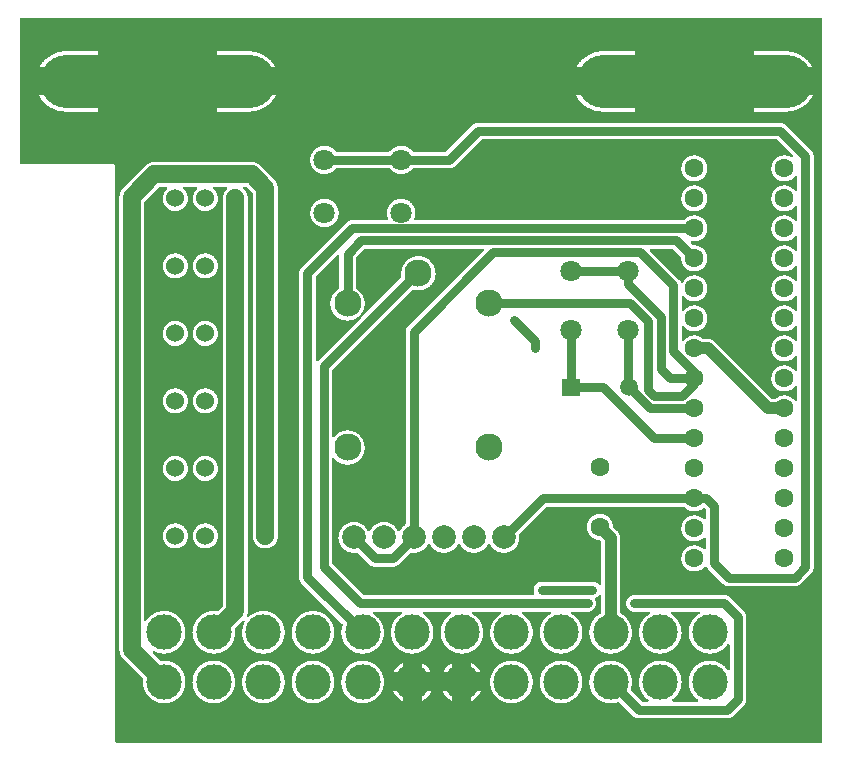
<source format=gbl>
G04 Layer: BottomLayer*
G04 EasyEDA v6.4.7, 2021-01-07T14:22:33+08:00*
G04 e544819f4ad94c36a5ee21bd65f75882,119f753a6ce64b8d841f2ad33262ab0c,10*
G04 Gerber Generator version 0.2*
G04 Scale: 100 percent, Rotated: No, Reflected: No *
G04 Dimensions in millimeters *
G04 leading zeros omitted , absolute positions ,3 integer and 3 decimal *
%FSLAX33Y33*%
%MOMM*%
G90*
D02*

%ADD11C,0.799998*%
%ADD12C,0.999998*%
%ADD13C,0.609600*%
%ADD14C,1.999996*%
%ADD15C,2.299995*%
%ADD16C,1.799996*%
%ADD17C,1.499997*%
%ADD19C,1.599997*%
%ADD20C,1.524000*%
%ADD21C,2.999994*%
%ADD22C,4.499991*%

%LPD*%
G36*
G01X68038Y61643D02*
G01X358Y61643D01*
G01X343Y61642D01*
G01X329Y61639D01*
G01X315Y61634D01*
G01X303Y61627D01*
G01X291Y61618D01*
G01X281Y61608D01*
G01X272Y61596D01*
G01X265Y61583D01*
G01X260Y61570D01*
G01X257Y61555D01*
G01X256Y61541D01*
G01X256Y49380D01*
G01X257Y49365D01*
G01X260Y49351D01*
G01X265Y49337D01*
G01X272Y49325D01*
G01X281Y49313D01*
G01X291Y49303D01*
G01X303Y49294D01*
G01X315Y49287D01*
G01X329Y49282D01*
G01X343Y49279D01*
G01X358Y49278D01*
G01X8072Y49278D01*
G01X8095Y49277D01*
G01X8119Y49273D01*
G01X8142Y49268D01*
G01X8164Y49261D01*
G01X8186Y49251D01*
G01X8207Y49239D01*
G01X8226Y49226D01*
G01X8244Y49211D01*
G01X8261Y49194D01*
G01X8276Y49176D01*
G01X8290Y49157D01*
G01X8301Y49136D01*
G01X8311Y49114D01*
G01X8319Y49092D01*
G01X8324Y49069D01*
G01X8327Y49045D01*
G01X8328Y49022D01*
G01X8328Y358D01*
G01X8329Y343D01*
G01X8332Y329D01*
G01X8337Y315D01*
G01X8344Y303D01*
G01X8353Y291D01*
G01X8363Y281D01*
G01X8375Y272D01*
G01X8388Y265D01*
G01X8401Y260D01*
G01X8416Y257D01*
G01X8430Y256D01*
G01X68038Y256D01*
G01X68053Y257D01*
G01X68067Y260D01*
G01X68081Y265D01*
G01X68093Y272D01*
G01X68105Y281D01*
G01X68115Y291D01*
G01X68124Y303D01*
G01X68131Y315D01*
G01X68136Y329D01*
G01X68139Y343D01*
G01X68140Y358D01*
G01X68140Y61541D01*
G01X68139Y61555D01*
G01X68136Y61570D01*
G01X68131Y61583D01*
G01X68124Y61596D01*
G01X68115Y61608D01*
G01X68105Y61618D01*
G01X68093Y61627D01*
G01X68081Y61634D01*
G01X68067Y61639D01*
G01X68053Y61642D01*
G01X68038Y61643D01*
G37*

%LPC*%
G36*
G01X6818Y58813D02*
G01X4132Y58813D01*
G01X4058Y58812D01*
G01X3986Y58809D01*
G01X3913Y58804D01*
G01X3840Y58796D01*
G01X3768Y58787D01*
G01X3696Y58776D01*
G01X3624Y58762D01*
G01X3553Y58747D01*
G01X3482Y58729D01*
G01X3412Y58710D01*
G01X3342Y58688D01*
G01X3273Y58664D01*
G01X3204Y58639D01*
G01X3137Y58611D01*
G01X3070Y58582D01*
G01X3004Y58551D01*
G01X2939Y58518D01*
G01X2875Y58482D01*
G01X2812Y58445D01*
G01X2750Y58407D01*
G01X2689Y58367D01*
G01X2630Y58325D01*
G01X2572Y58281D01*
G01X2514Y58235D01*
G01X2459Y58188D01*
G01X2404Y58140D01*
G01X2351Y58089D01*
G01X2300Y58038D01*
G01X2249Y57985D01*
G01X2201Y57930D01*
G01X2154Y57874D01*
G01X2109Y57817D01*
G01X2065Y57759D01*
G01X2023Y57699D01*
G01X1983Y57638D01*
G01X1944Y57576D01*
G01X1908Y57513D01*
G01X1872Y57449D01*
G01X6818Y57449D01*
G01X6818Y58813D01*
G37*
G36*
G01X46120Y7221D02*
G01X46059Y7222D01*
G01X45997Y7221D01*
G01X45935Y7218D01*
G01X45874Y7213D01*
G01X45813Y7205D01*
G01X45753Y7196D01*
G01X45692Y7185D01*
G01X45632Y7171D01*
G01X45572Y7155D01*
G01X45513Y7138D01*
G01X45455Y7118D01*
G01X45397Y7096D01*
G01X45341Y7073D01*
G01X45285Y7047D01*
G01X45229Y7020D01*
G01X45175Y6991D01*
G01X45122Y6960D01*
G01X45070Y6927D01*
G01X45019Y6892D01*
G01X44969Y6856D01*
G01X44921Y6818D01*
G01X44874Y6778D01*
G01X44828Y6737D01*
G01X44784Y6694D01*
G01X44741Y6650D01*
G01X44700Y6604D01*
G01X44660Y6557D01*
G01X44622Y6509D01*
G01X44586Y6459D01*
G01X44551Y6408D01*
G01X44519Y6356D01*
G01X44488Y6303D01*
G01X44458Y6249D01*
G01X44431Y6194D01*
G01X44405Y6138D01*
G01X44382Y6081D01*
G01X44360Y6023D01*
G01X44340Y5965D01*
G01X44323Y5906D01*
G01X44307Y5847D01*
G01X44294Y5786D01*
G01X44282Y5726D01*
G01X44273Y5665D01*
G01X44266Y5604D01*
G01X44260Y5543D01*
G01X44257Y5481D01*
G01X44256Y5419D01*
G01X44257Y5358D01*
G01X44260Y5296D01*
G01X44266Y5235D01*
G01X44273Y5174D01*
G01X44282Y5114D01*
G01X44294Y5053D01*
G01X44307Y4993D01*
G01X44323Y4933D01*
G01X44340Y4874D01*
G01X44360Y4816D01*
G01X44382Y4758D01*
G01X44405Y4702D01*
G01X44431Y4646D01*
G01X44458Y4590D01*
G01X44488Y4536D01*
G01X44519Y4483D01*
G01X44551Y4431D01*
G01X44586Y4380D01*
G01X44622Y4330D01*
G01X44660Y4282D01*
G01X44700Y4235D01*
G01X44741Y4189D01*
G01X44784Y4145D01*
G01X44828Y4102D01*
G01X44874Y4061D01*
G01X44921Y4021D01*
G01X44969Y3983D01*
G01X45019Y3947D01*
G01X45070Y3912D01*
G01X45122Y3880D01*
G01X45175Y3849D01*
G01X45229Y3819D01*
G01X45285Y3792D01*
G01X45341Y3766D01*
G01X45397Y3743D01*
G01X45455Y3721D01*
G01X45513Y3701D01*
G01X45572Y3684D01*
G01X45632Y3668D01*
G01X45692Y3655D01*
G01X45753Y3643D01*
G01X45813Y3634D01*
G01X45874Y3627D01*
G01X45935Y3621D01*
G01X45997Y3618D01*
G01X46059Y3617D01*
G01X46120Y3618D01*
G01X46182Y3621D01*
G01X46243Y3627D01*
G01X46304Y3634D01*
G01X46365Y3643D01*
G01X46425Y3655D01*
G01X46486Y3668D01*
G01X46545Y3684D01*
G01X46604Y3701D01*
G01X46662Y3721D01*
G01X46720Y3743D01*
G01X46777Y3766D01*
G01X46833Y3792D01*
G01X46888Y3819D01*
G01X46942Y3849D01*
G01X46995Y3880D01*
G01X47047Y3912D01*
G01X47098Y3947D01*
G01X47148Y3983D01*
G01X47196Y4021D01*
G01X47243Y4061D01*
G01X47289Y4102D01*
G01X47333Y4145D01*
G01X47376Y4189D01*
G01X47417Y4235D01*
G01X47457Y4282D01*
G01X47495Y4330D01*
G01X47531Y4380D01*
G01X47566Y4431D01*
G01X47599Y4483D01*
G01X47630Y4536D01*
G01X47659Y4590D01*
G01X47686Y4646D01*
G01X47712Y4702D01*
G01X47735Y4758D01*
G01X47757Y4816D01*
G01X47777Y4874D01*
G01X47794Y4933D01*
G01X47810Y4993D01*
G01X47824Y5053D01*
G01X47835Y5114D01*
G01X47844Y5174D01*
G01X47852Y5235D01*
G01X47857Y5296D01*
G01X47860Y5358D01*
G01X47861Y5419D01*
G01X47860Y5481D01*
G01X47857Y5543D01*
G01X47852Y5604D01*
G01X47844Y5665D01*
G01X47835Y5726D01*
G01X47824Y5786D01*
G01X47810Y5847D01*
G01X47794Y5906D01*
G01X47777Y5965D01*
G01X47757Y6023D01*
G01X47735Y6081D01*
G01X47712Y6138D01*
G01X47686Y6194D01*
G01X47659Y6249D01*
G01X47630Y6303D01*
G01X47599Y6356D01*
G01X47566Y6408D01*
G01X47531Y6459D01*
G01X47495Y6509D01*
G01X47457Y6557D01*
G01X47417Y6604D01*
G01X47376Y6650D01*
G01X47333Y6694D01*
G01X47289Y6737D01*
G01X47243Y6778D01*
G01X47196Y6818D01*
G01X47148Y6856D01*
G01X47098Y6892D01*
G01X47047Y6927D01*
G01X46995Y6960D01*
G01X46942Y6991D01*
G01X46888Y7020D01*
G01X46833Y7047D01*
G01X46777Y7073D01*
G01X46720Y7096D01*
G01X46662Y7118D01*
G01X46604Y7138D01*
G01X46545Y7155D01*
G01X46486Y7171D01*
G01X46425Y7185D01*
G01X46365Y7196D01*
G01X46304Y7205D01*
G01X46243Y7213D01*
G01X46182Y7218D01*
G01X46120Y7221D01*
G37*
G36*
G01X29320Y7221D02*
G01X29259Y7222D01*
G01X29197Y7221D01*
G01X29136Y7218D01*
G01X29074Y7213D01*
G01X29013Y7205D01*
G01X28952Y7196D01*
G01X28892Y7185D01*
G01X28832Y7171D01*
G01X28773Y7155D01*
G01X28714Y7138D01*
G01X28655Y7118D01*
G01X28597Y7096D01*
G01X28540Y7073D01*
G01X28485Y7047D01*
G01X28430Y7020D01*
G01X28375Y6991D01*
G01X28322Y6960D01*
G01X28270Y6927D01*
G01X28219Y6892D01*
G01X28170Y6856D01*
G01X28121Y6818D01*
G01X28074Y6778D01*
G01X28028Y6737D01*
G01X27984Y6694D01*
G01X27942Y6650D01*
G01X27900Y6604D01*
G01X27861Y6557D01*
G01X27823Y6509D01*
G01X27786Y6459D01*
G01X27752Y6408D01*
G01X27719Y6356D01*
G01X27688Y6303D01*
G01X27659Y6249D01*
G01X27631Y6194D01*
G01X27605Y6138D01*
G01X27582Y6081D01*
G01X27561Y6023D01*
G01X27541Y5965D01*
G01X27523Y5906D01*
G01X27508Y5847D01*
G01X27494Y5786D01*
G01X27482Y5726D01*
G01X27473Y5665D01*
G01X27466Y5604D01*
G01X27460Y5543D01*
G01X27457Y5481D01*
G01X27456Y5419D01*
G01X27457Y5358D01*
G01X27460Y5296D01*
G01X27466Y5235D01*
G01X27473Y5174D01*
G01X27482Y5114D01*
G01X27494Y5053D01*
G01X27508Y4993D01*
G01X27523Y4933D01*
G01X27541Y4874D01*
G01X27561Y4816D01*
G01X27582Y4758D01*
G01X27605Y4702D01*
G01X27631Y4646D01*
G01X27659Y4590D01*
G01X27688Y4536D01*
G01X27719Y4483D01*
G01X27752Y4431D01*
G01X27786Y4380D01*
G01X27823Y4330D01*
G01X27861Y4282D01*
G01X27900Y4235D01*
G01X27942Y4189D01*
G01X27984Y4145D01*
G01X28028Y4102D01*
G01X28074Y4061D01*
G01X28121Y4021D01*
G01X28170Y3983D01*
G01X28219Y3947D01*
G01X28270Y3912D01*
G01X28322Y3880D01*
G01X28375Y3849D01*
G01X28430Y3819D01*
G01X28485Y3792D01*
G01X28540Y3766D01*
G01X28597Y3743D01*
G01X28655Y3721D01*
G01X28714Y3701D01*
G01X28773Y3684D01*
G01X28832Y3668D01*
G01X28892Y3655D01*
G01X28952Y3643D01*
G01X29013Y3634D01*
G01X29074Y3627D01*
G01X29136Y3621D01*
G01X29197Y3618D01*
G01X29259Y3617D01*
G01X29320Y3618D01*
G01X29382Y3621D01*
G01X29443Y3627D01*
G01X29504Y3634D01*
G01X29565Y3643D01*
G01X29626Y3655D01*
G01X29685Y3668D01*
G01X29745Y3684D01*
G01X29804Y3701D01*
G01X29862Y3721D01*
G01X29920Y3743D01*
G01X29977Y3766D01*
G01X30033Y3792D01*
G01X30088Y3819D01*
G01X30142Y3849D01*
G01X30196Y3880D01*
G01X30247Y3912D01*
G01X30298Y3947D01*
G01X30348Y3983D01*
G01X30396Y4021D01*
G01X30443Y4061D01*
G01X30489Y4102D01*
G01X30533Y4145D01*
G01X30576Y4189D01*
G01X30617Y4235D01*
G01X30657Y4282D01*
G01X30695Y4330D01*
G01X30731Y4380D01*
G01X30766Y4431D01*
G01X30799Y4483D01*
G01X30830Y4536D01*
G01X30859Y4590D01*
G01X30886Y4646D01*
G01X30912Y4702D01*
G01X30936Y4758D01*
G01X30957Y4816D01*
G01X30977Y4874D01*
G01X30995Y4933D01*
G01X31010Y4993D01*
G01X31024Y5053D01*
G01X31035Y5114D01*
G01X31044Y5174D01*
G01X31052Y5235D01*
G01X31057Y5296D01*
G01X31060Y5358D01*
G01X31061Y5419D01*
G01X31060Y5481D01*
G01X31057Y5543D01*
G01X31052Y5604D01*
G01X31044Y5665D01*
G01X31035Y5726D01*
G01X31024Y5786D01*
G01X31010Y5847D01*
G01X30995Y5906D01*
G01X30977Y5965D01*
G01X30957Y6023D01*
G01X30936Y6081D01*
G01X30912Y6138D01*
G01X30886Y6194D01*
G01X30859Y6249D01*
G01X30830Y6303D01*
G01X30799Y6356D01*
G01X30766Y6408D01*
G01X30731Y6459D01*
G01X30695Y6509D01*
G01X30657Y6557D01*
G01X30617Y6604D01*
G01X30576Y6650D01*
G01X30533Y6694D01*
G01X30489Y6737D01*
G01X30443Y6778D01*
G01X30396Y6818D01*
G01X30348Y6856D01*
G01X30298Y6892D01*
G01X30247Y6927D01*
G01X30196Y6960D01*
G01X30142Y6991D01*
G01X30088Y7020D01*
G01X30033Y7047D01*
G01X29977Y7073D01*
G01X29920Y7096D01*
G01X29862Y7118D01*
G01X29804Y7138D01*
G01X29745Y7155D01*
G01X29685Y7171D01*
G01X29626Y7185D01*
G01X29565Y7196D01*
G01X29504Y7205D01*
G01X29443Y7213D01*
G01X29382Y7218D01*
G01X29320Y7221D01*
G37*
G36*
G01X20920Y7221D02*
G01X20858Y7222D01*
G01X20797Y7221D01*
G01X20736Y7218D01*
G01X20675Y7213D01*
G01X20613Y7205D01*
G01X20553Y7196D01*
G01X20492Y7185D01*
G01X20432Y7171D01*
G01X20372Y7155D01*
G01X20313Y7138D01*
G01X20255Y7118D01*
G01X20198Y7097D01*
G01X20141Y7073D01*
G01X20085Y7047D01*
G01X20029Y7020D01*
G01X19975Y6991D01*
G01X19922Y6960D01*
G01X19870Y6927D01*
G01X19819Y6893D01*
G01X19769Y6856D01*
G01X19721Y6818D01*
G01X19674Y6778D01*
G01X19629Y6737D01*
G01X19584Y6694D01*
G01X19541Y6650D01*
G01X19500Y6605D01*
G01X19460Y6557D01*
G01X19422Y6509D01*
G01X19386Y6459D01*
G01X19351Y6408D01*
G01X19319Y6356D01*
G01X19288Y6303D01*
G01X19258Y6249D01*
G01X19231Y6194D01*
G01X19205Y6138D01*
G01X19182Y6081D01*
G01X19160Y6023D01*
G01X19140Y5965D01*
G01X19123Y5906D01*
G01X19107Y5847D01*
G01X19094Y5787D01*
G01X19083Y5726D01*
G01X19073Y5665D01*
G01X19066Y5604D01*
G01X19060Y5543D01*
G01X19057Y5481D01*
G01X19056Y5420D01*
G01X19057Y5358D01*
G01X19060Y5297D01*
G01X19066Y5235D01*
G01X19073Y5174D01*
G01X19083Y5114D01*
G01X19094Y5053D01*
G01X19107Y4993D01*
G01X19123Y4933D01*
G01X19140Y4874D01*
G01X19160Y4816D01*
G01X19182Y4758D01*
G01X19205Y4702D01*
G01X19231Y4646D01*
G01X19258Y4590D01*
G01X19288Y4536D01*
G01X19319Y4483D01*
G01X19351Y4431D01*
G01X19386Y4380D01*
G01X19422Y4331D01*
G01X19460Y4282D01*
G01X19500Y4235D01*
G01X19541Y4189D01*
G01X19584Y4145D01*
G01X19629Y4102D01*
G01X19674Y4061D01*
G01X19721Y4021D01*
G01X19769Y3983D01*
G01X19819Y3947D01*
G01X19870Y3913D01*
G01X19922Y3880D01*
G01X19975Y3849D01*
G01X20029Y3819D01*
G01X20085Y3792D01*
G01X20141Y3766D01*
G01X20198Y3743D01*
G01X20255Y3721D01*
G01X20313Y3702D01*
G01X20372Y3684D01*
G01X20432Y3668D01*
G01X20492Y3655D01*
G01X20553Y3643D01*
G01X20613Y3634D01*
G01X20675Y3627D01*
G01X20736Y3622D01*
G01X20797Y3618D01*
G01X20858Y3617D01*
G01X20920Y3618D01*
G01X20982Y3622D01*
G01X21043Y3627D01*
G01X21104Y3634D01*
G01X21165Y3643D01*
G01X21225Y3655D01*
G01X21286Y3668D01*
G01X21345Y3684D01*
G01X21404Y3702D01*
G01X21463Y3721D01*
G01X21520Y3743D01*
G01X21577Y3766D01*
G01X21633Y3792D01*
G01X21688Y3819D01*
G01X21742Y3849D01*
G01X21795Y3880D01*
G01X21848Y3913D01*
G01X21898Y3947D01*
G01X21948Y3983D01*
G01X21996Y4021D01*
G01X22043Y4061D01*
G01X22089Y4102D01*
G01X22133Y4145D01*
G01X22176Y4189D01*
G01X22217Y4235D01*
G01X22257Y4282D01*
G01X22295Y4331D01*
G01X22331Y4380D01*
G01X22366Y4431D01*
G01X22399Y4483D01*
G01X22430Y4536D01*
G01X22459Y4590D01*
G01X22487Y4646D01*
G01X22512Y4702D01*
G01X22535Y4758D01*
G01X22557Y4816D01*
G01X22577Y4874D01*
G01X22594Y4933D01*
G01X22610Y4993D01*
G01X22624Y5053D01*
G01X22635Y5114D01*
G01X22645Y5174D01*
G01X22652Y5235D01*
G01X22657Y5297D01*
G01X22660Y5358D01*
G01X22661Y5420D01*
G01X22660Y5481D01*
G01X22657Y5543D01*
G01X22652Y5604D01*
G01X22645Y5665D01*
G01X22635Y5726D01*
G01X22624Y5787D01*
G01X22610Y5847D01*
G01X22594Y5906D01*
G01X22577Y5965D01*
G01X22557Y6023D01*
G01X22535Y6081D01*
G01X22512Y6138D01*
G01X22487Y6194D01*
G01X22459Y6249D01*
G01X22430Y6303D01*
G01X22399Y6356D01*
G01X22366Y6408D01*
G01X22331Y6459D01*
G01X22295Y6509D01*
G01X22257Y6557D01*
G01X22217Y6605D01*
G01X22176Y6650D01*
G01X22133Y6694D01*
G01X22089Y6737D01*
G01X22043Y6778D01*
G01X21996Y6818D01*
G01X21948Y6856D01*
G01X21898Y6893D01*
G01X21848Y6927D01*
G01X21795Y6960D01*
G01X21742Y6991D01*
G01X21688Y7020D01*
G01X21633Y7047D01*
G01X21577Y7073D01*
G01X21520Y7097D01*
G01X21463Y7118D01*
G01X21404Y7138D01*
G01X21345Y7155D01*
G01X21286Y7171D01*
G01X21225Y7185D01*
G01X21165Y7196D01*
G01X21104Y7205D01*
G01X21043Y7213D01*
G01X20982Y7218D01*
G01X20920Y7221D01*
G37*
G36*
G01X41920Y7221D02*
G01X41859Y7222D01*
G01X41797Y7221D01*
G01X41736Y7218D01*
G01X41674Y7213D01*
G01X41613Y7205D01*
G01X41552Y7196D01*
G01X41492Y7185D01*
G01X41432Y7171D01*
G01X41373Y7155D01*
G01X41314Y7138D01*
G01X41255Y7118D01*
G01X41197Y7096D01*
G01X41140Y7073D01*
G01X41085Y7047D01*
G01X41030Y7020D01*
G01X40975Y6991D01*
G01X40922Y6960D01*
G01X40870Y6927D01*
G01X40819Y6892D01*
G01X40770Y6856D01*
G01X40721Y6818D01*
G01X40674Y6778D01*
G01X40628Y6737D01*
G01X40584Y6694D01*
G01X40541Y6650D01*
G01X40500Y6604D01*
G01X40461Y6557D01*
G01X40423Y6509D01*
G01X40386Y6459D01*
G01X40351Y6408D01*
G01X40318Y6356D01*
G01X40287Y6303D01*
G01X40259Y6249D01*
G01X40231Y6194D01*
G01X40205Y6138D01*
G01X40182Y6081D01*
G01X40160Y6023D01*
G01X40141Y5965D01*
G01X40123Y5906D01*
G01X40108Y5847D01*
G01X40094Y5786D01*
G01X40082Y5726D01*
G01X40073Y5665D01*
G01X40065Y5604D01*
G01X40060Y5543D01*
G01X40057Y5481D01*
G01X40056Y5419D01*
G01X40057Y5358D01*
G01X40060Y5296D01*
G01X40065Y5235D01*
G01X40073Y5174D01*
G01X40082Y5114D01*
G01X40094Y5053D01*
G01X40108Y4993D01*
G01X40123Y4933D01*
G01X40141Y4874D01*
G01X40160Y4816D01*
G01X40182Y4758D01*
G01X40205Y4702D01*
G01X40231Y4646D01*
G01X40259Y4590D01*
G01X40287Y4536D01*
G01X40318Y4483D01*
G01X40351Y4431D01*
G01X40386Y4380D01*
G01X40423Y4330D01*
G01X40461Y4282D01*
G01X40500Y4235D01*
G01X40541Y4189D01*
G01X40584Y4145D01*
G01X40628Y4102D01*
G01X40674Y4061D01*
G01X40721Y4021D01*
G01X40770Y3983D01*
G01X40819Y3947D01*
G01X40870Y3912D01*
G01X40922Y3880D01*
G01X40975Y3849D01*
G01X41030Y3819D01*
G01X41085Y3792D01*
G01X41140Y3766D01*
G01X41197Y3743D01*
G01X41255Y3721D01*
G01X41314Y3701D01*
G01X41373Y3684D01*
G01X41432Y3668D01*
G01X41492Y3655D01*
G01X41552Y3643D01*
G01X41613Y3634D01*
G01X41674Y3627D01*
G01X41736Y3621D01*
G01X41797Y3618D01*
G01X41859Y3617D01*
G01X41920Y3618D01*
G01X41982Y3621D01*
G01X42043Y3627D01*
G01X42104Y3634D01*
G01X42165Y3643D01*
G01X42225Y3655D01*
G01X42285Y3668D01*
G01X42345Y3684D01*
G01X42404Y3701D01*
G01X42462Y3721D01*
G01X42520Y3743D01*
G01X42577Y3766D01*
G01X42633Y3792D01*
G01X42688Y3819D01*
G01X42742Y3849D01*
G01X42795Y3880D01*
G01X42847Y3912D01*
G01X42898Y3947D01*
G01X42948Y3983D01*
G01X42996Y4021D01*
G01X43043Y4061D01*
G01X43089Y4102D01*
G01X43133Y4145D01*
G01X43176Y4189D01*
G01X43217Y4235D01*
G01X43257Y4282D01*
G01X43295Y4330D01*
G01X43331Y4380D01*
G01X43366Y4431D01*
G01X43399Y4483D01*
G01X43430Y4536D01*
G01X43459Y4590D01*
G01X43486Y4646D01*
G01X43512Y4702D01*
G01X43536Y4758D01*
G01X43557Y4816D01*
G01X43577Y4874D01*
G01X43595Y4933D01*
G01X43610Y4993D01*
G01X43623Y5053D01*
G01X43635Y5114D01*
G01X43644Y5174D01*
G01X43652Y5235D01*
G01X43657Y5296D01*
G01X43660Y5358D01*
G01X43661Y5419D01*
G01X43660Y5481D01*
G01X43657Y5543D01*
G01X43652Y5604D01*
G01X43644Y5665D01*
G01X43635Y5726D01*
G01X43623Y5786D01*
G01X43610Y5847D01*
G01X43595Y5906D01*
G01X43577Y5965D01*
G01X43557Y6023D01*
G01X43536Y6081D01*
G01X43512Y6138D01*
G01X43486Y6194D01*
G01X43459Y6249D01*
G01X43430Y6303D01*
G01X43399Y6356D01*
G01X43366Y6408D01*
G01X43331Y6459D01*
G01X43295Y6509D01*
G01X43257Y6557D01*
G01X43217Y6604D01*
G01X43176Y6650D01*
G01X43133Y6694D01*
G01X43089Y6737D01*
G01X43043Y6778D01*
G01X42996Y6818D01*
G01X42948Y6856D01*
G01X42898Y6892D01*
G01X42847Y6927D01*
G01X42795Y6960D01*
G01X42742Y6991D01*
G01X42688Y7020D01*
G01X42633Y7047D01*
G01X42577Y7073D01*
G01X42520Y7096D01*
G01X42462Y7118D01*
G01X42404Y7138D01*
G01X42345Y7155D01*
G01X42285Y7171D01*
G01X42225Y7185D01*
G01X42165Y7196D01*
G01X42104Y7205D01*
G01X42043Y7213D01*
G01X41982Y7218D01*
G01X41920Y7221D01*
G37*
G36*
G01X25120Y7221D02*
G01X25059Y7222D01*
G01X24997Y7221D01*
G01X24936Y7218D01*
G01X24874Y7213D01*
G01X24813Y7205D01*
G01X24752Y7196D01*
G01X24692Y7185D01*
G01X24632Y7171D01*
G01X24572Y7155D01*
G01X24514Y7138D01*
G01X24455Y7118D01*
G01X24397Y7097D01*
G01X24340Y7073D01*
G01X24284Y7047D01*
G01X24230Y7020D01*
G01X24175Y6991D01*
G01X24122Y6960D01*
G01X24070Y6927D01*
G01X24019Y6893D01*
G01X23969Y6856D01*
G01X23921Y6818D01*
G01X23874Y6778D01*
G01X23828Y6737D01*
G01X23784Y6694D01*
G01X23741Y6650D01*
G01X23700Y6605D01*
G01X23660Y6557D01*
G01X23623Y6509D01*
G01X23586Y6459D01*
G01X23551Y6408D01*
G01X23518Y6356D01*
G01X23487Y6303D01*
G01X23458Y6249D01*
G01X23431Y6194D01*
G01X23405Y6138D01*
G01X23382Y6081D01*
G01X23360Y6023D01*
G01X23341Y5965D01*
G01X23323Y5906D01*
G01X23308Y5847D01*
G01X23294Y5787D01*
G01X23282Y5726D01*
G01X23273Y5665D01*
G01X23265Y5604D01*
G01X23260Y5543D01*
G01X23257Y5481D01*
G01X23256Y5420D01*
G01X23257Y5358D01*
G01X23260Y5297D01*
G01X23265Y5235D01*
G01X23273Y5174D01*
G01X23282Y5114D01*
G01X23294Y5053D01*
G01X23308Y4993D01*
G01X23323Y4933D01*
G01X23341Y4874D01*
G01X23360Y4816D01*
G01X23382Y4758D01*
G01X23405Y4702D01*
G01X23431Y4646D01*
G01X23458Y4590D01*
G01X23487Y4536D01*
G01X23518Y4483D01*
G01X23551Y4431D01*
G01X23586Y4380D01*
G01X23660Y4282D01*
G01X23700Y4235D01*
G01X23741Y4189D01*
G01X23784Y4145D01*
G01X23828Y4102D01*
G01X23874Y4061D01*
G01X23921Y4021D01*
G01X23969Y3983D01*
G01X24019Y3947D01*
G01X24070Y3913D01*
G01X24122Y3880D01*
G01X24175Y3849D01*
G01X24230Y3819D01*
G01X24284Y3792D01*
G01X24340Y3766D01*
G01X24397Y3743D01*
G01X24455Y3721D01*
G01X24514Y3702D01*
G01X24572Y3684D01*
G01X24632Y3668D01*
G01X24692Y3655D01*
G01X24752Y3643D01*
G01X24813Y3634D01*
G01X24874Y3627D01*
G01X24936Y3622D01*
G01X24997Y3618D01*
G01X25059Y3617D01*
G01X25120Y3618D01*
G01X25182Y3622D01*
G01X25243Y3627D01*
G01X25304Y3634D01*
G01X25365Y3643D01*
G01X25425Y3655D01*
G01X25485Y3668D01*
G01X25545Y3684D01*
G01X25604Y3702D01*
G01X25662Y3721D01*
G01X25720Y3743D01*
G01X25777Y3766D01*
G01X25833Y3792D01*
G01X25888Y3819D01*
G01X25942Y3849D01*
G01X25995Y3880D01*
G01X26047Y3913D01*
G01X26098Y3947D01*
G01X26148Y3983D01*
G01X26196Y4021D01*
G01X26243Y4061D01*
G01X26289Y4102D01*
G01X26333Y4145D01*
G01X26376Y4189D01*
G01X26417Y4235D01*
G01X26457Y4282D01*
G01X26495Y4331D01*
G01X26531Y4380D01*
G01X26566Y4431D01*
G01X26599Y4483D01*
G01X26630Y4536D01*
G01X26659Y4590D01*
G01X26686Y4646D01*
G01X26712Y4702D01*
G01X26736Y4758D01*
G01X26757Y4816D01*
G01X26777Y4874D01*
G01X26794Y4933D01*
G01X26810Y4993D01*
G01X26823Y5053D01*
G01X26835Y5114D01*
G01X26844Y5174D01*
G01X26852Y5235D01*
G01X26857Y5297D01*
G01X26860Y5358D01*
G01X26861Y5420D01*
G01X26860Y5481D01*
G01X26857Y5543D01*
G01X26852Y5604D01*
G01X26844Y5665D01*
G01X26835Y5726D01*
G01X26823Y5787D01*
G01X26810Y5847D01*
G01X26794Y5906D01*
G01X26777Y5965D01*
G01X26757Y6023D01*
G01X26736Y6081D01*
G01X26712Y6138D01*
G01X26686Y6194D01*
G01X26659Y6249D01*
G01X26630Y6303D01*
G01X26599Y6356D01*
G01X26566Y6408D01*
G01X26531Y6459D01*
G01X26495Y6509D01*
G01X26457Y6557D01*
G01X26417Y6605D01*
G01X26376Y6650D01*
G01X26333Y6694D01*
G01X26289Y6737D01*
G01X26243Y6778D01*
G01X26196Y6818D01*
G01X26148Y6856D01*
G01X26098Y6893D01*
G01X26047Y6927D01*
G01X25995Y6960D01*
G01X25942Y6991D01*
G01X25888Y7020D01*
G01X25833Y7047D01*
G01X25777Y7073D01*
G01X25720Y7097D01*
G01X25662Y7118D01*
G01X25604Y7138D01*
G01X25545Y7155D01*
G01X25485Y7171D01*
G01X25425Y7185D01*
G01X25365Y7196D01*
G01X25304Y7205D01*
G01X25243Y7213D01*
G01X25182Y7218D01*
G01X25120Y7221D01*
G37*
G36*
G01X65098Y58813D02*
G01X62411Y58813D01*
G01X62411Y57449D01*
G01X67357Y57449D01*
G01X67322Y57513D01*
G01X67285Y57576D01*
G01X67247Y57638D01*
G01X67206Y57699D01*
G01X67164Y57759D01*
G01X67121Y57817D01*
G01X67075Y57874D01*
G01X67028Y57930D01*
G01X66980Y57985D01*
G01X66930Y58038D01*
G01X66878Y58089D01*
G01X66825Y58140D01*
G01X66771Y58188D01*
G01X66715Y58235D01*
G01X66658Y58281D01*
G01X66599Y58325D01*
G01X66540Y58367D01*
G01X66479Y58407D01*
G01X66417Y58445D01*
G01X66354Y58482D01*
G01X66290Y58518D01*
G01X66225Y58551D01*
G01X66159Y58582D01*
G01X66092Y58611D01*
G01X66025Y58639D01*
G01X65956Y58664D01*
G01X65887Y58688D01*
G01X65818Y58710D01*
G01X65747Y58729D01*
G01X65676Y58747D01*
G01X65605Y58762D01*
G01X65534Y58776D01*
G01X65461Y58787D01*
G01X65389Y58796D01*
G01X65316Y58804D01*
G01X65243Y58809D01*
G01X65171Y58812D01*
G01X65098Y58813D01*
G37*
G36*
G01X19883Y49439D02*
G01X11628Y49439D01*
G01X11579Y49438D01*
G01X11531Y49435D01*
G01X11482Y49429D01*
G01X11434Y49421D01*
G01X11387Y49411D01*
G01X11340Y49399D01*
G01X11293Y49385D01*
G01X11248Y49368D01*
G01X11202Y49349D01*
G01X11158Y49329D01*
G01X11116Y49306D01*
G01X11073Y49282D01*
G01X11033Y49255D01*
G01X10993Y49226D01*
G01X10955Y49196D01*
G01X10918Y49164D01*
G01X10883Y49131D01*
G01X8978Y47226D01*
G01X8945Y47191D01*
G01X8913Y47154D01*
G01X8883Y47116D01*
G01X8854Y47076D01*
G01X8828Y47036D01*
G01X8803Y46994D01*
G01X8780Y46951D01*
G01X8760Y46907D01*
G01X8741Y46861D01*
G01X8724Y46816D01*
G01X8710Y46770D01*
G01X8698Y46722D01*
G01X8688Y46675D01*
G01X8680Y46627D01*
G01X8675Y46579D01*
G01X8671Y46530D01*
G01X8670Y46482D01*
G01X8670Y8155D01*
G01X8671Y8107D01*
G01X8675Y8058D01*
G01X8680Y8010D01*
G01X8688Y7962D01*
G01X8698Y7915D01*
G01X8710Y7867D01*
G01X8724Y7821D01*
G01X8741Y7775D01*
G01X8760Y7730D01*
G01X8780Y7686D01*
G01X8803Y7643D01*
G01X8828Y7601D01*
G01X8854Y7561D01*
G01X8883Y7521D01*
G01X8913Y7483D01*
G01X8945Y7446D01*
G01X8978Y7411D01*
G01X10644Y5746D01*
G01X10654Y5734D01*
G01X10662Y5720D01*
G01X10669Y5705D01*
G01X10672Y5690D01*
G01X10673Y5674D01*
G01X10673Y5661D01*
G01X10663Y5580D01*
G01X10658Y5500D01*
G01X10656Y5419D01*
G01X10657Y5358D01*
G01X10660Y5296D01*
G01X10665Y5235D01*
G01X10673Y5174D01*
G01X10682Y5114D01*
G01X10694Y5053D01*
G01X10708Y4993D01*
G01X10723Y4933D01*
G01X10741Y4874D01*
G01X10760Y4816D01*
G01X10782Y4758D01*
G01X10805Y4702D01*
G01X10831Y4646D01*
G01X10859Y4590D01*
G01X10887Y4536D01*
G01X10918Y4483D01*
G01X10951Y4431D01*
G01X10986Y4380D01*
G01X11023Y4330D01*
G01X11061Y4282D01*
G01X11100Y4235D01*
G01X11141Y4189D01*
G01X11184Y4145D01*
G01X11228Y4102D01*
G01X11274Y4061D01*
G01X11321Y4021D01*
G01X11370Y3983D01*
G01X11419Y3947D01*
G01X11470Y3912D01*
G01X11522Y3880D01*
G01X11575Y3849D01*
G01X11630Y3819D01*
G01X11685Y3792D01*
G01X11740Y3766D01*
G01X11797Y3743D01*
G01X11855Y3721D01*
G01X11914Y3701D01*
G01X11973Y3684D01*
G01X12032Y3668D01*
G01X12092Y3655D01*
G01X12152Y3643D01*
G01X12213Y3634D01*
G01X12274Y3627D01*
G01X12336Y3621D01*
G01X12397Y3618D01*
G01X12459Y3617D01*
G01X12520Y3618D01*
G01X12582Y3621D01*
G01X12643Y3627D01*
G01X12704Y3634D01*
G01X12765Y3643D01*
G01X12825Y3655D01*
G01X12885Y3668D01*
G01X12945Y3684D01*
G01X13004Y3701D01*
G01X13062Y3721D01*
G01X13120Y3743D01*
G01X13177Y3766D01*
G01X13233Y3792D01*
G01X13288Y3819D01*
G01X13342Y3849D01*
G01X13395Y3880D01*
G01X13447Y3912D01*
G01X13498Y3947D01*
G01X13548Y3983D01*
G01X13596Y4021D01*
G01X13643Y4061D01*
G01X13689Y4102D01*
G01X13733Y4145D01*
G01X13776Y4189D01*
G01X13817Y4235D01*
G01X13857Y4282D01*
G01X13895Y4330D01*
G01X13931Y4380D01*
G01X13966Y4431D01*
G01X13999Y4483D01*
G01X14030Y4536D01*
G01X14059Y4590D01*
G01X14086Y4646D01*
G01X14112Y4702D01*
G01X14136Y4758D01*
G01X14157Y4816D01*
G01X14177Y4874D01*
G01X14195Y4933D01*
G01X14210Y4993D01*
G01X14224Y5053D01*
G01X14235Y5114D01*
G01X14244Y5174D01*
G01X14252Y5235D01*
G01X14257Y5296D01*
G01X14260Y5358D01*
G01X14261Y5419D01*
G01X14260Y5481D01*
G01X14257Y5543D01*
G01X14252Y5604D01*
G01X14244Y5665D01*
G01X14235Y5726D01*
G01X14224Y5786D01*
G01X14210Y5847D01*
G01X14195Y5906D01*
G01X14177Y5965D01*
G01X14157Y6023D01*
G01X14136Y6081D01*
G01X14112Y6138D01*
G01X14086Y6194D01*
G01X14059Y6249D01*
G01X14030Y6303D01*
G01X13999Y6356D01*
G01X13966Y6408D01*
G01X13931Y6459D01*
G01X13895Y6509D01*
G01X13857Y6557D01*
G01X13817Y6604D01*
G01X13776Y6650D01*
G01X13733Y6694D01*
G01X13689Y6737D01*
G01X13643Y6778D01*
G01X13596Y6818D01*
G01X13548Y6856D01*
G01X13498Y6892D01*
G01X13447Y6927D01*
G01X13395Y6960D01*
G01X13342Y6991D01*
G01X13288Y7020D01*
G01X13233Y7047D01*
G01X13177Y7073D01*
G01X13120Y7096D01*
G01X13062Y7118D01*
G01X13004Y7138D01*
G01X12945Y7155D01*
G01X12885Y7171D01*
G01X12825Y7185D01*
G01X12765Y7196D01*
G01X12704Y7205D01*
G01X12643Y7213D01*
G01X12582Y7218D01*
G01X12520Y7221D01*
G01X12459Y7222D01*
G01X12398Y7221D01*
G01X12338Y7218D01*
G01X12277Y7213D01*
G01X12217Y7206D01*
G01X12204Y7205D01*
G01X12188Y7206D01*
G01X12172Y7210D01*
G01X12157Y7216D01*
G01X12144Y7224D01*
G01X12132Y7235D01*
G01X11508Y7858D01*
G01X11498Y7870D01*
G01X11489Y7884D01*
G01X11483Y7899D01*
G01X11480Y7914D01*
G01X11478Y7930D01*
G01X11479Y7945D01*
G01X11482Y7959D01*
G01X11487Y7973D01*
G01X11503Y7997D01*
G01X11513Y8007D01*
G01X11525Y8016D01*
G01X11538Y8023D01*
G01X11551Y8028D01*
G01X11566Y8031D01*
G01X11580Y8032D01*
G01X11596Y8030D01*
G01X11612Y8026D01*
G01X11627Y8020D01*
G01X11682Y7993D01*
G01X11738Y7967D01*
G01X11795Y7944D01*
G01X11853Y7922D01*
G01X11912Y7902D01*
G01X11971Y7884D01*
G01X12030Y7868D01*
G01X12091Y7855D01*
G01X12151Y7844D01*
G01X12212Y7834D01*
G01X12274Y7826D01*
G01X12335Y7821D01*
G01X12397Y7818D01*
G01X12459Y7817D01*
G01X12520Y7818D01*
G01X12582Y7821D01*
G01X12643Y7826D01*
G01X12704Y7834D01*
G01X12765Y7843D01*
G01X12825Y7855D01*
G01X12885Y7868D01*
G01X12945Y7884D01*
G01X13004Y7901D01*
G01X13062Y7921D01*
G01X13120Y7943D01*
G01X13177Y7966D01*
G01X13233Y7992D01*
G01X13288Y8019D01*
G01X13342Y8048D01*
G01X13395Y8079D01*
G01X13447Y8112D01*
G01X13498Y8147D01*
G01X13548Y8183D01*
G01X13596Y8221D01*
G01X13643Y8261D01*
G01X13689Y8302D01*
G01X13733Y8345D01*
G01X13776Y8389D01*
G01X13817Y8435D01*
G01X13857Y8482D01*
G01X13895Y8530D01*
G01X13931Y8580D01*
G01X13966Y8631D01*
G01X13999Y8683D01*
G01X14030Y8736D01*
G01X14059Y8790D01*
G01X14086Y8845D01*
G01X14112Y8901D01*
G01X14136Y8958D01*
G01X14157Y9016D01*
G01X14177Y9074D01*
G01X14195Y9133D01*
G01X14210Y9193D01*
G01X14224Y9253D01*
G01X14235Y9313D01*
G01X14244Y9374D01*
G01X14252Y9435D01*
G01X14257Y9497D01*
G01X14260Y9558D01*
G01X14261Y9619D01*
G01X14260Y9681D01*
G01X14257Y9742D01*
G01X14252Y9804D01*
G01X14244Y9865D01*
G01X14235Y9926D01*
G01X14224Y9986D01*
G01X14210Y10046D01*
G01X14195Y10106D01*
G01X14177Y10165D01*
G01X14157Y10223D01*
G01X14136Y10281D01*
G01X14112Y10338D01*
G01X14086Y10394D01*
G01X14059Y10449D01*
G01X14030Y10503D01*
G01X13999Y10556D01*
G01X13966Y10608D01*
G01X13931Y10659D01*
G01X13895Y10709D01*
G01X13857Y10757D01*
G01X13817Y10804D01*
G01X13776Y10850D01*
G01X13733Y10894D01*
G01X13689Y10937D01*
G01X13643Y10978D01*
G01X13596Y11018D01*
G01X13548Y11056D01*
G01X13498Y11092D01*
G01X13447Y11127D01*
G01X13395Y11160D01*
G01X13342Y11191D01*
G01X13288Y11220D01*
G01X13233Y11247D01*
G01X13177Y11273D01*
G01X13120Y11296D01*
G01X13062Y11318D01*
G01X13004Y11338D01*
G01X12945Y11355D01*
G01X12885Y11371D01*
G01X12825Y11384D01*
G01X12765Y11396D01*
G01X12704Y11405D01*
G01X12643Y11413D01*
G01X12582Y11418D01*
G01X12520Y11421D01*
G01X12459Y11422D01*
G01X12398Y11421D01*
G01X12337Y11418D01*
G01X12276Y11413D01*
G01X12216Y11406D01*
G01X12155Y11396D01*
G01X12095Y11385D01*
G01X12036Y11372D01*
G01X11977Y11356D01*
G01X11919Y11339D01*
G01X11861Y11320D01*
G01X11804Y11299D01*
G01X11747Y11276D01*
G01X11692Y11251D01*
G01X11637Y11224D01*
G01X11583Y11195D01*
G01X11531Y11165D01*
G01X11479Y11132D01*
G01X11428Y11098D01*
G01X11379Y11063D01*
G01X11330Y11025D01*
G01X11284Y10987D01*
G01X11238Y10946D01*
G01X11194Y10904D01*
G01X11151Y10861D01*
G01X11110Y10815D01*
G01X11070Y10769D01*
G01X11032Y10722D01*
G01X10996Y10673D01*
G01X10961Y10623D01*
G01X10951Y10610D01*
G01X10939Y10598D01*
G01X10925Y10590D01*
G01X10909Y10583D01*
G01X10893Y10579D01*
G01X10877Y10578D01*
G01X10862Y10579D01*
G01X10848Y10582D01*
G01X10835Y10587D01*
G01X10822Y10594D01*
G01X10810Y10602D01*
G01X10800Y10613D01*
G01X10791Y10624D01*
G01X10784Y10637D01*
G01X10779Y10651D01*
G01X10776Y10665D01*
G01X10775Y10679D01*
G01X10775Y46003D01*
G01X10776Y46019D01*
G01X10780Y46035D01*
G01X10786Y46050D01*
G01X10795Y46063D01*
G01X10805Y46075D01*
G01X12034Y47304D01*
G01X12046Y47315D01*
G01X12059Y47323D01*
G01X12074Y47329D01*
G01X12090Y47333D01*
G01X12106Y47334D01*
G01X12638Y47334D01*
G01X12652Y47333D01*
G01X12666Y47330D01*
G01X12680Y47325D01*
G01X12693Y47318D01*
G01X12705Y47309D01*
G01X12715Y47299D01*
G01X12723Y47287D01*
G01X12730Y47274D01*
G01X12736Y47261D01*
G01X12739Y47247D01*
G01X12740Y47232D01*
G01X12739Y47218D01*
G01X12736Y47204D01*
G01X12730Y47190D01*
G01X12724Y47177D01*
G01X12715Y47166D01*
G01X12705Y47156D01*
G01X12670Y47124D01*
G01X12636Y47090D01*
G01X12603Y47055D01*
G01X12573Y47018D01*
G01X12544Y46980D01*
G01X12517Y46941D01*
G01X12492Y46900D01*
G01X12468Y46859D01*
G01X12447Y46816D01*
G01X12427Y46773D01*
G01X12409Y46728D01*
G01X12393Y46683D01*
G01X12379Y46637D01*
G01X12368Y46591D01*
G01X12358Y46544D01*
G01X12351Y46497D01*
G01X12345Y46450D01*
G01X12342Y46402D01*
G01X12341Y46355D01*
G01X12342Y46307D01*
G01X12345Y46259D01*
G01X12351Y46212D01*
G01X12358Y46165D01*
G01X12368Y46118D01*
G01X12379Y46072D01*
G01X12393Y46025D01*
G01X12409Y45981D01*
G01X12427Y45936D01*
G01X12447Y45893D01*
G01X12468Y45850D01*
G01X12492Y45808D01*
G01X12517Y45768D01*
G01X12545Y45729D01*
G01X12574Y45691D01*
G01X12604Y45654D01*
G01X12636Y45619D01*
G01X12670Y45585D01*
G01X12705Y45553D01*
G01X12742Y45522D01*
G01X12780Y45493D01*
G01X12819Y45466D01*
G01X12860Y45441D01*
G01X12901Y45417D01*
G01X12944Y45395D01*
G01X12987Y45376D01*
G01X13032Y45358D01*
G01X13076Y45342D01*
G01X13123Y45328D01*
G01X13169Y45317D01*
G01X13216Y45307D01*
G01X13263Y45299D01*
G01X13310Y45294D01*
G01X13358Y45291D01*
G01X13406Y45290D01*
G01X13453Y45291D01*
G01X13501Y45294D01*
G01X13548Y45299D01*
G01X13596Y45307D01*
G01X13642Y45317D01*
G01X13689Y45328D01*
G01X13735Y45342D01*
G01X13780Y45358D01*
G01X13824Y45376D01*
G01X13867Y45395D01*
G01X13910Y45417D01*
G01X13952Y45441D01*
G01X13992Y45466D01*
G01X14031Y45493D01*
G01X14070Y45522D01*
G01X14106Y45553D01*
G01X14141Y45585D01*
G01X14175Y45619D01*
G01X14207Y45654D01*
G01X14238Y45691D01*
G01X14267Y45729D01*
G01X14294Y45768D01*
G01X14320Y45808D01*
G01X14343Y45850D01*
G01X14365Y45893D01*
G01X14385Y45936D01*
G01X14402Y45981D01*
G01X14418Y46025D01*
G01X14432Y46072D01*
G01X14443Y46118D01*
G01X14453Y46165D01*
G01X14461Y46212D01*
G01X14466Y46259D01*
G01X14469Y46307D01*
G01X14470Y46355D01*
G01X14469Y46402D01*
G01X14466Y46450D01*
G01X14461Y46497D01*
G01X14453Y46544D01*
G01X14443Y46591D01*
G01X14432Y46637D01*
G01X14418Y46683D01*
G01X14402Y46728D01*
G01X14385Y46773D01*
G01X14365Y46816D01*
G01X14343Y46859D01*
G01X14320Y46900D01*
G01X14294Y46941D01*
G01X14267Y46980D01*
G01X14238Y47018D01*
G01X14208Y47055D01*
G01X14175Y47090D01*
G01X14142Y47124D01*
G01X14106Y47156D01*
G01X14096Y47166D01*
G01X14087Y47177D01*
G01X14081Y47190D01*
G01X14076Y47204D01*
G01X14073Y47218D01*
G01X14072Y47232D01*
G01X14073Y47247D01*
G01X14076Y47261D01*
G01X14081Y47274D01*
G01X14088Y47287D01*
G01X14097Y47299D01*
G01X14107Y47309D01*
G01X14118Y47318D01*
G01X14131Y47325D01*
G01X14145Y47330D01*
G01X14159Y47333D01*
G01X14173Y47334D01*
G01X15178Y47334D01*
G01X15192Y47333D01*
G01X15206Y47330D01*
G01X15220Y47325D01*
G01X15233Y47318D01*
G01X15245Y47309D01*
G01X15255Y47299D01*
G01X15263Y47287D01*
G01X15270Y47274D01*
G01X15276Y47261D01*
G01X15279Y47247D01*
G01X15280Y47232D01*
G01X15279Y47218D01*
G01X15276Y47204D01*
G01X15270Y47190D01*
G01X15264Y47177D01*
G01X15255Y47166D01*
G01X15245Y47156D01*
G01X15210Y47124D01*
G01X15176Y47090D01*
G01X15143Y47055D01*
G01X15113Y47018D01*
G01X15084Y46980D01*
G01X15057Y46941D01*
G01X15032Y46900D01*
G01X15008Y46859D01*
G01X14987Y46816D01*
G01X14967Y46773D01*
G01X14949Y46728D01*
G01X14933Y46683D01*
G01X14919Y46637D01*
G01X14908Y46591D01*
G01X14898Y46544D01*
G01X14891Y46497D01*
G01X14885Y46450D01*
G01X14882Y46402D01*
G01X14881Y46355D01*
G01X14882Y46307D01*
G01X14885Y46259D01*
G01X14891Y46212D01*
G01X14898Y46165D01*
G01X14908Y46118D01*
G01X14919Y46072D01*
G01X14933Y46025D01*
G01X14949Y45981D01*
G01X14967Y45936D01*
G01X14987Y45893D01*
G01X15008Y45850D01*
G01X15032Y45808D01*
G01X15057Y45768D01*
G01X15085Y45729D01*
G01X15114Y45691D01*
G01X15144Y45654D01*
G01X15176Y45619D01*
G01X15210Y45585D01*
G01X15245Y45553D01*
G01X15282Y45522D01*
G01X15320Y45493D01*
G01X15359Y45466D01*
G01X15400Y45441D01*
G01X15441Y45417D01*
G01X15484Y45395D01*
G01X15527Y45376D01*
G01X15572Y45358D01*
G01X15616Y45342D01*
G01X15663Y45328D01*
G01X15709Y45317D01*
G01X15756Y45307D01*
G01X15803Y45299D01*
G01X15850Y45294D01*
G01X15898Y45291D01*
G01X15946Y45290D01*
G01X15993Y45291D01*
G01X16041Y45294D01*
G01X16088Y45299D01*
G01X16136Y45307D01*
G01X16182Y45317D01*
G01X16229Y45328D01*
G01X16275Y45342D01*
G01X16320Y45358D01*
G01X16364Y45376D01*
G01X16407Y45395D01*
G01X16450Y45417D01*
G01X16492Y45441D01*
G01X16532Y45466D01*
G01X16571Y45493D01*
G01X16610Y45522D01*
G01X16646Y45553D01*
G01X16681Y45585D01*
G01X16715Y45619D01*
G01X16747Y45654D01*
G01X16778Y45691D01*
G01X16807Y45729D01*
G01X16834Y45768D01*
G01X16860Y45808D01*
G01X16883Y45850D01*
G01X16905Y45893D01*
G01X16925Y45936D01*
G01X16942Y45981D01*
G01X16958Y46025D01*
G01X16972Y46072D01*
G01X16983Y46118D01*
G01X16993Y46165D01*
G01X17001Y46212D01*
G01X17006Y46259D01*
G01X17009Y46307D01*
G01X17010Y46355D01*
G01X17009Y46402D01*
G01X17006Y46450D01*
G01X17001Y46497D01*
G01X16993Y46544D01*
G01X16983Y46591D01*
G01X16972Y46637D01*
G01X16958Y46683D01*
G01X16942Y46728D01*
G01X16925Y46773D01*
G01X16905Y46816D01*
G01X16883Y46859D01*
G01X16860Y46900D01*
G01X16834Y46941D01*
G01X16807Y46980D01*
G01X16778Y47018D01*
G01X16748Y47055D01*
G01X16715Y47090D01*
G01X16682Y47124D01*
G01X16646Y47156D01*
G01X16636Y47166D01*
G01X16627Y47177D01*
G01X16621Y47190D01*
G01X16616Y47204D01*
G01X16613Y47218D01*
G01X16612Y47232D01*
G01X16613Y47247D01*
G01X16616Y47261D01*
G01X16621Y47274D01*
G01X16628Y47287D01*
G01X16637Y47299D01*
G01X16647Y47309D01*
G01X16658Y47318D01*
G01X16671Y47325D01*
G01X16685Y47330D01*
G01X16699Y47333D01*
G01X16713Y47334D01*
G01X17718Y47334D01*
G01X17732Y47333D01*
G01X17746Y47330D01*
G01X17760Y47325D01*
G01X17773Y47318D01*
G01X17785Y47309D01*
G01X17795Y47299D01*
G01X17803Y47287D01*
G01X17810Y47274D01*
G01X17816Y47261D01*
G01X17819Y47247D01*
G01X17820Y47232D01*
G01X17819Y47218D01*
G01X17816Y47204D01*
G01X17810Y47190D01*
G01X17804Y47177D01*
G01X17795Y47166D01*
G01X17785Y47156D01*
G01X17750Y47124D01*
G01X17716Y47090D01*
G01X17683Y47055D01*
G01X17653Y47018D01*
G01X17624Y46980D01*
G01X17597Y46941D01*
G01X17572Y46900D01*
G01X17548Y46859D01*
G01X17527Y46816D01*
G01X17507Y46773D01*
G01X17489Y46728D01*
G01X17473Y46683D01*
G01X17459Y46637D01*
G01X17448Y46591D01*
G01X17438Y46544D01*
G01X17431Y46497D01*
G01X17425Y46450D01*
G01X17422Y46402D01*
G01X17421Y46355D01*
G01X17422Y46304D01*
G01X17426Y46253D01*
G01X17432Y46202D01*
G01X17433Y46188D01*
G01X17433Y40806D01*
G01X17432Y40792D01*
G01X17426Y40741D01*
G01X17422Y40690D01*
G01X17421Y40640D01*
G01X17422Y40589D01*
G01X17426Y40538D01*
G01X17432Y40487D01*
G01X17433Y40473D01*
G01X17433Y35091D01*
G01X17432Y35077D01*
G01X17426Y35026D01*
G01X17422Y34975D01*
G01X17421Y34925D01*
G01X17422Y34874D01*
G01X17426Y34823D01*
G01X17432Y34772D01*
G01X17433Y34758D01*
G01X17433Y29376D01*
G01X17432Y29362D01*
G01X17426Y29311D01*
G01X17422Y29260D01*
G01X17421Y29210D01*
G01X17422Y29159D01*
G01X17426Y29108D01*
G01X17432Y29057D01*
G01X17433Y29043D01*
G01X17433Y23661D01*
G01X17432Y23647D01*
G01X17426Y23596D01*
G01X17422Y23545D01*
G01X17421Y23495D01*
G01X17422Y23444D01*
G01X17426Y23393D01*
G01X17432Y23342D01*
G01X17433Y23328D01*
G01X17433Y17946D01*
G01X17432Y17932D01*
G01X17426Y17881D01*
G01X17422Y17830D01*
G01X17421Y17780D01*
G01X17422Y17729D01*
G01X17426Y17678D01*
G01X17432Y17627D01*
G01X17433Y17613D01*
G01X17433Y11925D01*
G01X17432Y11909D01*
G01X17428Y11893D01*
G01X17422Y11879D01*
G01X17414Y11865D01*
G01X17403Y11853D01*
G01X16985Y11435D01*
G01X16973Y11424D01*
G01X16960Y11416D01*
G01X16945Y11410D01*
G01X16929Y11406D01*
G01X16913Y11405D01*
G01X16900Y11406D01*
G01X16820Y11415D01*
G01X16739Y11420D01*
G01X16659Y11422D01*
G01X16597Y11421D01*
G01X16535Y11418D01*
G01X16474Y11413D01*
G01X16413Y11405D01*
G01X16353Y11396D01*
G01X16292Y11384D01*
G01X16232Y11371D01*
G01X16172Y11355D01*
G01X16113Y11338D01*
G01X16055Y11318D01*
G01X15997Y11296D01*
G01X15941Y11273D01*
G01X15885Y11247D01*
G01X15829Y11220D01*
G01X15775Y11191D01*
G01X15722Y11160D01*
G01X15670Y11127D01*
G01X15619Y11092D01*
G01X15569Y11056D01*
G01X15521Y11018D01*
G01X15474Y10978D01*
G01X15428Y10937D01*
G01X15384Y10894D01*
G01X15341Y10850D01*
G01X15300Y10804D01*
G01X15260Y10757D01*
G01X15222Y10709D01*
G01X15186Y10659D01*
G01X15151Y10608D01*
G01X15119Y10556D01*
G01X15088Y10503D01*
G01X15058Y10449D01*
G01X15031Y10394D01*
G01X15005Y10338D01*
G01X14982Y10281D01*
G01X14960Y10223D01*
G01X14940Y10165D01*
G01X14923Y10106D01*
G01X14907Y10046D01*
G01X14894Y9986D01*
G01X14882Y9926D01*
G01X14873Y9865D01*
G01X14866Y9804D01*
G01X14860Y9742D01*
G01X14857Y9681D01*
G01X14856Y9619D01*
G01X14857Y9558D01*
G01X14860Y9497D01*
G01X14866Y9435D01*
G01X14873Y9374D01*
G01X14882Y9313D01*
G01X14894Y9253D01*
G01X14907Y9193D01*
G01X14923Y9133D01*
G01X14940Y9074D01*
G01X14960Y9016D01*
G01X14982Y8958D01*
G01X15005Y8901D01*
G01X15031Y8845D01*
G01X15058Y8790D01*
G01X15088Y8736D01*
G01X15119Y8683D01*
G01X15151Y8631D01*
G01X15186Y8580D01*
G01X15222Y8530D01*
G01X15260Y8482D01*
G01X15300Y8435D01*
G01X15341Y8389D01*
G01X15384Y8345D01*
G01X15428Y8302D01*
G01X15474Y8261D01*
G01X15521Y8221D01*
G01X15569Y8183D01*
G01X15619Y8147D01*
G01X15670Y8112D01*
G01X15722Y8079D01*
G01X15775Y8048D01*
G01X15829Y8019D01*
G01X15885Y7992D01*
G01X15941Y7966D01*
G01X15997Y7943D01*
G01X16055Y7921D01*
G01X16113Y7901D01*
G01X16172Y7884D01*
G01X16232Y7868D01*
G01X16292Y7855D01*
G01X16353Y7843D01*
G01X16413Y7834D01*
G01X16474Y7826D01*
G01X16535Y7821D01*
G01X16597Y7818D01*
G01X16658Y7817D01*
G01X16720Y7818D01*
G01X16782Y7821D01*
G01X16843Y7826D01*
G01X16904Y7834D01*
G01X16965Y7843D01*
G01X17025Y7855D01*
G01X17086Y7868D01*
G01X17145Y7884D01*
G01X17204Y7901D01*
G01X17262Y7921D01*
G01X17320Y7943D01*
G01X17377Y7966D01*
G01X17433Y7992D01*
G01X17488Y8019D01*
G01X17542Y8048D01*
G01X17595Y8079D01*
G01X17647Y8112D01*
G01X17698Y8147D01*
G01X17748Y8183D01*
G01X17796Y8221D01*
G01X17843Y8261D01*
G01X17889Y8302D01*
G01X17933Y8345D01*
G01X17976Y8389D01*
G01X18017Y8435D01*
G01X18057Y8482D01*
G01X18095Y8530D01*
G01X18131Y8580D01*
G01X18166Y8631D01*
G01X18199Y8683D01*
G01X18230Y8736D01*
G01X18259Y8790D01*
G01X18286Y8845D01*
G01X18312Y8901D01*
G01X18335Y8958D01*
G01X18357Y9016D01*
G01X18377Y9074D01*
G01X18394Y9133D01*
G01X18410Y9193D01*
G01X18424Y9253D01*
G01X18435Y9313D01*
G01X18444Y9374D01*
G01X18452Y9435D01*
G01X18457Y9497D01*
G01X18460Y9558D01*
G01X18461Y9619D01*
G01X18459Y9700D01*
G01X18454Y9781D01*
G01X18445Y9861D01*
G01X18444Y9875D01*
G01X18445Y9890D01*
G01X18449Y9906D01*
G01X18455Y9920D01*
G01X18463Y9934D01*
G01X18474Y9946D01*
G01X19097Y10570D01*
G01X19109Y10580D01*
G01X19123Y10589D01*
G01X19138Y10595D01*
G01X19154Y10598D01*
G01X19169Y10599D01*
G01X19184Y10598D01*
G01X19198Y10595D01*
G01X19212Y10590D01*
G01X19224Y10584D01*
G01X19236Y10575D01*
G01X19246Y10564D01*
G01X19255Y10553D01*
G01X19262Y10540D01*
G01X19267Y10527D01*
G01X19270Y10513D01*
G01X19271Y10498D01*
G01X19269Y10482D01*
G01X19266Y10466D01*
G01X19259Y10451D01*
G01X19232Y10396D01*
G01X19206Y10340D01*
G01X19183Y10283D01*
G01X19161Y10225D01*
G01X19141Y10167D01*
G01X19124Y10107D01*
G01X19108Y10048D01*
G01X19094Y9987D01*
G01X19083Y9927D01*
G01X19073Y9866D01*
G01X19066Y9804D01*
G01X19060Y9743D01*
G01X19057Y9681D01*
G01X19056Y9619D01*
G01X19057Y9558D01*
G01X19060Y9497D01*
G01X19066Y9435D01*
G01X19073Y9374D01*
G01X19083Y9313D01*
G01X19094Y9253D01*
G01X19107Y9193D01*
G01X19123Y9133D01*
G01X19140Y9074D01*
G01X19160Y9016D01*
G01X19182Y8958D01*
G01X19205Y8902D01*
G01X19231Y8845D01*
G01X19258Y8790D01*
G01X19288Y8736D01*
G01X19319Y8683D01*
G01X19351Y8631D01*
G01X19386Y8580D01*
G01X19422Y8530D01*
G01X19460Y8482D01*
G01X19500Y8435D01*
G01X19541Y8389D01*
G01X19584Y8345D01*
G01X19629Y8302D01*
G01X19674Y8261D01*
G01X19721Y8221D01*
G01X19769Y8183D01*
G01X19819Y8147D01*
G01X19870Y8112D01*
G01X19922Y8079D01*
G01X19975Y8048D01*
G01X20029Y8019D01*
G01X20085Y7992D01*
G01X20141Y7966D01*
G01X20198Y7943D01*
G01X20255Y7921D01*
G01X20313Y7901D01*
G01X20372Y7884D01*
G01X20432Y7868D01*
G01X20492Y7855D01*
G01X20553Y7843D01*
G01X20613Y7834D01*
G01X20675Y7826D01*
G01X20736Y7821D01*
G01X20797Y7818D01*
G01X20858Y7817D01*
G01X20920Y7818D01*
G01X20982Y7821D01*
G01X21043Y7826D01*
G01X21104Y7834D01*
G01X21165Y7843D01*
G01X21225Y7855D01*
G01X21286Y7868D01*
G01X21345Y7884D01*
G01X21404Y7901D01*
G01X21463Y7921D01*
G01X21520Y7943D01*
G01X21577Y7966D01*
G01X21633Y7992D01*
G01X21688Y8019D01*
G01X21742Y8048D01*
G01X21795Y8079D01*
G01X21848Y8112D01*
G01X21898Y8147D01*
G01X21948Y8183D01*
G01X21996Y8221D01*
G01X22043Y8261D01*
G01X22089Y8302D01*
G01X22133Y8345D01*
G01X22176Y8389D01*
G01X22217Y8435D01*
G01X22257Y8482D01*
G01X22295Y8530D01*
G01X22331Y8580D01*
G01X22366Y8631D01*
G01X22399Y8683D01*
G01X22430Y8736D01*
G01X22459Y8790D01*
G01X22487Y8845D01*
G01X22512Y8902D01*
G01X22535Y8958D01*
G01X22557Y9016D01*
G01X22577Y9074D01*
G01X22594Y9133D01*
G01X22610Y9193D01*
G01X22624Y9253D01*
G01X22635Y9313D01*
G01X22645Y9374D01*
G01X22652Y9435D01*
G01X22657Y9497D01*
G01X22660Y9558D01*
G01X22661Y9619D01*
G01X22660Y9681D01*
G01X22657Y9742D01*
G01X22652Y9804D01*
G01X22645Y9865D01*
G01X22635Y9926D01*
G01X22624Y9986D01*
G01X22610Y10046D01*
G01X22594Y10106D01*
G01X22577Y10165D01*
G01X22557Y10223D01*
G01X22535Y10281D01*
G01X22512Y10338D01*
G01X22487Y10394D01*
G01X22459Y10449D01*
G01X22430Y10503D01*
G01X22399Y10556D01*
G01X22366Y10608D01*
G01X22331Y10659D01*
G01X22295Y10709D01*
G01X22257Y10757D01*
G01X22217Y10804D01*
G01X22176Y10850D01*
G01X22133Y10894D01*
G01X22089Y10937D01*
G01X22043Y10978D01*
G01X21996Y11018D01*
G01X21948Y11056D01*
G01X21898Y11092D01*
G01X21848Y11127D01*
G01X21795Y11160D01*
G01X21742Y11191D01*
G01X21688Y11220D01*
G01X21633Y11248D01*
G01X21577Y11273D01*
G01X21520Y11296D01*
G01X21463Y11318D01*
G01X21404Y11338D01*
G01X21345Y11355D01*
G01X21286Y11371D01*
G01X21225Y11384D01*
G01X21165Y11396D01*
G01X21104Y11405D01*
G01X21043Y11413D01*
G01X20982Y11418D01*
G01X20920Y11421D01*
G01X20858Y11422D01*
G01X20797Y11421D01*
G01X20735Y11418D01*
G01X20673Y11413D01*
G01X20612Y11405D01*
G01X20550Y11395D01*
G01X20489Y11384D01*
G01X20429Y11370D01*
G01X20369Y11354D01*
G01X20310Y11337D01*
G01X20251Y11317D01*
G01X20193Y11295D01*
G01X20136Y11271D01*
G01X20079Y11245D01*
G01X20024Y11217D01*
G01X19969Y11188D01*
G01X19916Y11156D01*
G01X19864Y11123D01*
G01X19813Y11088D01*
G01X19763Y11051D01*
G01X19714Y11012D01*
G01X19667Y10972D01*
G01X19622Y10930D01*
G01X19609Y10920D01*
G01X19596Y10913D01*
G01X19582Y10907D01*
G01X19567Y10904D01*
G01X19551Y10903D01*
G01X19537Y10904D01*
G01X19523Y10907D01*
G01X19509Y10912D01*
G01X19497Y10919D01*
G01X19485Y10928D01*
G01X19475Y10938D01*
G01X19466Y10949D01*
G01X19459Y10962D01*
G01X19454Y10976D01*
G01X19451Y10990D01*
G01X19450Y11004D01*
G01X19452Y11024D01*
G01X19458Y11043D01*
G01X19476Y11092D01*
G01X19492Y11140D01*
G01X19507Y11190D01*
G01X19518Y11241D01*
G01X19527Y11292D01*
G01X19533Y11343D01*
G01X19537Y11395D01*
G01X19538Y11447D01*
G01X19538Y17613D01*
G01X19539Y17627D01*
G01X19545Y17678D01*
G01X19549Y17729D01*
G01X19550Y17780D01*
G01X19549Y17830D01*
G01X19545Y17881D01*
G01X19539Y17932D01*
G01X19538Y17946D01*
G01X19538Y23328D01*
G01X19539Y23342D01*
G01X19545Y23393D01*
G01X19549Y23444D01*
G01X19550Y23495D01*
G01X19549Y23545D01*
G01X19545Y23596D01*
G01X19539Y23647D01*
G01X19538Y23661D01*
G01X19538Y29043D01*
G01X19539Y29057D01*
G01X19545Y29108D01*
G01X19549Y29159D01*
G01X19550Y29210D01*
G01X19549Y29260D01*
G01X19545Y29311D01*
G01X19539Y29362D01*
G01X19538Y29376D01*
G01X19538Y34758D01*
G01X19539Y34772D01*
G01X19545Y34823D01*
G01X19549Y34874D01*
G01X19550Y34925D01*
G01X19549Y34975D01*
G01X19545Y35026D01*
G01X19539Y35077D01*
G01X19538Y35091D01*
G01X19538Y40473D01*
G01X19539Y40487D01*
G01X19545Y40538D01*
G01X19549Y40589D01*
G01X19550Y40640D01*
G01X19549Y40690D01*
G01X19545Y40741D01*
G01X19539Y40792D01*
G01X19538Y40806D01*
G01X19538Y46188D01*
G01X19539Y46202D01*
G01X19545Y46253D01*
G01X19549Y46304D01*
G01X19550Y46355D01*
G01X19549Y46402D01*
G01X19546Y46450D01*
G01X19541Y46497D01*
G01X19533Y46544D01*
G01X19523Y46591D01*
G01X19512Y46637D01*
G01X19498Y46683D01*
G01X19482Y46728D01*
G01X19465Y46773D01*
G01X19445Y46816D01*
G01X19423Y46859D01*
G01X19400Y46900D01*
G01X19374Y46941D01*
G01X19347Y46980D01*
G01X19318Y47018D01*
G01X19288Y47055D01*
G01X19255Y47090D01*
G01X19222Y47124D01*
G01X19186Y47156D01*
G01X19176Y47166D01*
G01X19167Y47177D01*
G01X19161Y47190D01*
G01X19156Y47204D01*
G01X19153Y47218D01*
G01X19152Y47232D01*
G01X19153Y47247D01*
G01X19156Y47261D01*
G01X19161Y47274D01*
G01X19168Y47287D01*
G01X19177Y47299D01*
G01X19187Y47309D01*
G01X19198Y47318D01*
G01X19211Y47325D01*
G01X19225Y47330D01*
G01X19239Y47333D01*
G01X19253Y47334D01*
G01X19405Y47334D01*
G01X19420Y47333D01*
G01X19436Y47329D01*
G01X19451Y47323D01*
G01X19464Y47315D01*
G01X19476Y47304D01*
G01X19943Y46837D01*
G01X19954Y46825D01*
G01X19962Y46812D01*
G01X19968Y46797D01*
G01X19972Y46781D01*
G01X19973Y46765D01*
G01X19973Y46521D01*
G01X19972Y46507D01*
G01X19966Y46456D01*
G01X19962Y46405D01*
G01X19961Y46355D01*
G01X19962Y46304D01*
G01X19966Y46253D01*
G01X19972Y46202D01*
G01X19973Y46188D01*
G01X19973Y40806D01*
G01X19972Y40792D01*
G01X19966Y40741D01*
G01X19962Y40690D01*
G01X19961Y40640D01*
G01X19962Y40589D01*
G01X19966Y40538D01*
G01X19972Y40487D01*
G01X19973Y40473D01*
G01X19973Y35091D01*
G01X19972Y35077D01*
G01X19966Y35026D01*
G01X19962Y34975D01*
G01X19961Y34925D01*
G01X19962Y34874D01*
G01X19966Y34823D01*
G01X19972Y34772D01*
G01X19973Y34758D01*
G01X19973Y29376D01*
G01X19972Y29362D01*
G01X19966Y29311D01*
G01X19962Y29260D01*
G01X19961Y29210D01*
G01X19962Y29159D01*
G01X19966Y29108D01*
G01X19972Y29057D01*
G01X19973Y29043D01*
G01X19973Y23661D01*
G01X19972Y23647D01*
G01X19966Y23596D01*
G01X19962Y23545D01*
G01X19961Y23495D01*
G01X19962Y23444D01*
G01X19966Y23393D01*
G01X19972Y23342D01*
G01X19973Y23328D01*
G01X19973Y17946D01*
G01X19972Y17932D01*
G01X19966Y17881D01*
G01X19962Y17830D01*
G01X19961Y17780D01*
G01X19962Y17732D01*
G01X19965Y17684D01*
G01X19971Y17637D01*
G01X19978Y17590D01*
G01X19988Y17543D01*
G01X19999Y17497D01*
G01X20013Y17450D01*
G01X20029Y17406D01*
G01X20047Y17361D01*
G01X20067Y17318D01*
G01X20088Y17275D01*
G01X20112Y17233D01*
G01X20137Y17193D01*
G01X20165Y17154D01*
G01X20194Y17116D01*
G01X20224Y17079D01*
G01X20256Y17044D01*
G01X20290Y17010D01*
G01X20325Y16978D01*
G01X20362Y16947D01*
G01X20400Y16918D01*
G01X20439Y16891D01*
G01X20480Y16866D01*
G01X20521Y16842D01*
G01X20564Y16820D01*
G01X20607Y16801D01*
G01X20652Y16783D01*
G01X20696Y16767D01*
G01X20743Y16753D01*
G01X20789Y16742D01*
G01X20836Y16732D01*
G01X20883Y16724D01*
G01X20930Y16719D01*
G01X20978Y16716D01*
G01X21026Y16715D01*
G01X21073Y16716D01*
G01X21121Y16719D01*
G01X21168Y16724D01*
G01X21216Y16732D01*
G01X21262Y16742D01*
G01X21309Y16753D01*
G01X21355Y16767D01*
G01X21400Y16783D01*
G01X21444Y16801D01*
G01X21487Y16820D01*
G01X21530Y16842D01*
G01X21572Y16866D01*
G01X21612Y16891D01*
G01X21651Y16918D01*
G01X21690Y16947D01*
G01X21726Y16978D01*
G01X21761Y17010D01*
G01X21795Y17044D01*
G01X21827Y17079D01*
G01X21858Y17116D01*
G01X21887Y17154D01*
G01X21914Y17193D01*
G01X21940Y17233D01*
G01X21963Y17275D01*
G01X21985Y17318D01*
G01X22005Y17361D01*
G01X22022Y17406D01*
G01X22038Y17450D01*
G01X22052Y17497D01*
G01X22063Y17543D01*
G01X22073Y17590D01*
G01X22081Y17637D01*
G01X22086Y17684D01*
G01X22089Y17732D01*
G01X22090Y17780D01*
G01X22089Y17830D01*
G01X22085Y17881D01*
G01X22079Y17932D01*
G01X22078Y17946D01*
G01X22078Y23328D01*
G01X22079Y23342D01*
G01X22085Y23393D01*
G01X22089Y23444D01*
G01X22090Y23495D01*
G01X22089Y23545D01*
G01X22085Y23596D01*
G01X22079Y23647D01*
G01X22078Y23661D01*
G01X22078Y29043D01*
G01X22079Y29057D01*
G01X22085Y29108D01*
G01X22089Y29159D01*
G01X22090Y29210D01*
G01X22089Y29260D01*
G01X22085Y29311D01*
G01X22079Y29362D01*
G01X22078Y29376D01*
G01X22078Y34758D01*
G01X22079Y34772D01*
G01X22085Y34823D01*
G01X22089Y34874D01*
G01X22090Y34925D01*
G01X22089Y34975D01*
G01X22085Y35026D01*
G01X22079Y35077D01*
G01X22078Y35091D01*
G01X22078Y40473D01*
G01X22079Y40487D01*
G01X22085Y40538D01*
G01X22089Y40589D01*
G01X22090Y40640D01*
G01X22089Y40690D01*
G01X22085Y40741D01*
G01X22079Y40792D01*
G01X22078Y40806D01*
G01X22078Y46188D01*
G01X22079Y46202D01*
G01X22085Y46253D01*
G01X22089Y46304D01*
G01X22090Y46355D01*
G01X22089Y46405D01*
G01X22085Y46456D01*
G01X22079Y46507D01*
G01X22078Y46521D01*
G01X22078Y47244D01*
G01X22077Y47292D01*
G01X22074Y47341D01*
G01X22068Y47389D01*
G01X22060Y47437D01*
G01X22050Y47484D01*
G01X22038Y47532D01*
G01X22024Y47578D01*
G01X22007Y47623D01*
G01X21988Y47669D01*
G01X21968Y47713D01*
G01X21945Y47756D01*
G01X21921Y47798D01*
G01X21894Y47838D01*
G01X21865Y47878D01*
G01X21835Y47916D01*
G01X21803Y47953D01*
G01X21770Y47988D01*
G01X20627Y49131D01*
G01X20592Y49164D01*
G01X20555Y49196D01*
G01X20517Y49226D01*
G01X20477Y49255D01*
G01X20437Y49282D01*
G01X20395Y49306D01*
G01X20352Y49329D01*
G01X20308Y49349D01*
G01X20263Y49368D01*
G01X20217Y49385D01*
G01X20171Y49399D01*
G01X20123Y49411D01*
G01X20076Y49421D01*
G01X20028Y49429D01*
G01X19980Y49435D01*
G01X19931Y49438D01*
G01X19883Y49439D01*
G37*
G36*
G01X16720Y7221D02*
G01X16659Y7222D01*
G01X16597Y7221D01*
G01X16535Y7218D01*
G01X16474Y7213D01*
G01X16413Y7205D01*
G01X16353Y7196D01*
G01X16292Y7185D01*
G01X16232Y7171D01*
G01X16172Y7155D01*
G01X16113Y7138D01*
G01X16055Y7118D01*
G01X15997Y7096D01*
G01X15941Y7073D01*
G01X15885Y7047D01*
G01X15829Y7020D01*
G01X15775Y6991D01*
G01X15722Y6960D01*
G01X15670Y6927D01*
G01X15619Y6892D01*
G01X15569Y6856D01*
G01X15521Y6818D01*
G01X15474Y6778D01*
G01X15428Y6737D01*
G01X15384Y6694D01*
G01X15341Y6650D01*
G01X15300Y6604D01*
G01X15260Y6557D01*
G01X15222Y6509D01*
G01X15186Y6459D01*
G01X15151Y6408D01*
G01X15119Y6356D01*
G01X15088Y6303D01*
G01X15058Y6249D01*
G01X15031Y6194D01*
G01X15005Y6138D01*
G01X14982Y6081D01*
G01X14960Y6023D01*
G01X14940Y5965D01*
G01X14923Y5906D01*
G01X14907Y5847D01*
G01X14894Y5786D01*
G01X14882Y5726D01*
G01X14873Y5665D01*
G01X14866Y5604D01*
G01X14860Y5543D01*
G01X14857Y5481D01*
G01X14856Y5419D01*
G01X14857Y5358D01*
G01X14860Y5296D01*
G01X14866Y5235D01*
G01X14873Y5174D01*
G01X14882Y5114D01*
G01X14894Y5053D01*
G01X14907Y4993D01*
G01X14923Y4933D01*
G01X14940Y4874D01*
G01X14960Y4816D01*
G01X14982Y4758D01*
G01X15005Y4702D01*
G01X15031Y4646D01*
G01X15058Y4590D01*
G01X15088Y4536D01*
G01X15119Y4483D01*
G01X15151Y4431D01*
G01X15186Y4380D01*
G01X15222Y4330D01*
G01X15260Y4282D01*
G01X15300Y4235D01*
G01X15341Y4189D01*
G01X15384Y4145D01*
G01X15428Y4102D01*
G01X15474Y4061D01*
G01X15521Y4021D01*
G01X15569Y3983D01*
G01X15619Y3947D01*
G01X15670Y3912D01*
G01X15722Y3880D01*
G01X15775Y3849D01*
G01X15829Y3819D01*
G01X15885Y3792D01*
G01X15941Y3766D01*
G01X15997Y3743D01*
G01X16055Y3721D01*
G01X16113Y3701D01*
G01X16172Y3684D01*
G01X16232Y3668D01*
G01X16292Y3655D01*
G01X16353Y3643D01*
G01X16413Y3634D01*
G01X16474Y3627D01*
G01X16535Y3621D01*
G01X16597Y3618D01*
G01X16659Y3617D01*
G01X16720Y3618D01*
G01X16782Y3621D01*
G01X16843Y3627D01*
G01X16904Y3634D01*
G01X16965Y3643D01*
G01X17025Y3655D01*
G01X17086Y3668D01*
G01X17145Y3684D01*
G01X17204Y3701D01*
G01X17262Y3721D01*
G01X17320Y3743D01*
G01X17377Y3766D01*
G01X17433Y3792D01*
G01X17488Y3819D01*
G01X17542Y3849D01*
G01X17595Y3880D01*
G01X17647Y3912D01*
G01X17698Y3947D01*
G01X17748Y3983D01*
G01X17796Y4021D01*
G01X17843Y4061D01*
G01X17889Y4102D01*
G01X17933Y4145D01*
G01X17976Y4189D01*
G01X18017Y4235D01*
G01X18057Y4282D01*
G01X18095Y4330D01*
G01X18131Y4380D01*
G01X18166Y4431D01*
G01X18199Y4483D01*
G01X18230Y4536D01*
G01X18259Y4590D01*
G01X18286Y4646D01*
G01X18312Y4702D01*
G01X18335Y4758D01*
G01X18357Y4816D01*
G01X18377Y4874D01*
G01X18394Y4933D01*
G01X18410Y4993D01*
G01X18424Y5053D01*
G01X18435Y5114D01*
G01X18444Y5174D01*
G01X18452Y5235D01*
G01X18457Y5296D01*
G01X18460Y5358D01*
G01X18461Y5419D01*
G01X18460Y5481D01*
G01X18457Y5543D01*
G01X18452Y5604D01*
G01X18444Y5665D01*
G01X18435Y5726D01*
G01X18424Y5786D01*
G01X18410Y5847D01*
G01X18394Y5906D01*
G01X18377Y5965D01*
G01X18357Y6023D01*
G01X18335Y6081D01*
G01X18312Y6138D01*
G01X18286Y6194D01*
G01X18259Y6249D01*
G01X18230Y6303D01*
G01X18199Y6356D01*
G01X18166Y6408D01*
G01X18131Y6459D01*
G01X18095Y6509D01*
G01X18057Y6557D01*
G01X18017Y6604D01*
G01X17976Y6650D01*
G01X17933Y6694D01*
G01X17889Y6737D01*
G01X17843Y6778D01*
G01X17796Y6818D01*
G01X17748Y6856D01*
G01X17698Y6892D01*
G01X17647Y6927D01*
G01X17595Y6960D01*
G01X17542Y6991D01*
G01X17488Y7020D01*
G01X17433Y7047D01*
G01X17377Y7073D01*
G01X17320Y7096D01*
G01X17262Y7118D01*
G01X17204Y7138D01*
G01X17145Y7155D01*
G01X17086Y7171D01*
G01X17025Y7185D01*
G01X16965Y7196D01*
G01X16904Y7205D01*
G01X16843Y7213D01*
G01X16782Y7218D01*
G01X16720Y7221D01*
G37*
G36*
G01X19632Y58813D02*
G01X16945Y58813D01*
G01X16945Y57449D01*
G01X21891Y57449D01*
G01X21856Y57513D01*
G01X21819Y57576D01*
G01X21781Y57638D01*
G01X21740Y57699D01*
G01X21698Y57759D01*
G01X21655Y57817D01*
G01X21609Y57874D01*
G01X21562Y57930D01*
G01X21514Y57985D01*
G01X21464Y58038D01*
G01X21412Y58089D01*
G01X21359Y58140D01*
G01X21305Y58188D01*
G01X21249Y58235D01*
G01X21192Y58281D01*
G01X21133Y58325D01*
G01X21074Y58367D01*
G01X21013Y58407D01*
G01X20951Y58445D01*
G01X20888Y58482D01*
G01X20824Y58518D01*
G01X20759Y58551D01*
G01X20693Y58582D01*
G01X20626Y58611D01*
G01X20559Y58639D01*
G01X20490Y58664D01*
G01X20421Y58688D01*
G01X20352Y58710D01*
G01X20281Y58729D01*
G01X20210Y58747D01*
G01X20139Y58762D01*
G01X20068Y58776D01*
G01X19995Y58787D01*
G01X19923Y58796D01*
G01X19850Y58804D01*
G01X19777Y58809D01*
G01X19705Y58812D01*
G01X19632Y58813D01*
G37*
G36*
G01X52284Y58813D02*
G01X49598Y58813D01*
G01X49524Y58812D01*
G01X49452Y58809D01*
G01X49379Y58804D01*
G01X49306Y58796D01*
G01X49234Y58787D01*
G01X49162Y58776D01*
G01X49090Y58762D01*
G01X49019Y58747D01*
G01X48948Y58729D01*
G01X48878Y58710D01*
G01X48808Y58688D01*
G01X48739Y58664D01*
G01X48670Y58639D01*
G01X48603Y58611D01*
G01X48536Y58582D01*
G01X48470Y58551D01*
G01X48405Y58518D01*
G01X48341Y58482D01*
G01X48278Y58445D01*
G01X48216Y58407D01*
G01X48155Y58367D01*
G01X48096Y58325D01*
G01X48038Y58281D01*
G01X47980Y58235D01*
G01X47925Y58188D01*
G01X47870Y58140D01*
G01X47817Y58089D01*
G01X47766Y58038D01*
G01X47715Y57985D01*
G01X47667Y57930D01*
G01X47620Y57874D01*
G01X47575Y57817D01*
G01X47531Y57759D01*
G01X47489Y57699D01*
G01X47449Y57638D01*
G01X47410Y57576D01*
G01X47374Y57513D01*
G01X47338Y57449D01*
G01X52284Y57449D01*
G01X52284Y58813D01*
G37*
G36*
G01X36845Y4606D02*
G01X36050Y4606D01*
G01X36080Y4550D01*
G01X36111Y4495D01*
G01X36145Y4441D01*
G01X36180Y4388D01*
G01X36217Y4337D01*
G01X36256Y4287D01*
G01X36298Y4238D01*
G01X36340Y4191D01*
G01X36384Y4145D01*
G01X36430Y4101D01*
G01X36477Y4058D01*
G01X36526Y4018D01*
G01X36576Y3979D01*
G01X36627Y3942D01*
G01X36680Y3906D01*
G01X36734Y3872D01*
G01X36789Y3840D01*
G01X36845Y3811D01*
G01X36845Y4606D01*
G37*
G36*
G01X39267Y4606D02*
G01X38472Y4606D01*
G01X38472Y3811D01*
G01X38528Y3840D01*
G01X38583Y3872D01*
G01X38637Y3906D01*
G01X38690Y3942D01*
G01X38742Y3979D01*
G01X38791Y4018D01*
G01X38840Y4058D01*
G01X38887Y4101D01*
G01X38933Y4145D01*
G01X38977Y4191D01*
G01X39019Y4238D01*
G01X39061Y4287D01*
G01X39100Y4337D01*
G01X39137Y4388D01*
G01X39172Y4441D01*
G01X39206Y4495D01*
G01X39237Y4550D01*
G01X39267Y4606D01*
G37*
G36*
G01X32645Y4606D02*
G01X31850Y4606D01*
G01X31880Y4550D01*
G01X31912Y4495D01*
G01X31945Y4441D01*
G01X31981Y4388D01*
G01X32018Y4337D01*
G01X32057Y4287D01*
G01X32097Y4238D01*
G01X32140Y4191D01*
G01X32184Y4145D01*
G01X32230Y4101D01*
G01X32277Y4058D01*
G01X32326Y4018D01*
G01X32376Y3979D01*
G01X32427Y3942D01*
G01X32480Y3906D01*
G01X32534Y3872D01*
G01X32589Y3840D01*
G01X32645Y3811D01*
G01X32645Y4606D01*
G37*
G36*
G01X35067Y4606D02*
G01X34272Y4606D01*
G01X34272Y3811D01*
G01X34328Y3840D01*
G01X34383Y3872D01*
G01X34437Y3906D01*
G01X34490Y3942D01*
G01X34541Y3979D01*
G01X34592Y4018D01*
G01X34641Y4058D01*
G01X34688Y4101D01*
G01X34733Y4145D01*
G01X34777Y4191D01*
G01X34820Y4238D01*
G01X34860Y4287D01*
G01X34900Y4337D01*
G01X34937Y4388D01*
G01X34972Y4441D01*
G01X35006Y4495D01*
G01X35038Y4550D01*
G01X35067Y4606D01*
G37*
G36*
G01X36845Y6233D02*
G01X36845Y7028D01*
G01X36789Y6999D01*
G01X36734Y6967D01*
G01X36680Y6933D01*
G01X36627Y6898D01*
G01X36576Y6861D01*
G01X36526Y6821D01*
G01X36477Y6781D01*
G01X36430Y6738D01*
G01X36384Y6694D01*
G01X36340Y6649D01*
G01X36256Y6553D01*
G01X36217Y6502D01*
G01X36180Y6451D01*
G01X36145Y6398D01*
G01X36111Y6344D01*
G01X36080Y6289D01*
G01X36050Y6233D01*
G01X36845Y6233D01*
G37*
G36*
G01X38528Y6999D02*
G01X38472Y7028D01*
G01X38472Y6233D01*
G01X39267Y6233D01*
G01X39237Y6289D01*
G01X39206Y6344D01*
G01X39172Y6398D01*
G01X39137Y6451D01*
G01X39100Y6502D01*
G01X39061Y6553D01*
G01X38977Y6649D01*
G01X38933Y6694D01*
G01X38887Y6738D01*
G01X38840Y6781D01*
G01X38742Y6861D01*
G01X38690Y6898D01*
G01X38637Y6933D01*
G01X38583Y6967D01*
G01X38528Y6999D01*
G37*
G36*
G01X32645Y6233D02*
G01X32645Y7028D01*
G01X32589Y6999D01*
G01X32534Y6967D01*
G01X32480Y6933D01*
G01X32427Y6898D01*
G01X32376Y6861D01*
G01X32326Y6821D01*
G01X32277Y6781D01*
G01X32230Y6738D01*
G01X32184Y6694D01*
G01X32140Y6649D01*
G01X32097Y6601D01*
G01X32057Y6553D01*
G01X32018Y6502D01*
G01X31981Y6451D01*
G01X31945Y6398D01*
G01X31912Y6344D01*
G01X31880Y6289D01*
G01X31850Y6233D01*
G01X32645Y6233D01*
G37*
G36*
G01X34328Y6999D02*
G01X34272Y7028D01*
G01X34272Y6233D01*
G01X35067Y6233D01*
G01X35038Y6289D01*
G01X35006Y6344D01*
G01X34972Y6398D01*
G01X34937Y6451D01*
G01X34900Y6502D01*
G01X34860Y6553D01*
G01X34820Y6601D01*
G01X34777Y6649D01*
G01X34733Y6694D01*
G01X34688Y6738D01*
G01X34641Y6781D01*
G01X34592Y6821D01*
G01X34541Y6861D01*
G01X34490Y6898D01*
G01X34437Y6933D01*
G01X34383Y6967D01*
G01X34328Y6999D01*
G37*
G36*
G01X67357Y55072D02*
G01X62411Y55072D01*
G01X62411Y53708D01*
G01X65098Y53708D01*
G01X65171Y53709D01*
G01X65243Y53712D01*
G01X65316Y53717D01*
G01X65389Y53725D01*
G01X65461Y53734D01*
G01X65534Y53745D01*
G01X65605Y53759D01*
G01X65676Y53774D01*
G01X65747Y53792D01*
G01X65818Y53811D01*
G01X65887Y53833D01*
G01X65956Y53857D01*
G01X66025Y53882D01*
G01X66092Y53910D01*
G01X66159Y53939D01*
G01X66225Y53970D01*
G01X66290Y54003D01*
G01X66354Y54039D01*
G01X66417Y54076D01*
G01X66479Y54114D01*
G01X66540Y54154D01*
G01X66599Y54196D01*
G01X66658Y54240D01*
G01X66715Y54286D01*
G01X66771Y54333D01*
G01X66825Y54381D01*
G01X66878Y54432D01*
G01X66930Y54483D01*
G01X66980Y54536D01*
G01X67028Y54591D01*
G01X67075Y54647D01*
G01X67121Y54704D01*
G01X67164Y54762D01*
G01X67206Y54822D01*
G01X67247Y54883D01*
G01X67285Y54945D01*
G01X67322Y55008D01*
G01X67357Y55072D01*
G37*
G36*
G01X6818Y55072D02*
G01X1872Y55072D01*
G01X1908Y55008D01*
G01X1944Y54945D01*
G01X1983Y54883D01*
G01X2023Y54822D01*
G01X2065Y54762D01*
G01X2109Y54704D01*
G01X2154Y54647D01*
G01X2201Y54591D01*
G01X2249Y54536D01*
G01X2300Y54483D01*
G01X2351Y54432D01*
G01X2404Y54381D01*
G01X2459Y54333D01*
G01X2514Y54286D01*
G01X2572Y54240D01*
G01X2630Y54196D01*
G01X2689Y54154D01*
G01X2750Y54114D01*
G01X2812Y54076D01*
G01X2875Y54039D01*
G01X2939Y54003D01*
G01X3004Y53970D01*
G01X3070Y53939D01*
G01X3137Y53910D01*
G01X3204Y53882D01*
G01X3273Y53857D01*
G01X3342Y53833D01*
G01X3412Y53811D01*
G01X3482Y53792D01*
G01X3553Y53774D01*
G01X3624Y53759D01*
G01X3696Y53745D01*
G01X3768Y53734D01*
G01X3840Y53725D01*
G01X3913Y53717D01*
G01X3986Y53712D01*
G01X4058Y53709D01*
G01X4132Y53708D01*
G01X6818Y53708D01*
G01X6818Y55072D01*
G37*
G36*
G01X25120Y11421D02*
G01X25059Y11422D01*
G01X24997Y11421D01*
G01X24936Y11418D01*
G01X24874Y11413D01*
G01X24813Y11405D01*
G01X24752Y11396D01*
G01X24692Y11384D01*
G01X24632Y11371D01*
G01X24572Y11355D01*
G01X24514Y11338D01*
G01X24455Y11318D01*
G01X24397Y11296D01*
G01X24340Y11273D01*
G01X24284Y11248D01*
G01X24230Y11220D01*
G01X24175Y11191D01*
G01X24122Y11160D01*
G01X24070Y11127D01*
G01X24019Y11092D01*
G01X23969Y11056D01*
G01X23921Y11018D01*
G01X23874Y10978D01*
G01X23828Y10937D01*
G01X23784Y10894D01*
G01X23741Y10850D01*
G01X23700Y10804D01*
G01X23660Y10757D01*
G01X23623Y10709D01*
G01X23586Y10659D01*
G01X23551Y10608D01*
G01X23518Y10556D01*
G01X23487Y10503D01*
G01X23458Y10449D01*
G01X23431Y10394D01*
G01X23405Y10338D01*
G01X23382Y10281D01*
G01X23360Y10223D01*
G01X23341Y10165D01*
G01X23323Y10106D01*
G01X23308Y10046D01*
G01X23294Y9986D01*
G01X23282Y9926D01*
G01X23273Y9865D01*
G01X23265Y9804D01*
G01X23260Y9742D01*
G01X23257Y9681D01*
G01X23256Y9619D01*
G01X23257Y9558D01*
G01X23260Y9497D01*
G01X23265Y9435D01*
G01X23273Y9374D01*
G01X23282Y9313D01*
G01X23294Y9253D01*
G01X23308Y9193D01*
G01X23323Y9133D01*
G01X23341Y9074D01*
G01X23360Y9016D01*
G01X23382Y8958D01*
G01X23405Y8902D01*
G01X23431Y8845D01*
G01X23458Y8790D01*
G01X23487Y8736D01*
G01X23518Y8683D01*
G01X23551Y8631D01*
G01X23586Y8580D01*
G01X23623Y8530D01*
G01X23660Y8482D01*
G01X23700Y8435D01*
G01X23741Y8389D01*
G01X23784Y8345D01*
G01X23828Y8302D01*
G01X23874Y8261D01*
G01X23921Y8221D01*
G01X23969Y8183D01*
G01X24019Y8147D01*
G01X24070Y8112D01*
G01X24122Y8079D01*
G01X24175Y8048D01*
G01X24230Y8019D01*
G01X24284Y7992D01*
G01X24340Y7966D01*
G01X24397Y7943D01*
G01X24455Y7921D01*
G01X24514Y7901D01*
G01X24572Y7884D01*
G01X24632Y7868D01*
G01X24692Y7855D01*
G01X24752Y7843D01*
G01X24813Y7834D01*
G01X24874Y7826D01*
G01X24936Y7821D01*
G01X24997Y7818D01*
G01X25059Y7817D01*
G01X25120Y7818D01*
G01X25182Y7821D01*
G01X25243Y7826D01*
G01X25304Y7834D01*
G01X25365Y7843D01*
G01X25425Y7855D01*
G01X25485Y7868D01*
G01X25545Y7884D01*
G01X25604Y7901D01*
G01X25662Y7921D01*
G01X25720Y7943D01*
G01X25777Y7966D01*
G01X25833Y7992D01*
G01X25888Y8019D01*
G01X25942Y8048D01*
G01X25995Y8079D01*
G01X26047Y8112D01*
G01X26098Y8147D01*
G01X26148Y8183D01*
G01X26196Y8221D01*
G01X26243Y8261D01*
G01X26289Y8302D01*
G01X26333Y8345D01*
G01X26376Y8389D01*
G01X26417Y8435D01*
G01X26457Y8482D01*
G01X26495Y8530D01*
G01X26531Y8580D01*
G01X26566Y8631D01*
G01X26599Y8683D01*
G01X26630Y8736D01*
G01X26659Y8790D01*
G01X26686Y8845D01*
G01X26712Y8902D01*
G01X26736Y8958D01*
G01X26757Y9016D01*
G01X26777Y9074D01*
G01X26794Y9133D01*
G01X26810Y9193D01*
G01X26823Y9253D01*
G01X26835Y9313D01*
G01X26844Y9374D01*
G01X26852Y9435D01*
G01X26857Y9497D01*
G01X26860Y9558D01*
G01X26861Y9619D01*
G01X26860Y9681D01*
G01X26857Y9742D01*
G01X26852Y9804D01*
G01X26844Y9865D01*
G01X26835Y9926D01*
G01X26823Y9986D01*
G01X26810Y10046D01*
G01X26794Y10106D01*
G01X26777Y10165D01*
G01X26757Y10223D01*
G01X26736Y10281D01*
G01X26712Y10338D01*
G01X26686Y10394D01*
G01X26659Y10449D01*
G01X26630Y10503D01*
G01X26599Y10556D01*
G01X26566Y10608D01*
G01X26531Y10659D01*
G01X26495Y10709D01*
G01X26457Y10757D01*
G01X26417Y10804D01*
G01X26376Y10850D01*
G01X26333Y10894D01*
G01X26289Y10937D01*
G01X26243Y10978D01*
G01X26196Y11018D01*
G01X26148Y11056D01*
G01X26098Y11092D01*
G01X26047Y11127D01*
G01X25995Y11160D01*
G01X25942Y11191D01*
G01X25888Y11220D01*
G01X25833Y11248D01*
G01X25777Y11273D01*
G01X25720Y11296D01*
G01X25662Y11318D01*
G01X25604Y11338D01*
G01X25545Y11355D01*
G01X25485Y11371D01*
G01X25425Y11384D01*
G01X25365Y11396D01*
G01X25304Y11405D01*
G01X25243Y11413D01*
G01X25182Y11418D01*
G01X25120Y11421D01*
G37*
G36*
G01X52284Y55072D02*
G01X47338Y55072D01*
G01X47374Y55008D01*
G01X47410Y54945D01*
G01X47449Y54883D01*
G01X47489Y54822D01*
G01X47531Y54762D01*
G01X47575Y54704D01*
G01X47620Y54647D01*
G01X47667Y54591D01*
G01X47715Y54536D01*
G01X47766Y54483D01*
G01X47817Y54432D01*
G01X47870Y54381D01*
G01X47925Y54333D01*
G01X47980Y54286D01*
G01X48038Y54240D01*
G01X48096Y54196D01*
G01X48155Y54154D01*
G01X48216Y54114D01*
G01X48278Y54076D01*
G01X48341Y54039D01*
G01X48405Y54003D01*
G01X48470Y53970D01*
G01X48536Y53939D01*
G01X48603Y53910D01*
G01X48670Y53882D01*
G01X48739Y53857D01*
G01X48808Y53833D01*
G01X48878Y53811D01*
G01X48948Y53792D01*
G01X49019Y53774D01*
G01X49090Y53759D01*
G01X49162Y53745D01*
G01X49234Y53734D01*
G01X49306Y53725D01*
G01X49379Y53717D01*
G01X49452Y53712D01*
G01X49524Y53709D01*
G01X49598Y53708D01*
G01X52284Y53708D01*
G01X52284Y55072D01*
G37*
G36*
G01X21891Y55072D02*
G01X16945Y55072D01*
G01X16945Y53708D01*
G01X19632Y53708D01*
G01X19705Y53709D01*
G01X19777Y53712D01*
G01X19850Y53717D01*
G01X19923Y53725D01*
G01X19995Y53734D01*
G01X20068Y53745D01*
G01X20139Y53759D01*
G01X20210Y53774D01*
G01X20281Y53792D01*
G01X20352Y53811D01*
G01X20421Y53833D01*
G01X20490Y53857D01*
G01X20559Y53882D01*
G01X20626Y53910D01*
G01X20693Y53939D01*
G01X20759Y53970D01*
G01X20824Y54003D01*
G01X20888Y54039D01*
G01X20951Y54076D01*
G01X21013Y54114D01*
G01X21074Y54154D01*
G01X21133Y54196D01*
G01X21192Y54240D01*
G01X21249Y54286D01*
G01X21305Y54333D01*
G01X21359Y54381D01*
G01X21412Y54432D01*
G01X21464Y54483D01*
G01X21514Y54536D01*
G01X21562Y54591D01*
G01X21609Y54647D01*
G01X21655Y54704D01*
G01X21698Y54762D01*
G01X21740Y54822D01*
G01X21781Y54883D01*
G01X21819Y54945D01*
G01X21856Y55008D01*
G01X21891Y55072D01*
G37*
G36*
G01X57396Y49996D02*
G01X57348Y49997D01*
G01X57299Y49996D01*
G01X57252Y49993D01*
G01X57204Y49987D01*
G01X57156Y49980D01*
G01X57109Y49970D01*
G01X57062Y49959D01*
G01X57016Y49946D01*
G01X56971Y49930D01*
G01X56925Y49913D01*
G01X56882Y49894D01*
G01X56839Y49872D01*
G01X56796Y49849D01*
G01X56755Y49824D01*
G01X56715Y49797D01*
G01X56677Y49769D01*
G01X56639Y49739D01*
G01X56603Y49707D01*
G01X56568Y49674D01*
G01X56535Y49639D01*
G01X56503Y49603D01*
G01X56473Y49566D01*
G01X56444Y49526D01*
G01X56418Y49487D01*
G01X56393Y49446D01*
G01X56370Y49404D01*
G01X56348Y49360D01*
G01X56329Y49316D01*
G01X56312Y49271D01*
G01X56296Y49226D01*
G01X56283Y49179D01*
G01X56271Y49133D01*
G01X56262Y49086D01*
G01X56254Y49038D01*
G01X56249Y48991D01*
G01X56246Y48942D01*
G01X56245Y48895D01*
G01X56246Y48846D01*
G01X56249Y48798D01*
G01X56254Y48750D01*
G01X56262Y48703D01*
G01X56271Y48656D01*
G01X56283Y48609D01*
G01X56296Y48563D01*
G01X56312Y48517D01*
G01X56329Y48472D01*
G01X56348Y48428D01*
G01X56370Y48385D01*
G01X56393Y48343D01*
G01X56418Y48302D01*
G01X56444Y48262D01*
G01X56473Y48223D01*
G01X56503Y48185D01*
G01X56535Y48149D01*
G01X56568Y48115D01*
G01X56603Y48081D01*
G01X56639Y48050D01*
G01X56677Y48020D01*
G01X56715Y47991D01*
G01X56755Y47964D01*
G01X56796Y47939D01*
G01X56839Y47916D01*
G01X56882Y47895D01*
G01X56925Y47875D01*
G01X56971Y47858D01*
G01X57016Y47843D01*
G01X57062Y47829D01*
G01X57109Y47818D01*
G01X57156Y47808D01*
G01X57204Y47801D01*
G01X57252Y47796D01*
G01X57299Y47793D01*
G01X57348Y47792D01*
G01X57396Y47793D01*
G01X57444Y47796D01*
G01X57491Y47801D01*
G01X57539Y47808D01*
G01X57586Y47818D01*
G01X57633Y47829D01*
G01X57679Y47843D01*
G01X57725Y47858D01*
G01X57770Y47875D01*
G01X57813Y47895D01*
G01X57857Y47916D01*
G01X57899Y47939D01*
G01X57940Y47964D01*
G01X57980Y47991D01*
G01X58019Y48020D01*
G01X58056Y48050D01*
G01X58092Y48081D01*
G01X58127Y48115D01*
G01X58160Y48149D01*
G01X58192Y48185D01*
G01X58222Y48223D01*
G01X58251Y48262D01*
G01X58277Y48302D01*
G01X58303Y48343D01*
G01X58326Y48385D01*
G01X58347Y48428D01*
G01X58366Y48472D01*
G01X58383Y48517D01*
G01X58399Y48563D01*
G01X58412Y48609D01*
G01X58424Y48656D01*
G01X58433Y48703D01*
G01X58441Y48750D01*
G01X58446Y48798D01*
G01X58449Y48846D01*
G01X58450Y48895D01*
G01X58449Y48942D01*
G01X58446Y48991D01*
G01X58441Y49038D01*
G01X58433Y49086D01*
G01X58424Y49133D01*
G01X58412Y49179D01*
G01X58399Y49226D01*
G01X58383Y49271D01*
G01X58366Y49316D01*
G01X58347Y49360D01*
G01X58326Y49404D01*
G01X58303Y49446D01*
G01X58277Y49487D01*
G01X58251Y49526D01*
G01X58222Y49566D01*
G01X58192Y49603D01*
G01X58160Y49639D01*
G01X58127Y49674D01*
G01X58092Y49707D01*
G01X58056Y49739D01*
G01X58019Y49769D01*
G01X57980Y49797D01*
G01X57940Y49824D01*
G01X57899Y49849D01*
G01X57857Y49872D01*
G01X57813Y49894D01*
G01X57770Y49913D01*
G01X57725Y49930D01*
G01X57679Y49946D01*
G01X57633Y49959D01*
G01X57586Y49970D01*
G01X57539Y49980D01*
G01X57491Y49987D01*
G01X57444Y49993D01*
G01X57396Y49996D01*
G37*
G36*
G01X57396Y47456D02*
G01X57348Y47457D01*
G01X57299Y47456D01*
G01X57252Y47453D01*
G01X57204Y47447D01*
G01X57156Y47440D01*
G01X57109Y47430D01*
G01X57062Y47419D01*
G01X57016Y47406D01*
G01X56971Y47390D01*
G01X56925Y47373D01*
G01X56882Y47354D01*
G01X56839Y47332D01*
G01X56796Y47309D01*
G01X56755Y47284D01*
G01X56715Y47257D01*
G01X56677Y47229D01*
G01X56639Y47199D01*
G01X56603Y47167D01*
G01X56568Y47134D01*
G01X56535Y47099D01*
G01X56503Y47063D01*
G01X56473Y47026D01*
G01X56444Y46986D01*
G01X56418Y46947D01*
G01X56393Y46906D01*
G01X56370Y46864D01*
G01X56348Y46820D01*
G01X56329Y46776D01*
G01X56312Y46731D01*
G01X56296Y46686D01*
G01X56283Y46639D01*
G01X56271Y46593D01*
G01X56262Y46546D01*
G01X56254Y46498D01*
G01X56249Y46451D01*
G01X56246Y46402D01*
G01X56245Y46355D01*
G01X56246Y46306D01*
G01X56249Y46258D01*
G01X56254Y46210D01*
G01X56262Y46163D01*
G01X56271Y46116D01*
G01X56283Y46069D01*
G01X56296Y46023D01*
G01X56312Y45977D01*
G01X56329Y45932D01*
G01X56348Y45888D01*
G01X56370Y45845D01*
G01X56393Y45803D01*
G01X56418Y45762D01*
G01X56444Y45722D01*
G01X56473Y45683D01*
G01X56503Y45645D01*
G01X56535Y45609D01*
G01X56568Y45575D01*
G01X56603Y45541D01*
G01X56639Y45510D01*
G01X56677Y45480D01*
G01X56715Y45451D01*
G01X56755Y45424D01*
G01X56796Y45399D01*
G01X56839Y45376D01*
G01X56882Y45355D01*
G01X56925Y45335D01*
G01X56971Y45318D01*
G01X57016Y45303D01*
G01X57062Y45289D01*
G01X57109Y45278D01*
G01X57156Y45268D01*
G01X57204Y45261D01*
G01X57252Y45256D01*
G01X57299Y45253D01*
G01X57348Y45252D01*
G01X57396Y45253D01*
G01X57444Y45256D01*
G01X57491Y45261D01*
G01X57539Y45268D01*
G01X57586Y45278D01*
G01X57633Y45289D01*
G01X57679Y45303D01*
G01X57725Y45318D01*
G01X57770Y45335D01*
G01X57813Y45355D01*
G01X57857Y45376D01*
G01X57899Y45399D01*
G01X57940Y45424D01*
G01X57980Y45451D01*
G01X58019Y45480D01*
G01X58056Y45510D01*
G01X58092Y45541D01*
G01X58127Y45575D01*
G01X58160Y45609D01*
G01X58192Y45645D01*
G01X58222Y45683D01*
G01X58251Y45722D01*
G01X58277Y45762D01*
G01X58303Y45803D01*
G01X58326Y45845D01*
G01X58347Y45888D01*
G01X58366Y45932D01*
G01X58383Y45977D01*
G01X58399Y46023D01*
G01X58412Y46069D01*
G01X58424Y46116D01*
G01X58433Y46163D01*
G01X58441Y46210D01*
G01X58446Y46258D01*
G01X58449Y46306D01*
G01X58450Y46355D01*
G01X58449Y46402D01*
G01X58446Y46451D01*
G01X58441Y46498D01*
G01X58433Y46546D01*
G01X58424Y46593D01*
G01X58412Y46639D01*
G01X58399Y46686D01*
G01X58383Y46731D01*
G01X58366Y46776D01*
G01X58347Y46820D01*
G01X58326Y46864D01*
G01X58303Y46906D01*
G01X58277Y46947D01*
G01X58251Y46986D01*
G01X58222Y47026D01*
G01X58192Y47063D01*
G01X58160Y47099D01*
G01X58127Y47134D01*
G01X58092Y47167D01*
G01X58056Y47199D01*
G01X58019Y47229D01*
G01X57980Y47257D01*
G01X57940Y47284D01*
G01X57899Y47309D01*
G01X57857Y47332D01*
G01X57813Y47354D01*
G01X57770Y47373D01*
G01X57725Y47390D01*
G01X57679Y47406D01*
G01X57633Y47419D01*
G01X57586Y47430D01*
G01X57539Y47440D01*
G01X57491Y47447D01*
G01X57444Y47453D01*
G01X57396Y47456D01*
G37*
G36*
G01X26079Y46321D02*
G01X26029Y46322D01*
G01X25980Y46321D01*
G01X25930Y46318D01*
G01X25881Y46313D01*
G01X25831Y46306D01*
G01X25783Y46297D01*
G01X25734Y46286D01*
G01X25687Y46273D01*
G01X25639Y46257D01*
G01X25593Y46240D01*
G01X25546Y46221D01*
G01X25501Y46201D01*
G01X25457Y46178D01*
G01X25414Y46153D01*
G01X25372Y46127D01*
G01X25330Y46099D01*
G01X25291Y46069D01*
G01X25252Y46038D01*
G01X25215Y46005D01*
G01X25179Y45970D01*
G01X25144Y45934D01*
G01X25112Y45897D01*
G01X25080Y45859D01*
G01X25051Y45819D01*
G01X25023Y45778D01*
G01X24996Y45736D01*
G01X24972Y45693D01*
G01X24949Y45648D01*
G01X24928Y45603D01*
G01X24909Y45557D01*
G01X24892Y45511D01*
G01X24877Y45463D01*
G01X24864Y45415D01*
G01X24852Y45367D01*
G01X24843Y45318D01*
G01X24836Y45269D01*
G01X24831Y45219D01*
G01X24828Y45170D01*
G01X24827Y45120D01*
G01X24828Y45070D01*
G01X24831Y45021D01*
G01X24836Y44971D01*
G01X24843Y44922D01*
G01X24852Y44873D01*
G01X24864Y44825D01*
G01X24877Y44777D01*
G01X24892Y44729D01*
G01X24909Y44683D01*
G01X24928Y44637D01*
G01X24949Y44592D01*
G01X24972Y44548D01*
G01X24996Y44504D01*
G01X25023Y44462D01*
G01X25051Y44421D01*
G01X25080Y44381D01*
G01X25112Y44343D01*
G01X25144Y44306D01*
G01X25179Y44270D01*
G01X25215Y44235D01*
G01X25252Y44203D01*
G01X25291Y44171D01*
G01X25330Y44141D01*
G01X25372Y44113D01*
G01X25414Y44087D01*
G01X25457Y44062D01*
G01X25501Y44040D01*
G01X25546Y44019D01*
G01X25593Y44000D01*
G01X25639Y43983D01*
G01X25687Y43967D01*
G01X25734Y43954D01*
G01X25783Y43943D01*
G01X25831Y43934D01*
G01X25881Y43927D01*
G01X25930Y43922D01*
G01X25980Y43919D01*
G01X26029Y43918D01*
G01X26079Y43919D01*
G01X26128Y43922D01*
G01X26178Y43927D01*
G01X26228Y43934D01*
G01X26276Y43943D01*
G01X26325Y43954D01*
G01X26372Y43967D01*
G01X26420Y43983D01*
G01X26466Y44000D01*
G01X26513Y44019D01*
G01X26558Y44040D01*
G01X26602Y44062D01*
G01X26645Y44087D01*
G01X26687Y44113D01*
G01X26728Y44141D01*
G01X26768Y44171D01*
G01X26807Y44203D01*
G01X26844Y44235D01*
G01X26880Y44270D01*
G01X26914Y44306D01*
G01X26947Y44343D01*
G01X26978Y44381D01*
G01X27008Y44421D01*
G01X27036Y44462D01*
G01X27063Y44504D01*
G01X27087Y44548D01*
G01X27110Y44592D01*
G01X27131Y44637D01*
G01X27150Y44683D01*
G01X27167Y44729D01*
G01X27182Y44777D01*
G01X27195Y44825D01*
G01X27206Y44873D01*
G01X27216Y44922D01*
G01X27223Y44971D01*
G01X27228Y45021D01*
G01X27231Y45070D01*
G01X27232Y45120D01*
G01X27231Y45170D01*
G01X27228Y45219D01*
G01X27223Y45269D01*
G01X27216Y45318D01*
G01X27206Y45367D01*
G01X27195Y45415D01*
G01X27182Y45463D01*
G01X27167Y45511D01*
G01X27150Y45557D01*
G01X27131Y45603D01*
G01X27110Y45648D01*
G01X27087Y45693D01*
G01X27063Y45736D01*
G01X27036Y45778D01*
G01X27008Y45819D01*
G01X26978Y45859D01*
G01X26947Y45897D01*
G01X26914Y45934D01*
G01X26880Y45970D01*
G01X26844Y46005D01*
G01X26807Y46038D01*
G01X26768Y46069D01*
G01X26728Y46099D01*
G01X26687Y46127D01*
G01X26645Y46153D01*
G01X26602Y46178D01*
G01X26558Y46201D01*
G01X26513Y46221D01*
G01X26466Y46240D01*
G01X26420Y46257D01*
G01X26372Y46273D01*
G01X26325Y46286D01*
G01X26276Y46297D01*
G01X26228Y46306D01*
G01X26178Y46313D01*
G01X26128Y46318D01*
G01X26079Y46321D01*
G37*
G36*
G01X64587Y52772D02*
G01X39060Y52772D01*
G01X39020Y52771D01*
G01X38981Y52767D01*
G01X38942Y52762D01*
G01X38903Y52754D01*
G01X38865Y52745D01*
G01X38827Y52732D01*
G01X38791Y52719D01*
G01X38755Y52702D01*
G01X38720Y52684D01*
G01X38686Y52664D01*
G01X38653Y52643D01*
G01X38622Y52619D01*
G01X38591Y52593D01*
G01X38563Y52566D01*
G01X36350Y50353D01*
G01X36338Y50343D01*
G01X36324Y50335D01*
G01X36309Y50329D01*
G01X36294Y50325D01*
G01X36278Y50324D01*
G01X33558Y50324D01*
G01X33543Y50325D01*
G01X33529Y50328D01*
G01X33514Y50334D01*
G01X33501Y50341D01*
G01X33489Y50351D01*
G01X33479Y50363D01*
G01X33447Y50401D01*
G01X33414Y50438D01*
G01X33380Y50473D01*
G01X33344Y50508D01*
G01X33307Y50540D01*
G01X33268Y50571D01*
G01X33229Y50601D01*
G01X33188Y50629D01*
G01X33145Y50655D01*
G01X33102Y50680D01*
G01X33058Y50702D01*
G01X33013Y50723D01*
G01X32968Y50742D01*
G01X32921Y50759D01*
G01X32874Y50774D01*
G01X32826Y50787D01*
G01X32778Y50798D01*
G01X32729Y50807D01*
G01X32680Y50814D01*
G01X32631Y50819D01*
G01X32581Y50822D01*
G01X32532Y50823D01*
G01X32483Y50822D01*
G01X32433Y50819D01*
G01X32383Y50814D01*
G01X32335Y50807D01*
G01X32286Y50798D01*
G01X32238Y50787D01*
G01X32190Y50774D01*
G01X32143Y50759D01*
G01X32096Y50742D01*
G01X32050Y50723D01*
G01X32006Y50702D01*
G01X31961Y50680D01*
G01X31918Y50655D01*
G01X31876Y50629D01*
G01X31835Y50601D01*
G01X31795Y50571D01*
G01X31757Y50540D01*
G01X31720Y50508D01*
G01X31684Y50473D01*
G01X31649Y50438D01*
G01X31616Y50401D01*
G01X31585Y50363D01*
G01X31575Y50351D01*
G01X31563Y50341D01*
G01X31549Y50334D01*
G01X31535Y50328D01*
G01X31520Y50325D01*
G01X31505Y50324D01*
G01X27056Y50324D01*
G01X27041Y50325D01*
G01X27026Y50328D01*
G01X27012Y50334D01*
G01X26998Y50341D01*
G01X26986Y50351D01*
G01X26976Y50363D01*
G01X26945Y50401D01*
G01X26912Y50438D01*
G01X26842Y50508D01*
G01X26805Y50540D01*
G01X26766Y50571D01*
G01X26726Y50601D01*
G01X26685Y50629D01*
G01X26643Y50655D01*
G01X26600Y50680D01*
G01X26556Y50702D01*
G01X26511Y50723D01*
G01X26465Y50742D01*
G01X26419Y50759D01*
G01X26371Y50774D01*
G01X26324Y50787D01*
G01X26275Y50798D01*
G01X26227Y50807D01*
G01X26178Y50814D01*
G01X26128Y50819D01*
G01X26079Y50822D01*
G01X26029Y50823D01*
G01X25980Y50822D01*
G01X25930Y50819D01*
G01X25881Y50814D01*
G01X25831Y50807D01*
G01X25783Y50798D01*
G01X25734Y50787D01*
G01X25687Y50774D01*
G01X25639Y50758D01*
G01X25593Y50741D01*
G01X25546Y50722D01*
G01X25501Y50701D01*
G01X25457Y50679D01*
G01X25414Y50654D01*
G01X25372Y50628D01*
G01X25330Y50600D01*
G01X25291Y50570D01*
G01X25252Y50538D01*
G01X25215Y50506D01*
G01X25179Y50471D01*
G01X25144Y50435D01*
G01X25112Y50398D01*
G01X25080Y50360D01*
G01X25051Y50320D01*
G01X25023Y50279D01*
G01X24996Y50237D01*
G01X24972Y50193D01*
G01X24949Y50149D01*
G01X24928Y50104D01*
G01X24909Y50058D01*
G01X24892Y50012D01*
G01X24877Y49964D01*
G01X24864Y49916D01*
G01X24852Y49868D01*
G01X24843Y49819D01*
G01X24836Y49770D01*
G01X24831Y49720D01*
G01X24828Y49671D01*
G01X24827Y49621D01*
G01X24828Y49571D01*
G01X24831Y49522D01*
G01X24836Y49472D01*
G01X24843Y49423D01*
G01X24852Y49374D01*
G01X24864Y49326D01*
G01X24877Y49278D01*
G01X24892Y49230D01*
G01X24909Y49184D01*
G01X24928Y49138D01*
G01X24949Y49093D01*
G01X24972Y49048D01*
G01X24996Y49005D01*
G01X25023Y48963D01*
G01X25051Y48922D01*
G01X25080Y48882D01*
G01X25112Y48844D01*
G01X25144Y48807D01*
G01X25179Y48771D01*
G01X25215Y48736D01*
G01X25252Y48703D01*
G01X25291Y48672D01*
G01X25330Y48642D01*
G01X25372Y48614D01*
G01X25414Y48588D01*
G01X25457Y48563D01*
G01X25501Y48540D01*
G01X25546Y48520D01*
G01X25593Y48501D01*
G01X25639Y48484D01*
G01X25687Y48468D01*
G01X25734Y48455D01*
G01X25783Y48444D01*
G01X25831Y48435D01*
G01X25881Y48428D01*
G01X25930Y48423D01*
G01X25980Y48420D01*
G01X26029Y48419D01*
G01X26079Y48420D01*
G01X26128Y48423D01*
G01X26178Y48428D01*
G01X26227Y48435D01*
G01X26275Y48444D01*
G01X26324Y48455D01*
G01X26371Y48468D01*
G01X26419Y48483D01*
G01X26465Y48500D01*
G01X26511Y48519D01*
G01X26556Y48540D01*
G01X26600Y48562D01*
G01X26643Y48587D01*
G01X26685Y48613D01*
G01X26726Y48641D01*
G01X26766Y48670D01*
G01X26805Y48701D01*
G01X26842Y48734D01*
G01X26912Y48804D01*
G01X26945Y48841D01*
G01X26976Y48879D01*
G01X26986Y48891D01*
G01X26998Y48901D01*
G01X27012Y48908D01*
G01X27026Y48914D01*
G01X27041Y48917D01*
G01X27056Y48918D01*
G01X31505Y48918D01*
G01X31520Y48917D01*
G01X31535Y48914D01*
G01X31549Y48908D01*
G01X31563Y48901D01*
G01X31575Y48891D01*
G01X31585Y48879D01*
G01X31616Y48841D01*
G01X31649Y48804D01*
G01X31684Y48769D01*
G01X31720Y48734D01*
G01X31757Y48701D01*
G01X31795Y48670D01*
G01X31835Y48641D01*
G01X31876Y48613D01*
G01X31918Y48587D01*
G01X31961Y48562D01*
G01X32006Y48540D01*
G01X32050Y48519D01*
G01X32096Y48500D01*
G01X32143Y48483D01*
G01X32190Y48468D01*
G01X32238Y48455D01*
G01X32286Y48444D01*
G01X32335Y48435D01*
G01X32383Y48428D01*
G01X32433Y48423D01*
G01X32483Y48420D01*
G01X32532Y48419D01*
G01X32581Y48420D01*
G01X32631Y48423D01*
G01X32680Y48428D01*
G01X32729Y48435D01*
G01X32778Y48444D01*
G01X32826Y48455D01*
G01X32874Y48468D01*
G01X32921Y48483D01*
G01X32968Y48500D01*
G01X33013Y48519D01*
G01X33058Y48540D01*
G01X33102Y48562D01*
G01X33145Y48587D01*
G01X33188Y48613D01*
G01X33229Y48641D01*
G01X33268Y48670D01*
G01X33307Y48701D01*
G01X33344Y48734D01*
G01X33380Y48769D01*
G01X33414Y48804D01*
G01X33447Y48841D01*
G01X33479Y48879D01*
G01X33489Y48891D01*
G01X33501Y48901D01*
G01X33514Y48908D01*
G01X33529Y48914D01*
G01X33543Y48917D01*
G01X33558Y48918D01*
G01X36611Y48918D01*
G01X36651Y48919D01*
G01X36690Y48923D01*
G01X36729Y48929D01*
G01X36768Y48936D01*
G01X36806Y48946D01*
G01X36843Y48958D01*
G01X36880Y48972D01*
G01X36916Y48988D01*
G01X36951Y49006D01*
G01X36985Y49026D01*
G01X37017Y49048D01*
G01X37049Y49072D01*
G01X37079Y49097D01*
G01X37108Y49124D01*
G01X39321Y51337D01*
G01X39333Y51348D01*
G01X39347Y51356D01*
G01X39361Y51362D01*
G01X39377Y51366D01*
G01X39393Y51367D01*
G01X64253Y51367D01*
G01X64270Y51366D01*
G01X64285Y51362D01*
G01X64300Y51356D01*
G01X64313Y51348D01*
G01X64326Y51337D01*
G01X65672Y49991D01*
G01X65682Y49979D01*
G01X65691Y49965D01*
G01X65697Y49951D01*
G01X65700Y49935D01*
G01X65702Y49919D01*
G01X65700Y49904D01*
G01X65697Y49891D01*
G01X65692Y49877D01*
G01X65685Y49864D01*
G01X65677Y49853D01*
G01X65666Y49842D01*
G01X65655Y49834D01*
G01X65642Y49827D01*
G01X65629Y49822D01*
G01X65614Y49819D01*
G01X65600Y49818D01*
G01X65581Y49819D01*
G01X65563Y49824D01*
G01X65547Y49833D01*
G01X65503Y49858D01*
G01X65458Y49882D01*
G01X65412Y49903D01*
G01X65365Y49923D01*
G01X65317Y49940D01*
G01X65268Y49955D01*
G01X65219Y49968D01*
G01X65170Y49978D01*
G01X65120Y49986D01*
G01X65069Y49992D01*
G01X65018Y49996D01*
G01X64968Y49997D01*
G01X64919Y49996D01*
G01X64872Y49993D01*
G01X64824Y49987D01*
G01X64776Y49980D01*
G01X64729Y49970D01*
G01X64682Y49959D01*
G01X64636Y49946D01*
G01X64591Y49930D01*
G01X64545Y49913D01*
G01X64502Y49894D01*
G01X64459Y49872D01*
G01X64416Y49849D01*
G01X64375Y49824D01*
G01X64335Y49797D01*
G01X64297Y49769D01*
G01X64259Y49739D01*
G01X64223Y49707D01*
G01X64188Y49674D01*
G01X64155Y49639D01*
G01X64123Y49603D01*
G01X64093Y49566D01*
G01X64064Y49526D01*
G01X64038Y49487D01*
G01X64013Y49446D01*
G01X63990Y49404D01*
G01X63968Y49360D01*
G01X63949Y49316D01*
G01X63932Y49271D01*
G01X63916Y49226D01*
G01X63903Y49179D01*
G01X63891Y49133D01*
G01X63882Y49086D01*
G01X63874Y49038D01*
G01X63869Y48991D01*
G01X63866Y48942D01*
G01X63865Y48895D01*
G01X63866Y48846D01*
G01X63869Y48798D01*
G01X63874Y48750D01*
G01X63882Y48703D01*
G01X63891Y48656D01*
G01X63903Y48609D01*
G01X63916Y48563D01*
G01X63932Y48517D01*
G01X63949Y48472D01*
G01X63968Y48428D01*
G01X63990Y48385D01*
G01X64013Y48343D01*
G01X64038Y48302D01*
G01X64064Y48262D01*
G01X64093Y48223D01*
G01X64123Y48185D01*
G01X64155Y48149D01*
G01X64188Y48115D01*
G01X64223Y48081D01*
G01X64259Y48050D01*
G01X64297Y48020D01*
G01X64335Y47991D01*
G01X64375Y47964D01*
G01X64416Y47939D01*
G01X64459Y47916D01*
G01X64502Y47895D01*
G01X64545Y47875D01*
G01X64591Y47858D01*
G01X64636Y47843D01*
G01X64682Y47829D01*
G01X64729Y47818D01*
G01X64776Y47808D01*
G01X64824Y47801D01*
G01X64872Y47796D01*
G01X64919Y47793D01*
G01X64968Y47792D01*
G01X65017Y47793D01*
G01X65066Y47796D01*
G01X65115Y47802D01*
G01X65164Y47809D01*
G01X65213Y47820D01*
G01X65261Y47831D01*
G01X65308Y47845D01*
G01X65355Y47862D01*
G01X65401Y47881D01*
G01X65446Y47901D01*
G01X65490Y47923D01*
G01X65533Y47948D01*
G01X65575Y47974D01*
G01X65615Y48002D01*
G01X65655Y48032D01*
G01X65693Y48064D01*
G01X65729Y48097D01*
G01X65764Y48132D01*
G01X65798Y48169D01*
G01X65829Y48207D01*
G01X65859Y48246D01*
G01X65870Y48258D01*
G01X65882Y48268D01*
G01X65895Y48277D01*
G01X65910Y48283D01*
G01X65926Y48286D01*
G01X65941Y48287D01*
G01X65956Y48286D01*
G01X65970Y48283D01*
G01X65984Y48278D01*
G01X65996Y48272D01*
G01X66008Y48263D01*
G01X66018Y48252D01*
G01X66027Y48241D01*
G01X66034Y48228D01*
G01X66039Y48215D01*
G01X66042Y48201D01*
G01X66043Y48186D01*
G01X66043Y47063D01*
G01X66042Y47048D01*
G01X66039Y47034D01*
G01X66034Y47020D01*
G01X66027Y47007D01*
G01X66018Y46996D01*
G01X66008Y46985D01*
G01X65996Y46977D01*
G01X65984Y46970D01*
G01X65970Y46965D01*
G01X65956Y46962D01*
G01X65941Y46961D01*
G01X65926Y46962D01*
G01X65910Y46966D01*
G01X65895Y46972D01*
G01X65882Y46980D01*
G01X65870Y46991D01*
G01X65859Y47003D01*
G01X65829Y47042D01*
G01X65798Y47080D01*
G01X65764Y47117D01*
G01X65729Y47152D01*
G01X65693Y47185D01*
G01X65655Y47217D01*
G01X65615Y47247D01*
G01X65575Y47274D01*
G01X65533Y47301D01*
G01X65490Y47325D01*
G01X65446Y47348D01*
G01X65401Y47368D01*
G01X65355Y47387D01*
G01X65308Y47403D01*
G01X65261Y47417D01*
G01X65213Y47429D01*
G01X65164Y47439D01*
G01X65115Y47447D01*
G01X65066Y47452D01*
G01X65017Y47456D01*
G01X64968Y47457D01*
G01X64919Y47456D01*
G01X64872Y47453D01*
G01X64824Y47447D01*
G01X64776Y47440D01*
G01X64729Y47430D01*
G01X64682Y47419D01*
G01X64636Y47406D01*
G01X64591Y47390D01*
G01X64545Y47373D01*
G01X64502Y47354D01*
G01X64459Y47332D01*
G01X64416Y47309D01*
G01X64375Y47284D01*
G01X64335Y47257D01*
G01X64297Y47229D01*
G01X64259Y47199D01*
G01X64223Y47167D01*
G01X64188Y47134D01*
G01X64155Y47099D01*
G01X64123Y47063D01*
G01X64093Y47026D01*
G01X64064Y46986D01*
G01X64038Y46947D01*
G01X64013Y46906D01*
G01X63990Y46864D01*
G01X63968Y46820D01*
G01X63949Y46776D01*
G01X63932Y46731D01*
G01X63916Y46686D01*
G01X63903Y46639D01*
G01X63891Y46593D01*
G01X63882Y46546D01*
G01X63874Y46498D01*
G01X63869Y46451D01*
G01X63866Y46402D01*
G01X63865Y46355D01*
G01X63866Y46306D01*
G01X63869Y46258D01*
G01X63874Y46210D01*
G01X63882Y46163D01*
G01X63891Y46116D01*
G01X63903Y46069D01*
G01X63916Y46023D01*
G01X63932Y45977D01*
G01X63949Y45932D01*
G01X63968Y45888D01*
G01X63990Y45845D01*
G01X64013Y45803D01*
G01X64038Y45762D01*
G01X64064Y45722D01*
G01X64093Y45683D01*
G01X64123Y45645D01*
G01X64155Y45609D01*
G01X64188Y45575D01*
G01X64223Y45541D01*
G01X64259Y45510D01*
G01X64297Y45480D01*
G01X64335Y45451D01*
G01X64375Y45424D01*
G01X64416Y45399D01*
G01X64459Y45376D01*
G01X64502Y45355D01*
G01X64545Y45335D01*
G01X64591Y45318D01*
G01X64636Y45303D01*
G01X64682Y45289D01*
G01X64729Y45278D01*
G01X64776Y45268D01*
G01X64824Y45261D01*
G01X64872Y45256D01*
G01X64919Y45253D01*
G01X64968Y45252D01*
G01X65017Y45253D01*
G01X65066Y45256D01*
G01X65115Y45262D01*
G01X65164Y45269D01*
G01X65213Y45280D01*
G01X65261Y45291D01*
G01X65308Y45305D01*
G01X65355Y45322D01*
G01X65401Y45341D01*
G01X65446Y45361D01*
G01X65490Y45383D01*
G01X65533Y45408D01*
G01X65575Y45434D01*
G01X65615Y45462D01*
G01X65655Y45492D01*
G01X65693Y45524D01*
G01X65729Y45557D01*
G01X65764Y45592D01*
G01X65798Y45629D01*
G01X65829Y45667D01*
G01X65859Y45706D01*
G01X65870Y45718D01*
G01X65882Y45728D01*
G01X65895Y45737D01*
G01X65910Y45743D01*
G01X65926Y45746D01*
G01X65941Y45747D01*
G01X65956Y45746D01*
G01X65970Y45743D01*
G01X65984Y45738D01*
G01X65996Y45732D01*
G01X66008Y45723D01*
G01X66018Y45712D01*
G01X66027Y45701D01*
G01X66034Y45688D01*
G01X66039Y45675D01*
G01X66042Y45661D01*
G01X66043Y45646D01*
G01X66043Y44523D01*
G01X66042Y44508D01*
G01X66039Y44494D01*
G01X66034Y44480D01*
G01X66027Y44467D01*
G01X66018Y44456D01*
G01X66008Y44445D01*
G01X65996Y44437D01*
G01X65984Y44430D01*
G01X65970Y44425D01*
G01X65956Y44422D01*
G01X65941Y44421D01*
G01X65926Y44422D01*
G01X65910Y44426D01*
G01X65895Y44432D01*
G01X65882Y44440D01*
G01X65870Y44451D01*
G01X65859Y44463D01*
G01X65829Y44502D01*
G01X65798Y44540D01*
G01X65764Y44577D01*
G01X65729Y44612D01*
G01X65693Y44645D01*
G01X65655Y44677D01*
G01X65615Y44707D01*
G01X65575Y44734D01*
G01X65533Y44761D01*
G01X65490Y44785D01*
G01X65446Y44808D01*
G01X65401Y44828D01*
G01X65355Y44847D01*
G01X65308Y44863D01*
G01X65261Y44877D01*
G01X65213Y44889D01*
G01X65164Y44899D01*
G01X65115Y44907D01*
G01X65066Y44912D01*
G01X65017Y44916D01*
G01X64968Y44917D01*
G01X64919Y44916D01*
G01X64872Y44913D01*
G01X64824Y44907D01*
G01X64776Y44900D01*
G01X64729Y44890D01*
G01X64682Y44879D01*
G01X64636Y44866D01*
G01X64591Y44850D01*
G01X64545Y44833D01*
G01X64502Y44814D01*
G01X64459Y44792D01*
G01X64416Y44769D01*
G01X64375Y44744D01*
G01X64335Y44717D01*
G01X64297Y44689D01*
G01X64259Y44659D01*
G01X64223Y44627D01*
G01X64188Y44594D01*
G01X64155Y44559D01*
G01X64123Y44523D01*
G01X64093Y44486D01*
G01X64064Y44446D01*
G01X64038Y44407D01*
G01X64013Y44366D01*
G01X63990Y44324D01*
G01X63968Y44280D01*
G01X63949Y44236D01*
G01X63932Y44191D01*
G01X63916Y44146D01*
G01X63903Y44099D01*
G01X63891Y44053D01*
G01X63882Y44006D01*
G01X63874Y43958D01*
G01X63869Y43911D01*
G01X63866Y43862D01*
G01X63865Y43815D01*
G01X63866Y43766D01*
G01X63869Y43718D01*
G01X63874Y43670D01*
G01X63882Y43623D01*
G01X63891Y43576D01*
G01X63903Y43529D01*
G01X63916Y43483D01*
G01X63932Y43437D01*
G01X63949Y43392D01*
G01X63968Y43348D01*
G01X63990Y43305D01*
G01X64013Y43263D01*
G01X64038Y43222D01*
G01X64064Y43182D01*
G01X64093Y43143D01*
G01X64123Y43105D01*
G01X64155Y43069D01*
G01X64188Y43035D01*
G01X64223Y43001D01*
G01X64259Y42970D01*
G01X64297Y42940D01*
G01X64335Y42911D01*
G01X64375Y42884D01*
G01X64416Y42859D01*
G01X64459Y42836D01*
G01X64502Y42815D01*
G01X64545Y42795D01*
G01X64591Y42778D01*
G01X64636Y42763D01*
G01X64682Y42749D01*
G01X64729Y42738D01*
G01X64776Y42728D01*
G01X64824Y42721D01*
G01X64872Y42716D01*
G01X64919Y42713D01*
G01X64968Y42712D01*
G01X65017Y42713D01*
G01X65066Y42716D01*
G01X65115Y42722D01*
G01X65164Y42729D01*
G01X65213Y42740D01*
G01X65261Y42751D01*
G01X65308Y42765D01*
G01X65355Y42782D01*
G01X65401Y42801D01*
G01X65446Y42821D01*
G01X65490Y42843D01*
G01X65533Y42868D01*
G01X65575Y42894D01*
G01X65615Y42922D01*
G01X65655Y42952D01*
G01X65693Y42984D01*
G01X65729Y43017D01*
G01X65764Y43052D01*
G01X65798Y43089D01*
G01X65829Y43127D01*
G01X65859Y43166D01*
G01X65870Y43178D01*
G01X65882Y43188D01*
G01X65895Y43197D01*
G01X65910Y43203D01*
G01X65926Y43206D01*
G01X65941Y43207D01*
G01X65956Y43206D01*
G01X65970Y43203D01*
G01X65984Y43198D01*
G01X65996Y43192D01*
G01X66008Y43183D01*
G01X66018Y43172D01*
G01X66027Y43161D01*
G01X66034Y43148D01*
G01X66039Y43135D01*
G01X66042Y43121D01*
G01X66043Y43106D01*
G01X66043Y41983D01*
G01X66042Y41968D01*
G01X66039Y41954D01*
G01X66034Y41940D01*
G01X66027Y41927D01*
G01X66018Y41916D01*
G01X66008Y41905D01*
G01X65996Y41897D01*
G01X65984Y41890D01*
G01X65970Y41885D01*
G01X65956Y41882D01*
G01X65941Y41881D01*
G01X65926Y41882D01*
G01X65910Y41886D01*
G01X65895Y41892D01*
G01X65882Y41900D01*
G01X65870Y41911D01*
G01X65859Y41923D01*
G01X65829Y41962D01*
G01X65798Y42000D01*
G01X65764Y42037D01*
G01X65729Y42072D01*
G01X65693Y42105D01*
G01X65655Y42137D01*
G01X65615Y42167D01*
G01X65575Y42194D01*
G01X65533Y42221D01*
G01X65490Y42245D01*
G01X65446Y42268D01*
G01X65401Y42288D01*
G01X65355Y42307D01*
G01X65308Y42323D01*
G01X65261Y42337D01*
G01X65213Y42349D01*
G01X65164Y42359D01*
G01X65115Y42367D01*
G01X65066Y42372D01*
G01X65017Y42376D01*
G01X64968Y42377D01*
G01X64919Y42376D01*
G01X64872Y42373D01*
G01X64824Y42367D01*
G01X64776Y42360D01*
G01X64729Y42350D01*
G01X64682Y42339D01*
G01X64636Y42326D01*
G01X64591Y42310D01*
G01X64545Y42293D01*
G01X64502Y42274D01*
G01X64459Y42252D01*
G01X64416Y42229D01*
G01X64375Y42204D01*
G01X64335Y42177D01*
G01X64297Y42149D01*
G01X64259Y42119D01*
G01X64223Y42087D01*
G01X64188Y42054D01*
G01X64155Y42019D01*
G01X64123Y41983D01*
G01X64093Y41946D01*
G01X64064Y41906D01*
G01X64038Y41867D01*
G01X64013Y41826D01*
G01X63990Y41784D01*
G01X63968Y41740D01*
G01X63949Y41696D01*
G01X63932Y41651D01*
G01X63916Y41606D01*
G01X63903Y41559D01*
G01X63891Y41513D01*
G01X63882Y41466D01*
G01X63874Y41418D01*
G01X63869Y41371D01*
G01X63866Y41322D01*
G01X63865Y41275D01*
G01X63866Y41226D01*
G01X63869Y41178D01*
G01X63874Y41130D01*
G01X63882Y41083D01*
G01X63891Y41036D01*
G01X63903Y40989D01*
G01X63916Y40943D01*
G01X63932Y40897D01*
G01X63949Y40852D01*
G01X63968Y40808D01*
G01X63990Y40765D01*
G01X64013Y40723D01*
G01X64038Y40682D01*
G01X64064Y40642D01*
G01X64093Y40603D01*
G01X64123Y40565D01*
G01X64155Y40529D01*
G01X64188Y40495D01*
G01X64223Y40461D01*
G01X64259Y40430D01*
G01X64297Y40400D01*
G01X64335Y40371D01*
G01X64375Y40344D01*
G01X64416Y40319D01*
G01X64459Y40296D01*
G01X64502Y40275D01*
G01X64545Y40255D01*
G01X64591Y40238D01*
G01X64636Y40223D01*
G01X64682Y40209D01*
G01X64729Y40198D01*
G01X64776Y40188D01*
G01X64824Y40181D01*
G01X64872Y40176D01*
G01X64919Y40173D01*
G01X64968Y40172D01*
G01X65017Y40173D01*
G01X65066Y40176D01*
G01X65115Y40182D01*
G01X65164Y40189D01*
G01X65213Y40200D01*
G01X65261Y40211D01*
G01X65308Y40225D01*
G01X65355Y40242D01*
G01X65401Y40261D01*
G01X65446Y40281D01*
G01X65490Y40303D01*
G01X65533Y40328D01*
G01X65575Y40354D01*
G01X65615Y40382D01*
G01X65655Y40412D01*
G01X65693Y40444D01*
G01X65729Y40477D01*
G01X65764Y40512D01*
G01X65798Y40549D01*
G01X65829Y40587D01*
G01X65859Y40626D01*
G01X65870Y40638D01*
G01X65882Y40648D01*
G01X65895Y40657D01*
G01X65910Y40663D01*
G01X65926Y40666D01*
G01X65941Y40667D01*
G01X65956Y40666D01*
G01X65970Y40663D01*
G01X65984Y40658D01*
G01X65996Y40652D01*
G01X66008Y40643D01*
G01X66018Y40632D01*
G01X66027Y40621D01*
G01X66034Y40608D01*
G01X66039Y40595D01*
G01X66042Y40581D01*
G01X66043Y40566D01*
G01X66043Y39443D01*
G01X66042Y39428D01*
G01X66039Y39414D01*
G01X66034Y39400D01*
G01X66027Y39387D01*
G01X66018Y39376D01*
G01X66008Y39365D01*
G01X65996Y39357D01*
G01X65984Y39350D01*
G01X65970Y39345D01*
G01X65956Y39342D01*
G01X65941Y39341D01*
G01X65926Y39342D01*
G01X65910Y39346D01*
G01X65895Y39352D01*
G01X65882Y39360D01*
G01X65870Y39371D01*
G01X65859Y39383D01*
G01X65829Y39422D01*
G01X65798Y39460D01*
G01X65764Y39497D01*
G01X65729Y39532D01*
G01X65693Y39565D01*
G01X65655Y39597D01*
G01X65615Y39627D01*
G01X65575Y39654D01*
G01X65533Y39681D01*
G01X65490Y39705D01*
G01X65446Y39728D01*
G01X65401Y39748D01*
G01X65355Y39767D01*
G01X65308Y39783D01*
G01X65261Y39797D01*
G01X65213Y39809D01*
G01X65164Y39819D01*
G01X65115Y39827D01*
G01X65066Y39832D01*
G01X65017Y39836D01*
G01X64968Y39837D01*
G01X64919Y39836D01*
G01X64872Y39833D01*
G01X64824Y39827D01*
G01X64776Y39820D01*
G01X64729Y39810D01*
G01X64682Y39799D01*
G01X64636Y39786D01*
G01X64591Y39770D01*
G01X64545Y39753D01*
G01X64502Y39734D01*
G01X64459Y39712D01*
G01X64416Y39689D01*
G01X64375Y39664D01*
G01X64335Y39637D01*
G01X64297Y39609D01*
G01X64259Y39579D01*
G01X64223Y39547D01*
G01X64188Y39514D01*
G01X64155Y39479D01*
G01X64123Y39443D01*
G01X64093Y39406D01*
G01X64064Y39366D01*
G01X64038Y39327D01*
G01X64013Y39286D01*
G01X63990Y39244D01*
G01X63968Y39200D01*
G01X63949Y39156D01*
G01X63932Y39111D01*
G01X63916Y39066D01*
G01X63903Y39019D01*
G01X63891Y38973D01*
G01X63882Y38926D01*
G01X63874Y38878D01*
G01X63869Y38831D01*
G01X63866Y38782D01*
G01X63865Y38735D01*
G01X63866Y38686D01*
G01X63869Y38638D01*
G01X63874Y38590D01*
G01X63882Y38543D01*
G01X63891Y38496D01*
G01X63903Y38449D01*
G01X63916Y38403D01*
G01X63932Y38357D01*
G01X63949Y38312D01*
G01X63968Y38268D01*
G01X63990Y38225D01*
G01X64013Y38183D01*
G01X64038Y38142D01*
G01X64064Y38102D01*
G01X64093Y38063D01*
G01X64123Y38025D01*
G01X64155Y37989D01*
G01X64188Y37955D01*
G01X64223Y37921D01*
G01X64259Y37890D01*
G01X64297Y37860D01*
G01X64335Y37831D01*
G01X64375Y37804D01*
G01X64416Y37779D01*
G01X64459Y37756D01*
G01X64502Y37735D01*
G01X64545Y37715D01*
G01X64591Y37698D01*
G01X64636Y37683D01*
G01X64682Y37669D01*
G01X64729Y37658D01*
G01X64776Y37648D01*
G01X64824Y37641D01*
G01X64872Y37636D01*
G01X64919Y37633D01*
G01X64968Y37632D01*
G01X65017Y37633D01*
G01X65066Y37636D01*
G01X65115Y37642D01*
G01X65164Y37649D01*
G01X65213Y37660D01*
G01X65261Y37671D01*
G01X65308Y37685D01*
G01X65355Y37702D01*
G01X65401Y37721D01*
G01X65446Y37741D01*
G01X65490Y37763D01*
G01X65533Y37788D01*
G01X65575Y37814D01*
G01X65615Y37842D01*
G01X65655Y37872D01*
G01X65693Y37904D01*
G01X65729Y37937D01*
G01X65764Y37972D01*
G01X65798Y38009D01*
G01X65829Y38047D01*
G01X65859Y38086D01*
G01X65870Y38098D01*
G01X65882Y38108D01*
G01X65895Y38117D01*
G01X65910Y38123D01*
G01X65926Y38126D01*
G01X65941Y38127D01*
G01X65956Y38126D01*
G01X65970Y38123D01*
G01X65984Y38118D01*
G01X65996Y38112D01*
G01X66008Y38103D01*
G01X66018Y38092D01*
G01X66027Y38081D01*
G01X66034Y38068D01*
G01X66039Y38055D01*
G01X66042Y38041D01*
G01X66043Y38026D01*
G01X66043Y36903D01*
G01X66042Y36888D01*
G01X66039Y36874D01*
G01X66034Y36860D01*
G01X66027Y36847D01*
G01X66018Y36836D01*
G01X66008Y36825D01*
G01X65996Y36817D01*
G01X65984Y36810D01*
G01X65970Y36805D01*
G01X65956Y36802D01*
G01X65941Y36801D01*
G01X65926Y36802D01*
G01X65910Y36806D01*
G01X65895Y36812D01*
G01X65882Y36820D01*
G01X65870Y36831D01*
G01X65859Y36843D01*
G01X65829Y36882D01*
G01X65798Y36920D01*
G01X65764Y36957D01*
G01X65729Y36992D01*
G01X65693Y37025D01*
G01X65655Y37057D01*
G01X65615Y37087D01*
G01X65575Y37114D01*
G01X65533Y37141D01*
G01X65490Y37165D01*
G01X65446Y37188D01*
G01X65401Y37208D01*
G01X65355Y37226D01*
G01X65308Y37243D01*
G01X65261Y37257D01*
G01X65213Y37269D01*
G01X65164Y37279D01*
G01X65115Y37287D01*
G01X65067Y37292D01*
G01X65017Y37296D01*
G01X64968Y37297D01*
G01X64919Y37296D01*
G01X64872Y37292D01*
G01X64824Y37287D01*
G01X64776Y37280D01*
G01X64729Y37270D01*
G01X64682Y37259D01*
G01X64636Y37246D01*
G01X64591Y37230D01*
G01X64545Y37213D01*
G01X64502Y37193D01*
G01X64459Y37172D01*
G01X64416Y37149D01*
G01X64375Y37124D01*
G01X64335Y37097D01*
G01X64297Y37069D01*
G01X64259Y37039D01*
G01X64223Y37007D01*
G01X64188Y36974D01*
G01X64155Y36939D01*
G01X64123Y36903D01*
G01X64093Y36866D01*
G01X64064Y36826D01*
G01X64038Y36786D01*
G01X64013Y36746D01*
G01X63990Y36704D01*
G01X63968Y36660D01*
G01X63949Y36616D01*
G01X63932Y36571D01*
G01X63916Y36526D01*
G01X63903Y36479D01*
G01X63891Y36433D01*
G01X63882Y36386D01*
G01X63874Y36338D01*
G01X63869Y36291D01*
G01X63866Y36242D01*
G01X63865Y36194D01*
G01X63866Y36146D01*
G01X63869Y36098D01*
G01X63874Y36050D01*
G01X63882Y36002D01*
G01X63891Y35956D01*
G01X63903Y35909D01*
G01X63916Y35863D01*
G01X63932Y35817D01*
G01X63949Y35772D01*
G01X63968Y35728D01*
G01X63990Y35685D01*
G01X64013Y35643D01*
G01X64038Y35602D01*
G01X64064Y35562D01*
G01X64093Y35523D01*
G01X64123Y35485D01*
G01X64155Y35449D01*
G01X64188Y35415D01*
G01X64223Y35381D01*
G01X64259Y35350D01*
G01X64297Y35319D01*
G01X64335Y35291D01*
G01X64375Y35264D01*
G01X64416Y35239D01*
G01X64459Y35216D01*
G01X64502Y35195D01*
G01X64545Y35175D01*
G01X64591Y35158D01*
G01X64636Y35142D01*
G01X64682Y35129D01*
G01X64729Y35118D01*
G01X64776Y35108D01*
G01X64824Y35101D01*
G01X64872Y35096D01*
G01X64919Y35093D01*
G01X64968Y35092D01*
G01X65017Y35093D01*
G01X65067Y35096D01*
G01X65115Y35102D01*
G01X65164Y35109D01*
G01X65213Y35119D01*
G01X65261Y35131D01*
G01X65308Y35145D01*
G01X65355Y35162D01*
G01X65401Y35180D01*
G01X65446Y35201D01*
G01X65490Y35223D01*
G01X65533Y35248D01*
G01X65575Y35274D01*
G01X65615Y35302D01*
G01X65655Y35332D01*
G01X65693Y35363D01*
G01X65729Y35397D01*
G01X65764Y35432D01*
G01X65798Y35469D01*
G01X65829Y35506D01*
G01X65859Y35546D01*
G01X65870Y35558D01*
G01X65882Y35568D01*
G01X65895Y35576D01*
G01X65910Y35582D01*
G01X65926Y35586D01*
G01X65941Y35587D01*
G01X65956Y35586D01*
G01X65970Y35583D01*
G01X65984Y35578D01*
G01X65996Y35571D01*
G01X66008Y35563D01*
G01X66018Y35552D01*
G01X66027Y35541D01*
G01X66034Y35528D01*
G01X66039Y35515D01*
G01X66042Y35501D01*
G01X66043Y35486D01*
G01X66043Y34363D01*
G01X66042Y34348D01*
G01X66039Y34334D01*
G01X66034Y34320D01*
G01X66027Y34307D01*
G01X66018Y34296D01*
G01X66008Y34285D01*
G01X65996Y34277D01*
G01X65984Y34270D01*
G01X65970Y34265D01*
G01X65956Y34262D01*
G01X65941Y34261D01*
G01X65926Y34262D01*
G01X65910Y34266D01*
G01X65895Y34272D01*
G01X65882Y34280D01*
G01X65870Y34291D01*
G01X65859Y34303D01*
G01X65829Y34342D01*
G01X65798Y34380D01*
G01X65764Y34417D01*
G01X65729Y34452D01*
G01X65693Y34485D01*
G01X65655Y34517D01*
G01X65615Y34547D01*
G01X65575Y34574D01*
G01X65533Y34601D01*
G01X65490Y34625D01*
G01X65446Y34648D01*
G01X65401Y34668D01*
G01X65355Y34686D01*
G01X65308Y34703D01*
G01X65261Y34717D01*
G01X65213Y34729D01*
G01X65164Y34739D01*
G01X65115Y34747D01*
G01X65067Y34752D01*
G01X65017Y34756D01*
G01X64968Y34757D01*
G01X64919Y34756D01*
G01X64872Y34752D01*
G01X64824Y34747D01*
G01X64776Y34740D01*
G01X64729Y34730D01*
G01X64682Y34719D01*
G01X64636Y34706D01*
G01X64591Y34690D01*
G01X64545Y34673D01*
G01X64502Y34653D01*
G01X64459Y34632D01*
G01X64416Y34609D01*
G01X64375Y34584D01*
G01X64335Y34557D01*
G01X64297Y34529D01*
G01X64259Y34499D01*
G01X64223Y34467D01*
G01X64188Y34434D01*
G01X64155Y34399D01*
G01X64123Y34363D01*
G01X64093Y34326D01*
G01X64064Y34286D01*
G01X64038Y34246D01*
G01X64013Y34206D01*
G01X63990Y34164D01*
G01X63968Y34120D01*
G01X63949Y34076D01*
G01X63932Y34031D01*
G01X63916Y33986D01*
G01X63903Y33939D01*
G01X63891Y33893D01*
G01X63882Y33846D01*
G01X63874Y33798D01*
G01X63869Y33751D01*
G01X63866Y33702D01*
G01X63865Y33654D01*
G01X63866Y33606D01*
G01X63869Y33558D01*
G01X63874Y33510D01*
G01X63882Y33462D01*
G01X63891Y33416D01*
G01X63903Y33369D01*
G01X63916Y33323D01*
G01X63932Y33277D01*
G01X63949Y33232D01*
G01X63968Y33188D01*
G01X63990Y33145D01*
G01X64013Y33103D01*
G01X64038Y33062D01*
G01X64064Y33022D01*
G01X64093Y32983D01*
G01X64123Y32945D01*
G01X64155Y32909D01*
G01X64188Y32875D01*
G01X64223Y32841D01*
G01X64259Y32810D01*
G01X64297Y32779D01*
G01X64335Y32751D01*
G01X64375Y32724D01*
G01X64416Y32699D01*
G01X64459Y32676D01*
G01X64502Y32655D01*
G01X64545Y32635D01*
G01X64591Y32618D01*
G01X64636Y32602D01*
G01X64682Y32589D01*
G01X64729Y32578D01*
G01X64776Y32568D01*
G01X64824Y32561D01*
G01X64872Y32556D01*
G01X64919Y32553D01*
G01X64968Y32552D01*
G01X65017Y32553D01*
G01X65067Y32556D01*
G01X65115Y32562D01*
G01X65164Y32569D01*
G01X65213Y32579D01*
G01X65261Y32591D01*
G01X65308Y32605D01*
G01X65355Y32622D01*
G01X65401Y32640D01*
G01X65446Y32661D01*
G01X65490Y32683D01*
G01X65533Y32708D01*
G01X65575Y32734D01*
G01X65615Y32762D01*
G01X65655Y32792D01*
G01X65693Y32823D01*
G01X65729Y32857D01*
G01X65764Y32892D01*
G01X65798Y32929D01*
G01X65829Y32966D01*
G01X65859Y33006D01*
G01X65870Y33018D01*
G01X65882Y33028D01*
G01X65895Y33036D01*
G01X65910Y33042D01*
G01X65926Y33046D01*
G01X65941Y33047D01*
G01X65956Y33046D01*
G01X65970Y33043D01*
G01X65984Y33038D01*
G01X65996Y33031D01*
G01X66008Y33023D01*
G01X66018Y33012D01*
G01X66027Y33001D01*
G01X66034Y32988D01*
G01X66039Y32975D01*
G01X66042Y32961D01*
G01X66043Y32946D01*
G01X66043Y31823D01*
G01X66042Y31808D01*
G01X66039Y31794D01*
G01X66034Y31780D01*
G01X66027Y31767D01*
G01X66018Y31756D01*
G01X66008Y31745D01*
G01X65996Y31737D01*
G01X65984Y31730D01*
G01X65970Y31725D01*
G01X65956Y31722D01*
G01X65941Y31721D01*
G01X65926Y31722D01*
G01X65910Y31726D01*
G01X65895Y31732D01*
G01X65882Y31740D01*
G01X65870Y31751D01*
G01X65859Y31763D01*
G01X65829Y31802D01*
G01X65798Y31840D01*
G01X65764Y31877D01*
G01X65729Y31912D01*
G01X65693Y31945D01*
G01X65655Y31977D01*
G01X65615Y32007D01*
G01X65575Y32034D01*
G01X65533Y32061D01*
G01X65490Y32085D01*
G01X65446Y32108D01*
G01X65401Y32128D01*
G01X65355Y32147D01*
G01X65308Y32163D01*
G01X65261Y32177D01*
G01X65213Y32189D01*
G01X65164Y32199D01*
G01X65115Y32207D01*
G01X65066Y32212D01*
G01X65017Y32216D01*
G01X64968Y32217D01*
G01X64919Y32216D01*
G01X64872Y32213D01*
G01X64824Y32207D01*
G01X64776Y32200D01*
G01X64729Y32190D01*
G01X64682Y32179D01*
G01X64636Y32166D01*
G01X64591Y32150D01*
G01X64545Y32133D01*
G01X64502Y32114D01*
G01X64459Y32092D01*
G01X64416Y32069D01*
G01X64375Y32044D01*
G01X64335Y32017D01*
G01X64297Y31989D01*
G01X64259Y31959D01*
G01X64223Y31927D01*
G01X64188Y31894D01*
G01X64155Y31859D01*
G01X64123Y31823D01*
G01X64093Y31786D01*
G01X64064Y31746D01*
G01X64038Y31707D01*
G01X64013Y31666D01*
G01X63990Y31624D01*
G01X63968Y31580D01*
G01X63949Y31536D01*
G01X63932Y31491D01*
G01X63916Y31446D01*
G01X63903Y31399D01*
G01X63891Y31353D01*
G01X63882Y31306D01*
G01X63874Y31258D01*
G01X63869Y31211D01*
G01X63866Y31162D01*
G01X63865Y31115D01*
G01X63866Y31066D01*
G01X63869Y31018D01*
G01X63874Y30970D01*
G01X63882Y30923D01*
G01X63891Y30876D01*
G01X63903Y30829D01*
G01X63916Y30783D01*
G01X63932Y30737D01*
G01X63949Y30692D01*
G01X63968Y30648D01*
G01X63990Y30605D01*
G01X64013Y30563D01*
G01X64038Y30522D01*
G01X64064Y30482D01*
G01X64093Y30443D01*
G01X64123Y30405D01*
G01X64155Y30369D01*
G01X64188Y30335D01*
G01X64223Y30301D01*
G01X64259Y30270D01*
G01X64297Y30240D01*
G01X64335Y30211D01*
G01X64375Y30184D01*
G01X64416Y30159D01*
G01X64459Y30136D01*
G01X64502Y30115D01*
G01X64545Y30095D01*
G01X64591Y30078D01*
G01X64636Y30063D01*
G01X64682Y30049D01*
G01X64729Y30038D01*
G01X64776Y30028D01*
G01X64824Y30021D01*
G01X64872Y30016D01*
G01X64919Y30013D01*
G01X64968Y30012D01*
G01X65017Y30013D01*
G01X65066Y30016D01*
G01X65115Y30022D01*
G01X65164Y30029D01*
G01X65213Y30040D01*
G01X65261Y30051D01*
G01X65308Y30065D01*
G01X65355Y30082D01*
G01X65401Y30101D01*
G01X65446Y30121D01*
G01X65490Y30143D01*
G01X65533Y30168D01*
G01X65575Y30194D01*
G01X65615Y30222D01*
G01X65655Y30252D01*
G01X65693Y30284D01*
G01X65729Y30317D01*
G01X65764Y30352D01*
G01X65798Y30389D01*
G01X65829Y30427D01*
G01X65859Y30466D01*
G01X65870Y30478D01*
G01X65882Y30488D01*
G01X65895Y30497D01*
G01X65910Y30503D01*
G01X65926Y30506D01*
G01X65941Y30507D01*
G01X65956Y30506D01*
G01X65970Y30503D01*
G01X65984Y30498D01*
G01X65996Y30492D01*
G01X66008Y30483D01*
G01X66018Y30472D01*
G01X66027Y30461D01*
G01X66034Y30448D01*
G01X66039Y30435D01*
G01X66042Y30421D01*
G01X66043Y30406D01*
G01X66043Y29283D01*
G01X66042Y29268D01*
G01X66039Y29254D01*
G01X66034Y29240D01*
G01X66027Y29227D01*
G01X66018Y29216D01*
G01X66008Y29205D01*
G01X65996Y29197D01*
G01X65984Y29190D01*
G01X65970Y29185D01*
G01X65956Y29182D01*
G01X65941Y29181D01*
G01X65926Y29182D01*
G01X65910Y29186D01*
G01X65895Y29192D01*
G01X65882Y29200D01*
G01X65870Y29211D01*
G01X65859Y29223D01*
G01X65829Y29262D01*
G01X65798Y29300D01*
G01X65764Y29337D01*
G01X65729Y29372D01*
G01X65693Y29405D01*
G01X65655Y29437D01*
G01X65615Y29467D01*
G01X65575Y29494D01*
G01X65533Y29521D01*
G01X65490Y29545D01*
G01X65446Y29568D01*
G01X65401Y29588D01*
G01X65355Y29607D01*
G01X65308Y29623D01*
G01X65261Y29637D01*
G01X65213Y29649D01*
G01X65164Y29659D01*
G01X65115Y29667D01*
G01X65066Y29672D01*
G01X65017Y29676D01*
G01X64968Y29677D01*
G01X64918Y29676D01*
G01X64869Y29672D01*
G01X64819Y29667D01*
G01X64770Y29659D01*
G01X64721Y29649D01*
G01X64673Y29637D01*
G01X64626Y29623D01*
G01X64578Y29606D01*
G01X64533Y29587D01*
G01X64488Y29567D01*
G01X64443Y29544D01*
G01X64400Y29519D01*
G01X64358Y29493D01*
G01X64317Y29465D01*
G01X64278Y29434D01*
G01X64240Y29403D01*
G01X64228Y29393D01*
G01X64215Y29386D01*
G01X64202Y29381D01*
G01X64187Y29378D01*
G01X64173Y29377D01*
G01X63945Y29377D01*
G01X63929Y29378D01*
G01X63914Y29382D01*
G01X63899Y29388D01*
G01X63886Y29396D01*
G01X63873Y29407D01*
G01X59058Y34222D01*
G01X59028Y34251D01*
G01X58996Y34278D01*
G01X58963Y34304D01*
G01X58928Y34328D01*
G01X58892Y34349D01*
G01X58855Y34370D01*
G01X58817Y34388D01*
G01X58778Y34404D01*
G01X58739Y34418D01*
G01X58698Y34430D01*
G01X58657Y34439D01*
G01X58616Y34447D01*
G01X58574Y34453D01*
G01X58533Y34456D01*
G01X58491Y34457D01*
G01X58143Y34457D01*
G01X58128Y34458D01*
G01X58114Y34461D01*
G01X58100Y34466D01*
G01X58087Y34473D01*
G01X58076Y34483D01*
G01X57998Y34545D01*
G01X57957Y34573D01*
G01X57915Y34599D01*
G01X57872Y34624D01*
G01X57828Y34647D01*
G01X57782Y34667D01*
G01X57737Y34686D01*
G01X57690Y34703D01*
G01X57642Y34717D01*
G01X57594Y34729D01*
G01X57545Y34739D01*
G01X57496Y34747D01*
G01X57447Y34752D01*
G01X57397Y34755D01*
G01X57348Y34757D01*
G01X57298Y34756D01*
G01X57249Y34752D01*
G01X57200Y34747D01*
G01X57151Y34739D01*
G01X57102Y34729D01*
G01X57055Y34717D01*
G01X57007Y34703D01*
G01X56961Y34686D01*
G01X56914Y34668D01*
G01X56870Y34648D01*
G01X56825Y34625D01*
G01X56782Y34601D01*
G01X56700Y34547D01*
G01X56660Y34517D01*
G01X56623Y34485D01*
G01X56586Y34452D01*
G01X56551Y34417D01*
G01X56518Y34380D01*
G01X56486Y34342D01*
G01X56456Y34303D01*
G01X56445Y34291D01*
G01X56433Y34280D01*
G01X56420Y34272D01*
G01X56405Y34266D01*
G01X56390Y34262D01*
G01X56374Y34261D01*
G01X56359Y34262D01*
G01X56345Y34265D01*
G01X56332Y34270D01*
G01X56319Y34277D01*
G01X56307Y34285D01*
G01X56297Y34296D01*
G01X56288Y34307D01*
G01X56281Y34320D01*
G01X56276Y34334D01*
G01X56273Y34348D01*
G01X56272Y34362D01*
G01X56272Y35486D01*
G01X56273Y35501D01*
G01X56276Y35515D01*
G01X56281Y35528D01*
G01X56288Y35541D01*
G01X56297Y35552D01*
G01X56307Y35563D01*
G01X56319Y35572D01*
G01X56332Y35578D01*
G01X56345Y35583D01*
G01X56359Y35586D01*
G01X56374Y35587D01*
G01X56390Y35586D01*
G01X56405Y35583D01*
G01X56420Y35577D01*
G01X56433Y35568D01*
G01X56445Y35558D01*
G01X56456Y35546D01*
G01X56486Y35507D01*
G01X56518Y35469D01*
G01X56551Y35432D01*
G01X56586Y35397D01*
G01X56623Y35364D01*
G01X56660Y35332D01*
G01X56700Y35302D01*
G01X56741Y35274D01*
G01X56782Y35248D01*
G01X56825Y35223D01*
G01X56870Y35201D01*
G01X56914Y35181D01*
G01X56961Y35162D01*
G01X57007Y35145D01*
G01X57055Y35131D01*
G01X57102Y35120D01*
G01X57151Y35109D01*
G01X57200Y35102D01*
G01X57249Y35096D01*
G01X57298Y35093D01*
G01X57348Y35092D01*
G01X57396Y35093D01*
G01X57444Y35096D01*
G01X57491Y35101D01*
G01X57539Y35108D01*
G01X57586Y35118D01*
G01X57633Y35129D01*
G01X57679Y35143D01*
G01X57725Y35158D01*
G01X57770Y35175D01*
G01X57813Y35195D01*
G01X57857Y35216D01*
G01X57899Y35239D01*
G01X57940Y35264D01*
G01X57980Y35291D01*
G01X58019Y35320D01*
G01X58056Y35350D01*
G01X58092Y35381D01*
G01X58127Y35415D01*
G01X58160Y35449D01*
G01X58192Y35485D01*
G01X58222Y35523D01*
G01X58251Y35562D01*
G01X58277Y35602D01*
G01X58303Y35643D01*
G01X58326Y35685D01*
G01X58347Y35728D01*
G01X58366Y35772D01*
G01X58383Y35817D01*
G01X58399Y35863D01*
G01X58412Y35909D01*
G01X58424Y35956D01*
G01X58433Y36003D01*
G01X58441Y36050D01*
G01X58446Y36098D01*
G01X58449Y36146D01*
G01X58450Y36195D01*
G01X58449Y36242D01*
G01X58446Y36291D01*
G01X58441Y36338D01*
G01X58433Y36386D01*
G01X58424Y36433D01*
G01X58412Y36479D01*
G01X58399Y36526D01*
G01X58383Y36571D01*
G01X58366Y36616D01*
G01X58347Y36660D01*
G01X58326Y36704D01*
G01X58303Y36746D01*
G01X58277Y36787D01*
G01X58251Y36826D01*
G01X58222Y36866D01*
G01X58192Y36903D01*
G01X58160Y36939D01*
G01X58127Y36974D01*
G01X58092Y37007D01*
G01X58056Y37039D01*
G01X58019Y37069D01*
G01X57980Y37097D01*
G01X57940Y37124D01*
G01X57899Y37149D01*
G01X57857Y37172D01*
G01X57813Y37194D01*
G01X57770Y37213D01*
G01X57725Y37230D01*
G01X57679Y37246D01*
G01X57633Y37259D01*
G01X57586Y37270D01*
G01X57539Y37280D01*
G01X57491Y37287D01*
G01X57444Y37293D01*
G01X57396Y37296D01*
G01X57348Y37297D01*
G01X57298Y37296D01*
G01X57249Y37292D01*
G01X57200Y37287D01*
G01X57151Y37279D01*
G01X57102Y37269D01*
G01X57055Y37257D01*
G01X57007Y37243D01*
G01X56961Y37227D01*
G01X56914Y37208D01*
G01X56870Y37188D01*
G01X56825Y37165D01*
G01X56782Y37141D01*
G01X56700Y37087D01*
G01X56660Y37057D01*
G01X56623Y37025D01*
G01X56586Y36992D01*
G01X56551Y36957D01*
G01X56518Y36920D01*
G01X56486Y36882D01*
G01X56456Y36843D01*
G01X56445Y36831D01*
G01X56433Y36820D01*
G01X56420Y36812D01*
G01X56405Y36806D01*
G01X56390Y36802D01*
G01X56374Y36801D01*
G01X56359Y36802D01*
G01X56345Y36805D01*
G01X56332Y36810D01*
G01X56319Y36817D01*
G01X56307Y36825D01*
G01X56297Y36836D01*
G01X56288Y36847D01*
G01X56281Y36860D01*
G01X56276Y36874D01*
G01X56273Y36888D01*
G01X56272Y36903D01*
G01X56272Y38026D01*
G01X56273Y38041D01*
G01X56276Y38055D01*
G01X56281Y38068D01*
G01X56288Y38081D01*
G01X56297Y38092D01*
G01X56307Y38103D01*
G01X56319Y38112D01*
G01X56332Y38118D01*
G01X56345Y38123D01*
G01X56359Y38126D01*
G01X56374Y38127D01*
G01X56390Y38126D01*
G01X56405Y38123D01*
G01X56420Y38117D01*
G01X56433Y38108D01*
G01X56445Y38098D01*
G01X56456Y38086D01*
G01X56486Y38047D01*
G01X56518Y38009D01*
G01X56551Y37972D01*
G01X56586Y37937D01*
G01X56623Y37904D01*
G01X56660Y37872D01*
G01X56700Y37842D01*
G01X56741Y37814D01*
G01X56782Y37788D01*
G01X56825Y37763D01*
G01X56870Y37741D01*
G01X56914Y37721D01*
G01X56961Y37702D01*
G01X57007Y37685D01*
G01X57055Y37671D01*
G01X57102Y37660D01*
G01X57151Y37649D01*
G01X57200Y37642D01*
G01X57249Y37636D01*
G01X57298Y37633D01*
G01X57348Y37632D01*
G01X57396Y37633D01*
G01X57444Y37636D01*
G01X57491Y37641D01*
G01X57539Y37648D01*
G01X57586Y37658D01*
G01X57633Y37669D01*
G01X57679Y37683D01*
G01X57725Y37698D01*
G01X57770Y37715D01*
G01X57813Y37735D01*
G01X57857Y37756D01*
G01X57899Y37779D01*
G01X57940Y37804D01*
G01X57980Y37831D01*
G01X58019Y37860D01*
G01X58056Y37890D01*
G01X58092Y37921D01*
G01X58127Y37955D01*
G01X58160Y37989D01*
G01X58192Y38025D01*
G01X58222Y38063D01*
G01X58251Y38102D01*
G01X58277Y38142D01*
G01X58303Y38183D01*
G01X58326Y38225D01*
G01X58347Y38268D01*
G01X58366Y38312D01*
G01X58383Y38357D01*
G01X58399Y38403D01*
G01X58412Y38449D01*
G01X58424Y38496D01*
G01X58433Y38543D01*
G01X58441Y38590D01*
G01X58446Y38638D01*
G01X58449Y38686D01*
G01X58450Y38735D01*
G01X58449Y38782D01*
G01X58446Y38831D01*
G01X58441Y38878D01*
G01X58433Y38926D01*
G01X58424Y38973D01*
G01X58412Y39019D01*
G01X58399Y39066D01*
G01X58383Y39111D01*
G01X58366Y39156D01*
G01X58347Y39200D01*
G01X58326Y39244D01*
G01X58303Y39286D01*
G01X58277Y39327D01*
G01X58251Y39366D01*
G01X58222Y39406D01*
G01X58192Y39443D01*
G01X58160Y39479D01*
G01X58127Y39514D01*
G01X58092Y39547D01*
G01X58056Y39579D01*
G01X58019Y39609D01*
G01X57980Y39637D01*
G01X57940Y39664D01*
G01X57899Y39689D01*
G01X57857Y39712D01*
G01X57813Y39734D01*
G01X57770Y39753D01*
G01X57725Y39770D01*
G01X57679Y39786D01*
G01X57633Y39799D01*
G01X57586Y39810D01*
G01X57539Y39820D01*
G01X57491Y39827D01*
G01X57444Y39833D01*
G01X57396Y39836D01*
G01X57348Y39837D01*
G01X57299Y39836D01*
G01X57251Y39832D01*
G01X57202Y39827D01*
G01X57155Y39820D01*
G01X57107Y39810D01*
G01X57060Y39799D01*
G01X57013Y39785D01*
G01X56967Y39769D01*
G01X56922Y39752D01*
G01X56878Y39732D01*
G01X56835Y39710D01*
G01X56792Y39686D01*
G01X56751Y39661D01*
G01X56710Y39634D01*
G01X56671Y39605D01*
G01X56634Y39574D01*
G01X56597Y39542D01*
G01X56563Y39508D01*
G01X56529Y39473D01*
G01X56498Y39437D01*
G01X56467Y39398D01*
G01X56439Y39359D01*
G01X56412Y39318D01*
G01X56388Y39277D01*
G01X56379Y39264D01*
G01X56369Y39253D01*
G01X56357Y39243D01*
G01X56344Y39235D01*
G01X56330Y39230D01*
G01X56314Y39226D01*
G01X56299Y39225D01*
G01X56285Y39226D01*
G01X56271Y39229D01*
G01X56257Y39234D01*
G01X56245Y39241D01*
G01X56233Y39250D01*
G01X56223Y39260D01*
G01X56214Y39271D01*
G01X56207Y39284D01*
G01X56189Y39321D01*
G01X56168Y39356D01*
G01X56146Y39391D01*
G01X56121Y39424D01*
G01X56094Y39455D01*
G01X56066Y39485D01*
G01X53629Y41923D01*
G01X53619Y41934D01*
G01X53610Y41948D01*
G01X53604Y41963D01*
G01X53601Y41979D01*
G01X53600Y41994D01*
G01X53601Y42009D01*
G01X53604Y42023D01*
G01X53609Y42037D01*
G01X53615Y42049D01*
G01X53624Y42061D01*
G01X53635Y42071D01*
G01X53646Y42080D01*
G01X53659Y42087D01*
G01X53672Y42092D01*
G01X53686Y42095D01*
G01X53701Y42096D01*
G01X55490Y42096D01*
G01X55507Y42095D01*
G01X55522Y42091D01*
G01X55537Y42085D01*
G01X55550Y42077D01*
G01X55563Y42066D01*
G01X56217Y41412D01*
G01X56227Y41399D01*
G01X56236Y41386D01*
G01X56242Y41371D01*
G01X56246Y41356D01*
G01X56247Y41340D01*
G01X56247Y41334D01*
G01X56245Y41275D01*
G01X56246Y41226D01*
G01X56249Y41178D01*
G01X56254Y41130D01*
G01X56262Y41083D01*
G01X56271Y41036D01*
G01X56283Y40989D01*
G01X56296Y40943D01*
G01X56312Y40897D01*
G01X56329Y40852D01*
G01X56348Y40808D01*
G01X56370Y40765D01*
G01X56393Y40723D01*
G01X56418Y40682D01*
G01X56444Y40642D01*
G01X56473Y40603D01*
G01X56503Y40565D01*
G01X56535Y40529D01*
G01X56568Y40495D01*
G01X56603Y40461D01*
G01X56639Y40430D01*
G01X56677Y40400D01*
G01X56715Y40371D01*
G01X56755Y40344D01*
G01X56796Y40319D01*
G01X56839Y40296D01*
G01X56882Y40275D01*
G01X56925Y40255D01*
G01X56971Y40238D01*
G01X57016Y40223D01*
G01X57062Y40209D01*
G01X57109Y40198D01*
G01X57156Y40188D01*
G01X57204Y40181D01*
G01X57252Y40176D01*
G01X57299Y40173D01*
G01X57348Y40172D01*
G01X57396Y40173D01*
G01X57444Y40176D01*
G01X57491Y40181D01*
G01X57539Y40188D01*
G01X57586Y40198D01*
G01X57633Y40209D01*
G01X57679Y40223D01*
G01X57725Y40238D01*
G01X57770Y40255D01*
G01X57813Y40275D01*
G01X57857Y40296D01*
G01X57899Y40319D01*
G01X57940Y40344D01*
G01X57980Y40371D01*
G01X58019Y40400D01*
G01X58056Y40430D01*
G01X58092Y40461D01*
G01X58127Y40495D01*
G01X58160Y40529D01*
G01X58192Y40565D01*
G01X58222Y40603D01*
G01X58251Y40642D01*
G01X58277Y40682D01*
G01X58303Y40723D01*
G01X58326Y40765D01*
G01X58347Y40808D01*
G01X58366Y40852D01*
G01X58383Y40897D01*
G01X58399Y40943D01*
G01X58412Y40989D01*
G01X58424Y41036D01*
G01X58433Y41083D01*
G01X58441Y41130D01*
G01X58446Y41178D01*
G01X58449Y41226D01*
G01X58450Y41275D01*
G01X58449Y41322D01*
G01X58446Y41371D01*
G01X58441Y41418D01*
G01X58433Y41466D01*
G01X58424Y41513D01*
G01X58412Y41559D01*
G01X58399Y41606D01*
G01X58383Y41651D01*
G01X58366Y41696D01*
G01X58347Y41740D01*
G01X58326Y41784D01*
G01X58303Y41826D01*
G01X58277Y41867D01*
G01X58251Y41906D01*
G01X58222Y41946D01*
G01X58192Y41983D01*
G01X58160Y42019D01*
G01X58127Y42054D01*
G01X58092Y42087D01*
G01X58056Y42119D01*
G01X58019Y42149D01*
G01X57980Y42177D01*
G01X57940Y42204D01*
G01X57899Y42229D01*
G01X57857Y42252D01*
G01X57813Y42274D01*
G01X57770Y42293D01*
G01X57725Y42310D01*
G01X57679Y42326D01*
G01X57633Y42339D01*
G01X57586Y42350D01*
G01X57539Y42360D01*
G01X57491Y42367D01*
G01X57444Y42373D01*
G01X57396Y42376D01*
G01X57348Y42377D01*
G01X57288Y42375D01*
G01X57283Y42375D01*
G01X57267Y42376D01*
G01X57251Y42380D01*
G01X57236Y42386D01*
G01X57223Y42395D01*
G01X57211Y42405D01*
G01X57058Y42558D01*
G01X57047Y42570D01*
G01X57039Y42584D01*
G01X57033Y42599D01*
G01X57029Y42614D01*
G01X57028Y42630D01*
G01X57029Y42645D01*
G01X57032Y42659D01*
G01X57037Y42673D01*
G01X57044Y42685D01*
G01X57052Y42696D01*
G01X57063Y42707D01*
G01X57074Y42716D01*
G01X57087Y42722D01*
G01X57101Y42727D01*
G01X57115Y42730D01*
G01X57129Y42731D01*
G01X57147Y42730D01*
G01X57197Y42722D01*
G01X57247Y42716D01*
G01X57297Y42713D01*
G01X57348Y42712D01*
G01X57396Y42713D01*
G01X57444Y42716D01*
G01X57491Y42721D01*
G01X57539Y42728D01*
G01X57586Y42738D01*
G01X57633Y42749D01*
G01X57679Y42763D01*
G01X57725Y42778D01*
G01X57770Y42795D01*
G01X57813Y42815D01*
G01X57857Y42836D01*
G01X57899Y42859D01*
G01X57940Y42884D01*
G01X57980Y42911D01*
G01X58019Y42940D01*
G01X58056Y42970D01*
G01X58092Y43001D01*
G01X58127Y43035D01*
G01X58160Y43069D01*
G01X58192Y43105D01*
G01X58222Y43143D01*
G01X58251Y43182D01*
G01X58277Y43222D01*
G01X58303Y43263D01*
G01X58326Y43305D01*
G01X58347Y43348D01*
G01X58366Y43392D01*
G01X58383Y43437D01*
G01X58399Y43483D01*
G01X58412Y43529D01*
G01X58424Y43576D01*
G01X58433Y43623D01*
G01X58441Y43670D01*
G01X58446Y43718D01*
G01X58449Y43766D01*
G01X58450Y43815D01*
G01X58449Y43862D01*
G01X58446Y43911D01*
G01X58441Y43958D01*
G01X58433Y44006D01*
G01X58424Y44053D01*
G01X58412Y44099D01*
G01X58399Y44146D01*
G01X58383Y44191D01*
G01X58366Y44236D01*
G01X58347Y44280D01*
G01X58326Y44324D01*
G01X58303Y44366D01*
G01X58277Y44407D01*
G01X58251Y44446D01*
G01X58222Y44486D01*
G01X58192Y44523D01*
G01X58160Y44559D01*
G01X58127Y44594D01*
G01X58092Y44627D01*
G01X58056Y44659D01*
G01X58019Y44689D01*
G01X57980Y44717D01*
G01X57940Y44744D01*
G01X57899Y44769D01*
G01X57857Y44792D01*
G01X57813Y44814D01*
G01X57770Y44833D01*
G01X57725Y44850D01*
G01X57679Y44866D01*
G01X57633Y44879D01*
G01X57586Y44890D01*
G01X57539Y44900D01*
G01X57491Y44907D01*
G01X57444Y44913D01*
G01X57396Y44916D01*
G01X57348Y44917D01*
G01X57299Y44916D01*
G01X57251Y44912D01*
G01X57202Y44907D01*
G01X57154Y44900D01*
G01X57106Y44890D01*
G01X57059Y44878D01*
G01X57012Y44865D01*
G01X56966Y44849D01*
G01X56921Y44831D01*
G01X56876Y44811D01*
G01X56833Y44789D01*
G01X56790Y44765D01*
G01X56749Y44740D01*
G01X56709Y44713D01*
G01X56669Y44684D01*
G01X56632Y44653D01*
G01X56595Y44620D01*
G01X56561Y44586D01*
G01X56527Y44551D01*
G01X56515Y44539D01*
G01X56501Y44530D01*
G01X56485Y44523D01*
G01X56469Y44519D01*
G01X56452Y44517D01*
G01X33736Y44517D01*
G01X33721Y44518D01*
G01X33707Y44521D01*
G01X33694Y44526D01*
G01X33681Y44533D01*
G01X33669Y44542D01*
G01X33659Y44552D01*
G01X33650Y44564D01*
G01X33643Y44577D01*
G01X33638Y44590D01*
G01X33635Y44604D01*
G01X33634Y44619D01*
G01X33636Y44638D01*
G01X33642Y44658D01*
G01X33661Y44707D01*
G01X33678Y44757D01*
G01X33693Y44807D01*
G01X33706Y44858D01*
G01X33716Y44910D01*
G01X33724Y44962D01*
G01X33730Y45015D01*
G01X33733Y45067D01*
G01X33734Y45120D01*
G01X33733Y45170D01*
G01X33730Y45219D01*
G01X33725Y45269D01*
G01X33718Y45318D01*
G01X33709Y45367D01*
G01X33698Y45415D01*
G01X33684Y45463D01*
G01X33669Y45511D01*
G01X33652Y45557D01*
G01X33633Y45603D01*
G01X33612Y45648D01*
G01X33589Y45693D01*
G01X33565Y45736D01*
G01X33539Y45778D01*
G01X33511Y45819D01*
G01X33481Y45859D01*
G01X33449Y45897D01*
G01X33417Y45934D01*
G01X33382Y45970D01*
G01X33346Y46005D01*
G01X33309Y46038D01*
G01X33270Y46069D01*
G01X33231Y46099D01*
G01X33190Y46127D01*
G01X33148Y46153D01*
G01X33104Y46178D01*
G01X33060Y46201D01*
G01X33015Y46221D01*
G01X32969Y46240D01*
G01X32922Y46257D01*
G01X32875Y46273D01*
G01X32827Y46286D01*
G01X32779Y46297D01*
G01X32730Y46306D01*
G01X32681Y46313D01*
G01X32631Y46318D01*
G01X32582Y46321D01*
G01X32532Y46322D01*
G01X32482Y46321D01*
G01X32433Y46318D01*
G01X32383Y46313D01*
G01X32334Y46306D01*
G01X32285Y46297D01*
G01X32237Y46286D01*
G01X32189Y46273D01*
G01X32141Y46257D01*
G01X32095Y46240D01*
G01X32049Y46221D01*
G01X32004Y46201D01*
G01X31959Y46178D01*
G01X31916Y46153D01*
G01X31874Y46127D01*
G01X31833Y46099D01*
G01X31793Y46069D01*
G01X31755Y46038D01*
G01X31717Y46005D01*
G01X31681Y45970D01*
G01X31647Y45934D01*
G01X31614Y45897D01*
G01X31583Y45859D01*
G01X31553Y45819D01*
G01X31525Y45778D01*
G01X31499Y45736D01*
G01X31474Y45693D01*
G01X31451Y45648D01*
G01X31430Y45603D01*
G01X31394Y45511D01*
G01X31379Y45463D01*
G01X31366Y45415D01*
G01X31355Y45367D01*
G01X31346Y45318D01*
G01X31339Y45269D01*
G01X31333Y45219D01*
G01X31330Y45170D01*
G01X31329Y45120D01*
G01X31330Y45067D01*
G01X31334Y45015D01*
G01X31340Y44962D01*
G01X31348Y44910D01*
G01X31358Y44858D01*
G01X31371Y44807D01*
G01X31385Y44757D01*
G01X31403Y44707D01*
G01X31422Y44658D01*
G01X31427Y44638D01*
G01X31429Y44619D01*
G01X31428Y44604D01*
G01X31425Y44590D01*
G01X31420Y44577D01*
G01X31413Y44564D01*
G01X31405Y44552D01*
G01X31394Y44542D01*
G01X31383Y44533D01*
G01X31370Y44526D01*
G01X31356Y44521D01*
G01X31343Y44518D01*
G01X31328Y44517D01*
G01X28392Y44517D01*
G01X28352Y44516D01*
G01X28313Y44512D01*
G01X28274Y44507D01*
G01X28235Y44499D01*
G01X28197Y44490D01*
G01X28159Y44477D01*
G01X28123Y44464D01*
G01X28087Y44447D01*
G01X28052Y44429D01*
G01X28018Y44409D01*
G01X27985Y44388D01*
G01X27954Y44364D01*
G01X27923Y44338D01*
G01X27895Y44311D01*
G01X24085Y40501D01*
G01X24058Y40473D01*
G01X24032Y40442D01*
G01X24009Y40411D01*
G01X23987Y40378D01*
G01X23967Y40344D01*
G01X23949Y40309D01*
G01X23932Y40273D01*
G01X23919Y40237D01*
G01X23906Y40199D01*
G01X23897Y40161D01*
G01X23889Y40122D01*
G01X23884Y40083D01*
G01X23880Y40044D01*
G01X23879Y40005D01*
G01X23879Y14295D01*
G01X23880Y14255D01*
G01X23884Y14216D01*
G01X23889Y14177D01*
G01X23897Y14138D01*
G01X23906Y14100D01*
G01X23919Y14062D01*
G01X23932Y14026D01*
G01X23949Y13990D01*
G01X23967Y13955D01*
G01X23987Y13921D01*
G01X24009Y13888D01*
G01X24032Y13857D01*
G01X24058Y13826D01*
G01X24085Y13798D01*
G01X27541Y10342D01*
G01X27551Y10330D01*
G01X27560Y10316D01*
G01X27566Y10301D01*
G01X27570Y10286D01*
G01X27571Y10270D01*
G01X27569Y10252D01*
G01X27565Y10235D01*
G01X27544Y10176D01*
G01X27526Y10116D01*
G01X27510Y10055D01*
G01X27496Y9994D01*
G01X27483Y9932D01*
G01X27474Y9870D01*
G01X27466Y9807D01*
G01X27460Y9745D01*
G01X27457Y9682D01*
G01X27456Y9619D01*
G01X27457Y9558D01*
G01X27460Y9497D01*
G01X27466Y9435D01*
G01X27473Y9374D01*
G01X27482Y9313D01*
G01X27494Y9253D01*
G01X27508Y9193D01*
G01X27523Y9133D01*
G01X27541Y9074D01*
G01X27561Y9016D01*
G01X27582Y8958D01*
G01X27605Y8901D01*
G01X27631Y8845D01*
G01X27659Y8790D01*
G01X27688Y8736D01*
G01X27719Y8683D01*
G01X27752Y8631D01*
G01X27786Y8580D01*
G01X27823Y8530D01*
G01X27861Y8482D01*
G01X27900Y8435D01*
G01X27942Y8389D01*
G01X27984Y8345D01*
G01X28028Y8302D01*
G01X28074Y8261D01*
G01X28121Y8221D01*
G01X28170Y8183D01*
G01X28219Y8147D01*
G01X28270Y8112D01*
G01X28322Y8079D01*
G01X28375Y8048D01*
G01X28430Y8019D01*
G01X28485Y7992D01*
G01X28540Y7966D01*
G01X28597Y7943D01*
G01X28655Y7921D01*
G01X28714Y7901D01*
G01X28773Y7884D01*
G01X28832Y7868D01*
G01X28892Y7855D01*
G01X28952Y7843D01*
G01X29013Y7834D01*
G01X29074Y7826D01*
G01X29136Y7821D01*
G01X29197Y7818D01*
G01X29259Y7817D01*
G01X29320Y7818D01*
G01X29382Y7821D01*
G01X29443Y7826D01*
G01X29504Y7834D01*
G01X29565Y7843D01*
G01X29626Y7855D01*
G01X29685Y7868D01*
G01X29745Y7884D01*
G01X29804Y7901D01*
G01X29862Y7921D01*
G01X29920Y7943D01*
G01X29977Y7966D01*
G01X30033Y7992D01*
G01X30088Y8019D01*
G01X30142Y8048D01*
G01X30196Y8079D01*
G01X30247Y8112D01*
G01X30298Y8147D01*
G01X30348Y8183D01*
G01X30396Y8221D01*
G01X30443Y8261D01*
G01X30489Y8302D01*
G01X30533Y8345D01*
G01X30576Y8389D01*
G01X30617Y8435D01*
G01X30657Y8482D01*
G01X30695Y8530D01*
G01X30731Y8580D01*
G01X30766Y8631D01*
G01X30799Y8683D01*
G01X30830Y8736D01*
G01X30859Y8790D01*
G01X30886Y8845D01*
G01X30912Y8901D01*
G01X30936Y8958D01*
G01X30957Y9016D01*
G01X30977Y9074D01*
G01X30995Y9133D01*
G01X31010Y9193D01*
G01X31024Y9253D01*
G01X31035Y9313D01*
G01X31044Y9374D01*
G01X31052Y9435D01*
G01X31057Y9497D01*
G01X31060Y9558D01*
G01X31061Y9619D01*
G01X31060Y9682D01*
G01X31057Y9744D01*
G01X31052Y9806D01*
G01X31044Y9868D01*
G01X31034Y9930D01*
G01X31023Y9991D01*
G01X31009Y10052D01*
G01X30993Y10112D01*
G01X30974Y10172D01*
G01X30954Y10231D01*
G01X30932Y10290D01*
G01X30908Y10347D01*
G01X30882Y10404D01*
G01X30854Y10459D01*
G01X30823Y10514D01*
G01X30792Y10568D01*
G01X30758Y10620D01*
G01X30722Y10672D01*
G01X30685Y10721D01*
G01X30646Y10770D01*
G01X30605Y10818D01*
G01X30563Y10864D01*
G01X30519Y10908D01*
G01X30474Y10951D01*
G01X30427Y10992D01*
G01X30379Y11032D01*
G01X30330Y11070D01*
G01X30278Y11106D01*
G01X30227Y11140D01*
G01X30173Y11173D01*
G01X30161Y11182D01*
G01X30150Y11192D01*
G01X30141Y11203D01*
G01X30133Y11217D01*
G01X30127Y11231D01*
G01X30124Y11245D01*
G01X30123Y11260D01*
G01X30124Y11275D01*
G01X30127Y11289D01*
G01X30133Y11303D01*
G01X30139Y11315D01*
G01X30148Y11327D01*
G01X30158Y11337D01*
G01X30170Y11346D01*
G01X30183Y11353D01*
G01X30196Y11358D01*
G01X30210Y11361D01*
G01X30225Y11362D01*
G01X32492Y11362D01*
G01X32507Y11361D01*
G01X32521Y11358D01*
G01X32535Y11353D01*
G01X32548Y11346D01*
G01X32559Y11337D01*
G01X32569Y11327D01*
G01X32578Y11315D01*
G01X32585Y11303D01*
G01X32590Y11289D01*
G01X32593Y11275D01*
G01X32594Y11260D01*
G01X32593Y11245D01*
G01X32590Y11231D01*
G01X32584Y11217D01*
G01X32577Y11203D01*
G01X32567Y11192D01*
G01X32556Y11182D01*
G01X32544Y11173D01*
G01X32491Y11140D01*
G01X32439Y11106D01*
G01X32388Y11070D01*
G01X32338Y11032D01*
G01X32290Y10992D01*
G01X32243Y10951D01*
G01X32198Y10908D01*
G01X32154Y10864D01*
G01X32112Y10818D01*
G01X32071Y10770D01*
G01X32032Y10721D01*
G01X31995Y10672D01*
G01X31959Y10620D01*
G01X31926Y10568D01*
G01X31894Y10514D01*
G01X31864Y10459D01*
G01X31835Y10404D01*
G01X31809Y10347D01*
G01X31785Y10290D01*
G01X31763Y10231D01*
G01X31743Y10172D01*
G01X31725Y10112D01*
G01X31709Y10052D01*
G01X31695Y9991D01*
G01X31683Y9930D01*
G01X31673Y9868D01*
G01X31666Y9806D01*
G01X31661Y9744D01*
G01X31657Y9682D01*
G01X31656Y9619D01*
G01X31657Y9558D01*
G01X31660Y9497D01*
G01X31666Y9435D01*
G01X31673Y9374D01*
G01X31682Y9313D01*
G01X31694Y9253D01*
G01X31707Y9193D01*
G01X31723Y9133D01*
G01X31740Y9074D01*
G01X31760Y9016D01*
G01X31782Y8958D01*
G01X31805Y8902D01*
G01X31831Y8845D01*
G01X31858Y8790D01*
G01X31888Y8736D01*
G01X31919Y8683D01*
G01X31951Y8631D01*
G01X31986Y8580D01*
G01X32022Y8530D01*
G01X32060Y8482D01*
G01X32100Y8435D01*
G01X32141Y8389D01*
G01X32184Y8345D01*
G01X32229Y8302D01*
G01X32274Y8261D01*
G01X32321Y8221D01*
G01X32369Y8183D01*
G01X32419Y8147D01*
G01X32470Y8112D01*
G01X32522Y8079D01*
G01X32575Y8048D01*
G01X32629Y8019D01*
G01X32685Y7992D01*
G01X32741Y7966D01*
G01X32798Y7943D01*
G01X32855Y7921D01*
G01X32913Y7901D01*
G01X32972Y7884D01*
G01X33032Y7868D01*
G01X33092Y7855D01*
G01X33153Y7843D01*
G01X33213Y7834D01*
G01X33275Y7826D01*
G01X33335Y7821D01*
G01X33397Y7818D01*
G01X33458Y7817D01*
G01X33520Y7818D01*
G01X33582Y7821D01*
G01X33643Y7826D01*
G01X33704Y7834D01*
G01X33765Y7843D01*
G01X33825Y7855D01*
G01X33886Y7868D01*
G01X33945Y7884D01*
G01X34004Y7901D01*
G01X34062Y7921D01*
G01X34120Y7943D01*
G01X34177Y7966D01*
G01X34233Y7992D01*
G01X34288Y8019D01*
G01X34342Y8048D01*
G01X34395Y8079D01*
G01X34447Y8112D01*
G01X34498Y8147D01*
G01X34548Y8183D01*
G01X34596Y8221D01*
G01X34643Y8261D01*
G01X34689Y8302D01*
G01X34733Y8345D01*
G01X34776Y8389D01*
G01X34817Y8435D01*
G01X34857Y8482D01*
G01X34895Y8530D01*
G01X34931Y8580D01*
G01X34966Y8631D01*
G01X34999Y8683D01*
G01X35030Y8736D01*
G01X35059Y8790D01*
G01X35087Y8845D01*
G01X35112Y8902D01*
G01X35135Y8958D01*
G01X35157Y9016D01*
G01X35176Y9074D01*
G01X35194Y9133D01*
G01X35210Y9193D01*
G01X35224Y9253D01*
G01X35235Y9313D01*
G01X35245Y9374D01*
G01X35252Y9435D01*
G01X35257Y9497D01*
G01X35260Y9558D01*
G01X35261Y9619D01*
G01X35260Y9682D01*
G01X35257Y9744D01*
G01X35252Y9806D01*
G01X35244Y9868D01*
G01X35234Y9930D01*
G01X35222Y9991D01*
G01X35208Y10052D01*
G01X35193Y10112D01*
G01X35174Y10172D01*
G01X35154Y10231D01*
G01X35132Y10290D01*
G01X35108Y10347D01*
G01X35081Y10404D01*
G01X35054Y10459D01*
G01X35024Y10514D01*
G01X34992Y10568D01*
G01X34958Y10620D01*
G01X34922Y10672D01*
G01X34885Y10721D01*
G01X34846Y10770D01*
G01X34806Y10818D01*
G01X34763Y10864D01*
G01X34719Y10908D01*
G01X34674Y10951D01*
G01X34627Y10992D01*
G01X34579Y11032D01*
G01X34529Y11070D01*
G01X34478Y11106D01*
G01X34427Y11140D01*
G01X34373Y11173D01*
G01X34361Y11182D01*
G01X34350Y11192D01*
G01X34341Y11203D01*
G01X34333Y11217D01*
G01X34328Y11231D01*
G01X34325Y11245D01*
G01X34323Y11260D01*
G01X34324Y11275D01*
G01X34332Y11303D01*
G01X34339Y11315D01*
G01X34348Y11327D01*
G01X34358Y11337D01*
G01X34370Y11346D01*
G01X34382Y11353D01*
G01X34396Y11358D01*
G01X34410Y11361D01*
G01X34425Y11362D01*
G01X36692Y11362D01*
G01X36707Y11361D01*
G01X36721Y11358D01*
G01X36735Y11353D01*
G01X36747Y11346D01*
G01X36759Y11337D01*
G01X36769Y11327D01*
G01X36778Y11315D01*
G01X36785Y11303D01*
G01X36790Y11289D01*
G01X36793Y11275D01*
G01X36794Y11260D01*
G01X36793Y11245D01*
G01X36789Y11231D01*
G01X36784Y11217D01*
G01X36777Y11203D01*
G01X36767Y11192D01*
G01X36756Y11182D01*
G01X36744Y11173D01*
G01X36691Y11140D01*
G01X36638Y11106D01*
G01X36588Y11070D01*
G01X36538Y11032D01*
G01X36490Y10992D01*
G01X36443Y10951D01*
G01X36398Y10908D01*
G01X36354Y10864D01*
G01X36312Y10818D01*
G01X36271Y10770D01*
G01X36232Y10721D01*
G01X36195Y10672D01*
G01X36159Y10620D01*
G01X36125Y10568D01*
G01X36093Y10514D01*
G01X36063Y10459D01*
G01X36035Y10404D01*
G01X36009Y10347D01*
G01X35985Y10290D01*
G01X35963Y10231D01*
G01X35943Y10172D01*
G01X35925Y10112D01*
G01X35908Y10052D01*
G01X35895Y9991D01*
G01X35883Y9930D01*
G01X35873Y9868D01*
G01X35866Y9806D01*
G01X35860Y9744D01*
G01X35857Y9682D01*
G01X35856Y9619D01*
G01X35857Y9558D01*
G01X35860Y9497D01*
G01X35865Y9435D01*
G01X35873Y9374D01*
G01X35882Y9313D01*
G01X35894Y9253D01*
G01X35907Y9193D01*
G01X35923Y9133D01*
G01X35941Y9074D01*
G01X35960Y9016D01*
G01X35982Y8958D01*
G01X36005Y8902D01*
G01X36031Y8845D01*
G01X36058Y8790D01*
G01X36087Y8736D01*
G01X36118Y8683D01*
G01X36151Y8631D01*
G01X36186Y8580D01*
G01X36222Y8530D01*
G01X36260Y8482D01*
G01X36300Y8435D01*
G01X36341Y8389D01*
G01X36384Y8345D01*
G01X36428Y8302D01*
G01X36474Y8261D01*
G01X36521Y8221D01*
G01X36569Y8183D01*
G01X36619Y8147D01*
G01X36670Y8112D01*
G01X36722Y8079D01*
G01X36775Y8048D01*
G01X36830Y8019D01*
G01X36884Y7992D01*
G01X36940Y7966D01*
G01X36997Y7943D01*
G01X37055Y7921D01*
G01X37113Y7901D01*
G01X37172Y7884D01*
G01X37232Y7868D01*
G01X37292Y7855D01*
G01X37352Y7843D01*
G01X37413Y7834D01*
G01X37474Y7826D01*
G01X37536Y7821D01*
G01X37597Y7818D01*
G01X37659Y7817D01*
G01X37720Y7818D01*
G01X37781Y7821D01*
G01X37843Y7826D01*
G01X37904Y7834D01*
G01X37965Y7843D01*
G01X38025Y7855D01*
G01X38085Y7868D01*
G01X38145Y7884D01*
G01X38204Y7901D01*
G01X38262Y7921D01*
G01X38320Y7943D01*
G01X38377Y7966D01*
G01X38433Y7992D01*
G01X38488Y8019D01*
G01X38542Y8048D01*
G01X38595Y8079D01*
G01X38647Y8112D01*
G01X38698Y8147D01*
G01X38748Y8183D01*
G01X38796Y8221D01*
G01X38843Y8261D01*
G01X38889Y8302D01*
G01X38933Y8345D01*
G01X38976Y8389D01*
G01X39017Y8435D01*
G01X39057Y8482D01*
G01X39095Y8530D01*
G01X39131Y8580D01*
G01X39166Y8631D01*
G01X39199Y8683D01*
G01X39230Y8736D01*
G01X39259Y8790D01*
G01X39286Y8845D01*
G01X39312Y8902D01*
G01X39335Y8958D01*
G01X39357Y9016D01*
G01X39377Y9074D01*
G01X39394Y9133D01*
G01X39410Y9193D01*
G01X39423Y9253D01*
G01X39435Y9313D01*
G01X39444Y9374D01*
G01X39452Y9435D01*
G01X39457Y9497D01*
G01X39460Y9558D01*
G01X39461Y9619D01*
G01X39460Y9682D01*
G01X39457Y9744D01*
G01X39451Y9806D01*
G01X39444Y9868D01*
G01X39434Y9930D01*
G01X39422Y9991D01*
G01X39409Y10052D01*
G01X39392Y10112D01*
G01X39374Y10172D01*
G01X39354Y10231D01*
G01X39332Y10290D01*
G01X39308Y10347D01*
G01X39282Y10404D01*
G01X39254Y10459D01*
G01X39223Y10514D01*
G01X39192Y10568D01*
G01X39158Y10620D01*
G01X39122Y10672D01*
G01X39085Y10721D01*
G01X39046Y10770D01*
G01X39005Y10818D01*
G01X38963Y10864D01*
G01X38919Y10908D01*
G01X38874Y10951D01*
G01X38827Y10992D01*
G01X38779Y11032D01*
G01X38729Y11070D01*
G01X38679Y11106D01*
G01X38626Y11140D01*
G01X38573Y11173D01*
G01X38561Y11182D01*
G01X38550Y11192D01*
G01X38540Y11203D01*
G01X38533Y11217D01*
G01X38528Y11231D01*
G01X38524Y11245D01*
G01X38523Y11260D01*
G01X38524Y11275D01*
G01X38527Y11289D01*
G01X38532Y11303D01*
G01X38539Y11315D01*
G01X38548Y11327D01*
G01X38558Y11337D01*
G01X38570Y11346D01*
G01X38583Y11353D01*
G01X38596Y11358D01*
G01X38610Y11361D01*
G01X38625Y11362D01*
G01X40892Y11362D01*
G01X40907Y11361D01*
G01X40921Y11358D01*
G01X40935Y11353D01*
G01X40947Y11346D01*
G01X40959Y11337D01*
G01X40969Y11327D01*
G01X40978Y11315D01*
G01X40985Y11303D01*
G01X40990Y11289D01*
G01X40993Y11275D01*
G01X40994Y11260D01*
G01X40993Y11245D01*
G01X40990Y11231D01*
G01X40984Y11217D01*
G01X40977Y11203D01*
G01X40967Y11192D01*
G01X40956Y11182D01*
G01X40944Y11173D01*
G01X40891Y11140D01*
G01X40839Y11106D01*
G01X40788Y11070D01*
G01X40739Y11032D01*
G01X40690Y10992D01*
G01X40644Y10951D01*
G01X40598Y10908D01*
G01X40554Y10864D01*
G01X40512Y10818D01*
G01X40471Y10770D01*
G01X40432Y10721D01*
G01X40395Y10672D01*
G01X40360Y10620D01*
G01X40326Y10568D01*
G01X40294Y10514D01*
G01X40264Y10459D01*
G01X40236Y10404D01*
G01X40209Y10347D01*
G01X40185Y10290D01*
G01X40163Y10231D01*
G01X40143Y10172D01*
G01X40125Y10112D01*
G01X40109Y10052D01*
G01X40095Y9991D01*
G01X40083Y9930D01*
G01X40074Y9868D01*
G01X40066Y9806D01*
G01X40060Y9744D01*
G01X40057Y9682D01*
G01X40056Y9619D01*
G01X40057Y9558D01*
G01X40060Y9497D01*
G01X40065Y9435D01*
G01X40073Y9374D01*
G01X40082Y9313D01*
G01X40094Y9253D01*
G01X40108Y9193D01*
G01X40123Y9133D01*
G01X40141Y9074D01*
G01X40160Y9016D01*
G01X40182Y8958D01*
G01X40205Y8902D01*
G01X40231Y8845D01*
G01X40258Y8790D01*
G01X40287Y8736D01*
G01X40318Y8683D01*
G01X40351Y8631D01*
G01X40386Y8580D01*
G01X40423Y8530D01*
G01X40460Y8482D01*
G01X40500Y8435D01*
G01X40541Y8389D01*
G01X40584Y8345D01*
G01X40628Y8302D01*
G01X40674Y8261D01*
G01X40721Y8221D01*
G01X40770Y8183D01*
G01X40819Y8147D01*
G01X40870Y8112D01*
G01X40922Y8079D01*
G01X40975Y8048D01*
G01X41030Y8019D01*
G01X41085Y7992D01*
G01X41140Y7966D01*
G01X41197Y7943D01*
G01X41255Y7921D01*
G01X41314Y7901D01*
G01X41373Y7884D01*
G01X41432Y7868D01*
G01X41492Y7855D01*
G01X41552Y7843D01*
G01X41613Y7834D01*
G01X41674Y7826D01*
G01X41736Y7821D01*
G01X41797Y7818D01*
G01X41859Y7817D01*
G01X41920Y7818D01*
G01X41982Y7821D01*
G01X42043Y7826D01*
G01X42104Y7834D01*
G01X42165Y7843D01*
G01X42225Y7855D01*
G01X42285Y7868D01*
G01X42345Y7884D01*
G01X42404Y7901D01*
G01X42462Y7921D01*
G01X42520Y7943D01*
G01X42577Y7966D01*
G01X42633Y7992D01*
G01X42688Y8019D01*
G01X42742Y8048D01*
G01X42795Y8079D01*
G01X42847Y8112D01*
G01X42898Y8147D01*
G01X42948Y8183D01*
G01X42996Y8221D01*
G01X43043Y8261D01*
G01X43089Y8302D01*
G01X43133Y8345D01*
G01X43176Y8389D01*
G01X43217Y8435D01*
G01X43257Y8482D01*
G01X43295Y8530D01*
G01X43331Y8580D01*
G01X43366Y8631D01*
G01X43399Y8683D01*
G01X43430Y8736D01*
G01X43459Y8790D01*
G01X43486Y8845D01*
G01X43512Y8902D01*
G01X43536Y8958D01*
G01X43557Y9016D01*
G01X43577Y9074D01*
G01X43595Y9133D01*
G01X43610Y9193D01*
G01X43623Y9253D01*
G01X43635Y9313D01*
G01X43644Y9374D01*
G01X43652Y9435D01*
G01X43657Y9497D01*
G01X43660Y9558D01*
G01X43661Y9619D01*
G01X43660Y9682D01*
G01X43657Y9744D01*
G01X43651Y9806D01*
G01X43644Y9868D01*
G01X43634Y9930D01*
G01X43622Y9991D01*
G01X43609Y10052D01*
G01X43593Y10112D01*
G01X43574Y10172D01*
G01X43554Y10231D01*
G01X43532Y10290D01*
G01X43508Y10347D01*
G01X43482Y10404D01*
G01X43454Y10459D01*
G01X43423Y10514D01*
G01X43392Y10568D01*
G01X43358Y10620D01*
G01X43322Y10672D01*
G01X43285Y10721D01*
G01X43246Y10770D01*
G01X43205Y10818D01*
G01X43163Y10864D01*
G01X43120Y10908D01*
G01X43074Y10951D01*
G01X43027Y10992D01*
G01X42979Y11032D01*
G01X42930Y11070D01*
G01X42879Y11106D01*
G01X42826Y11140D01*
G01X42773Y11173D01*
G01X42761Y11182D01*
G01X42750Y11192D01*
G01X42741Y11203D01*
G01X42733Y11217D01*
G01X42728Y11231D01*
G01X42724Y11245D01*
G01X42723Y11260D01*
G01X42724Y11275D01*
G01X42727Y11289D01*
G01X42732Y11303D01*
G01X42748Y11327D01*
G01X42758Y11337D01*
G01X42770Y11346D01*
G01X42783Y11353D01*
G01X42796Y11358D01*
G01X42810Y11361D01*
G01X42825Y11362D01*
G01X45092Y11362D01*
G01X45107Y11361D01*
G01X45121Y11358D01*
G01X45135Y11353D01*
G01X45147Y11346D01*
G01X45159Y11337D01*
G01X45169Y11327D01*
G01X45178Y11315D01*
G01X45185Y11303D01*
G01X45190Y11289D01*
G01X45193Y11275D01*
G01X45194Y11260D01*
G01X45193Y11245D01*
G01X45190Y11231D01*
G01X45184Y11217D01*
G01X45176Y11203D01*
G01X45167Y11192D01*
G01X45156Y11182D01*
G01X45144Y11173D01*
G01X45091Y11140D01*
G01X45039Y11106D01*
G01X44988Y11070D01*
G01X44938Y11032D01*
G01X44890Y10992D01*
G01X44843Y10951D01*
G01X44798Y10908D01*
G01X44754Y10864D01*
G01X44712Y10818D01*
G01X44671Y10770D01*
G01X44632Y10721D01*
G01X44595Y10672D01*
G01X44559Y10620D01*
G01X44526Y10568D01*
G01X44494Y10514D01*
G01X44464Y10459D01*
G01X44435Y10404D01*
G01X44409Y10347D01*
G01X44385Y10290D01*
G01X44363Y10231D01*
G01X44343Y10172D01*
G01X44325Y10112D01*
G01X44309Y10052D01*
G01X44295Y9991D01*
G01X44283Y9930D01*
G01X44273Y9868D01*
G01X44266Y9806D01*
G01X44261Y9744D01*
G01X44257Y9682D01*
G01X44256Y9619D01*
G01X44257Y9558D01*
G01X44260Y9497D01*
G01X44266Y9435D01*
G01X44273Y9374D01*
G01X44282Y9313D01*
G01X44294Y9253D01*
G01X44307Y9193D01*
G01X44323Y9133D01*
G01X44340Y9074D01*
G01X44360Y9016D01*
G01X44382Y8958D01*
G01X44405Y8902D01*
G01X44431Y8845D01*
G01X44458Y8790D01*
G01X44488Y8736D01*
G01X44519Y8683D01*
G01X44551Y8631D01*
G01X44586Y8580D01*
G01X44622Y8530D01*
G01X44660Y8482D01*
G01X44700Y8435D01*
G01X44741Y8389D01*
G01X44784Y8345D01*
G01X44828Y8302D01*
G01X44874Y8261D01*
G01X44921Y8221D01*
G01X44969Y8183D01*
G01X45019Y8147D01*
G01X45070Y8112D01*
G01X45122Y8079D01*
G01X45175Y8048D01*
G01X45229Y8019D01*
G01X45285Y7992D01*
G01X45341Y7966D01*
G01X45397Y7943D01*
G01X45455Y7921D01*
G01X45513Y7901D01*
G01X45572Y7884D01*
G01X45632Y7868D01*
G01X45692Y7855D01*
G01X45753Y7843D01*
G01X45813Y7834D01*
G01X45874Y7826D01*
G01X45935Y7821D01*
G01X45997Y7818D01*
G01X46058Y7817D01*
G01X46120Y7818D01*
G01X46182Y7821D01*
G01X46243Y7826D01*
G01X46304Y7834D01*
G01X46365Y7843D01*
G01X46425Y7855D01*
G01X46486Y7868D01*
G01X46545Y7884D01*
G01X46604Y7901D01*
G01X46662Y7921D01*
G01X46720Y7943D01*
G01X46777Y7966D01*
G01X46833Y7992D01*
G01X46888Y8019D01*
G01X46942Y8048D01*
G01X46995Y8079D01*
G01X47047Y8112D01*
G01X47098Y8147D01*
G01X47147Y8183D01*
G01X47196Y8221D01*
G01X47243Y8261D01*
G01X47289Y8302D01*
G01X47333Y8345D01*
G01X47376Y8389D01*
G01X47417Y8435D01*
G01X47457Y8482D01*
G01X47495Y8530D01*
G01X47531Y8580D01*
G01X47566Y8631D01*
G01X47599Y8683D01*
G01X47630Y8736D01*
G01X47659Y8790D01*
G01X47686Y8845D01*
G01X47712Y8902D01*
G01X47735Y8958D01*
G01X47757Y9016D01*
G01X47776Y9074D01*
G01X47794Y9133D01*
G01X47810Y9193D01*
G01X47824Y9253D01*
G01X47835Y9313D01*
G01X47844Y9374D01*
G01X47852Y9435D01*
G01X47857Y9497D01*
G01X47860Y9558D01*
G01X47861Y9619D01*
G01X47860Y9682D01*
G01X47857Y9744D01*
G01X47852Y9806D01*
G01X47844Y9868D01*
G01X47834Y9930D01*
G01X47822Y9991D01*
G01X47808Y10052D01*
G01X47793Y10112D01*
G01X47774Y10172D01*
G01X47754Y10231D01*
G01X47732Y10290D01*
G01X47708Y10347D01*
G01X47681Y10404D01*
G01X47653Y10459D01*
G01X47623Y10514D01*
G01X47591Y10568D01*
G01X47558Y10620D01*
G01X47522Y10672D01*
G01X47485Y10721D01*
G01X47446Y10770D01*
G01X47406Y10818D01*
G01X47363Y10864D01*
G01X47319Y10908D01*
G01X47274Y10951D01*
G01X47227Y10992D01*
G01X47179Y11032D01*
G01X47129Y11070D01*
G01X47078Y11106D01*
G01X47027Y11140D01*
G01X46973Y11173D01*
G01X46961Y11182D01*
G01X46950Y11192D01*
G01X46941Y11203D01*
G01X46933Y11217D01*
G01X46928Y11231D01*
G01X46924Y11245D01*
G01X46923Y11260D01*
G01X46924Y11275D01*
G01X46932Y11303D01*
G01X46939Y11315D01*
G01X46948Y11327D01*
G01X46958Y11337D01*
G01X46970Y11346D01*
G01X46982Y11353D01*
G01X46996Y11358D01*
G01X47010Y11361D01*
G01X47025Y11362D01*
G01X48313Y11362D01*
G01X48351Y11363D01*
G01X48389Y11366D01*
G01X48427Y11371D01*
G01X48464Y11378D01*
G01X48501Y11387D01*
G01X48537Y11399D01*
G01X48573Y11412D01*
G01X48608Y11427D01*
G01X48642Y11444D01*
G01X48675Y11463D01*
G01X48707Y11483D01*
G01X48738Y11505D01*
G01X48768Y11529D01*
G01X48796Y11554D01*
G01X48823Y11581D01*
G01X48848Y11610D01*
G01X48872Y11639D01*
G01X48895Y11670D01*
G01X48915Y11702D01*
G01X48934Y11735D01*
G01X48950Y11769D01*
G01X48966Y11804D01*
G01X48979Y11840D01*
G01X48990Y11877D01*
G01X48999Y11914D01*
G01X49006Y11951D01*
G01X49011Y11988D01*
G01X49014Y12026D01*
G01X49015Y12065D01*
G01X49014Y12105D01*
G01X49011Y12144D01*
G01X49005Y12184D01*
G01X48997Y12223D01*
G01X48987Y12262D01*
G01X48975Y12300D01*
G01X48961Y12337D01*
G01X48944Y12373D01*
G01X48925Y12408D01*
G01X48918Y12424D01*
G01X48914Y12441D01*
G01X48912Y12458D01*
G01X48914Y12473D01*
G01X48917Y12488D01*
G01X48922Y12502D01*
G01X48930Y12516D01*
G01X48940Y12527D01*
G01X48951Y12538D01*
G01X48964Y12546D01*
G01X48977Y12553D01*
G01X49015Y12569D01*
G01X49052Y12588D01*
G01X49089Y12608D01*
G01X49124Y12631D01*
G01X49157Y12656D01*
G01X49189Y12683D01*
G01X49219Y12711D01*
G01X49248Y12741D01*
G01X49274Y12773D01*
G01X49285Y12785D01*
G01X49297Y12794D01*
G01X49310Y12802D01*
G01X49324Y12808D01*
G01X49339Y12811D01*
G01X49354Y12812D01*
G01X49369Y12811D01*
G01X49383Y12808D01*
G01X49396Y12803D01*
G01X49409Y12796D01*
G01X49421Y12787D01*
G01X49431Y12777D01*
G01X49440Y12766D01*
G01X49447Y12753D01*
G01X49452Y12739D01*
G01X49455Y12725D01*
G01X49456Y12711D01*
G01X49456Y11295D01*
G01X49455Y11280D01*
G01X49451Y11264D01*
G01X49445Y11250D01*
G01X49438Y11236D01*
G01X49416Y11214D01*
G01X49403Y11206D01*
G01X49350Y11176D01*
G01X49298Y11145D01*
G01X49247Y11111D01*
G01X49198Y11077D01*
G01X49149Y11040D01*
G01X49102Y11002D01*
G01X49057Y10963D01*
G01X49012Y10922D01*
G01X48969Y10879D01*
G01X48927Y10835D01*
G01X48887Y10789D01*
G01X48849Y10742D01*
G01X48812Y10694D01*
G01X48776Y10645D01*
G01X48743Y10595D01*
G01X48711Y10543D01*
G01X48681Y10491D01*
G01X48652Y10437D01*
G01X48626Y10383D01*
G01X48601Y10327D01*
G01X48578Y10271D01*
G01X48557Y10214D01*
G01X48538Y10157D01*
G01X48521Y10099D01*
G01X48506Y10040D01*
G01X48493Y9981D01*
G01X48481Y9921D01*
G01X48472Y9861D01*
G01X48465Y9801D01*
G01X48460Y9741D01*
G01X48457Y9680D01*
G01X48456Y9619D01*
G01X48457Y9558D01*
G01X48460Y9497D01*
G01X48466Y9435D01*
G01X48473Y9374D01*
G01X48483Y9313D01*
G01X48494Y9253D01*
G01X48507Y9193D01*
G01X48523Y9133D01*
G01X48540Y9074D01*
G01X48560Y9016D01*
G01X48582Y8958D01*
G01X48605Y8902D01*
G01X48631Y8845D01*
G01X48658Y8790D01*
G01X48688Y8736D01*
G01X48719Y8683D01*
G01X48751Y8631D01*
G01X48786Y8580D01*
G01X48822Y8530D01*
G01X48860Y8482D01*
G01X48900Y8435D01*
G01X48941Y8389D01*
G01X48984Y8345D01*
G01X49029Y8302D01*
G01X49074Y8261D01*
G01X49121Y8221D01*
G01X49169Y8183D01*
G01X49219Y8147D01*
G01X49270Y8112D01*
G01X49322Y8079D01*
G01X49375Y8048D01*
G01X49429Y8019D01*
G01X49485Y7992D01*
G01X49541Y7966D01*
G01X49598Y7943D01*
G01X49655Y7921D01*
G01X49713Y7901D01*
G01X49772Y7884D01*
G01X49832Y7868D01*
G01X49892Y7855D01*
G01X49953Y7843D01*
G01X50013Y7834D01*
G01X50075Y7826D01*
G01X50136Y7821D01*
G01X50197Y7818D01*
G01X50258Y7817D01*
G01X50320Y7818D01*
G01X50382Y7821D01*
G01X50443Y7826D01*
G01X50504Y7834D01*
G01X50565Y7843D01*
G01X50625Y7855D01*
G01X50686Y7868D01*
G01X50745Y7884D01*
G01X50804Y7901D01*
G01X50862Y7921D01*
G01X50920Y7943D01*
G01X50977Y7966D01*
G01X51033Y7992D01*
G01X51088Y8019D01*
G01X51142Y8048D01*
G01X51195Y8079D01*
G01X51248Y8112D01*
G01X51298Y8147D01*
G01X51348Y8183D01*
G01X51396Y8221D01*
G01X51443Y8261D01*
G01X51489Y8302D01*
G01X51533Y8345D01*
G01X51576Y8389D01*
G01X51617Y8435D01*
G01X51657Y8482D01*
G01X51695Y8530D01*
G01X51731Y8580D01*
G01X51766Y8631D01*
G01X51799Y8683D01*
G01X51830Y8736D01*
G01X51859Y8790D01*
G01X51887Y8845D01*
G01X51912Y8902D01*
G01X51935Y8958D01*
G01X51957Y9016D01*
G01X51977Y9074D01*
G01X51994Y9133D01*
G01X52010Y9193D01*
G01X52024Y9253D01*
G01X52035Y9313D01*
G01X52045Y9374D01*
G01X52052Y9435D01*
G01X52057Y9497D01*
G01X52060Y9558D01*
G01X52061Y9619D01*
G01X52060Y9680D01*
G01X52057Y9741D01*
G01X52052Y9801D01*
G01X52045Y9861D01*
G01X52036Y9921D01*
G01X52025Y9981D01*
G01X52012Y10040D01*
G01X51996Y10099D01*
G01X51979Y10157D01*
G01X51960Y10214D01*
G01X51939Y10271D01*
G01X51917Y10328D01*
G01X51892Y10383D01*
G01X51865Y10437D01*
G01X51837Y10491D01*
G01X51806Y10544D01*
G01X51774Y10595D01*
G01X51741Y10645D01*
G01X51706Y10694D01*
G01X51669Y10743D01*
G01X51630Y10789D01*
G01X51590Y10835D01*
G01X51548Y10879D01*
G01X51505Y10922D01*
G01X51461Y10963D01*
G01X51415Y11002D01*
G01X51368Y11040D01*
G01X51319Y11077D01*
G01X51270Y11112D01*
G01X51219Y11145D01*
G01X51167Y11177D01*
G01X51114Y11206D01*
G01X51101Y11215D01*
G01X51090Y11225D01*
G01X51079Y11237D01*
G01X51072Y11250D01*
G01X51066Y11265D01*
G01X51062Y11280D01*
G01X51061Y11295D01*
G01X51061Y17630D01*
G01X51060Y17672D01*
G01X51057Y17713D01*
G01X51051Y17755D01*
G01X51043Y17796D01*
G01X51034Y17837D01*
G01X51021Y17878D01*
G01X51008Y17917D01*
G01X50992Y17956D01*
G01X50974Y17994D01*
G01X50953Y18031D01*
G01X50932Y18067D01*
G01X50908Y18102D01*
G01X50882Y18135D01*
G01X50855Y18167D01*
G01X50826Y18197D01*
G01X50476Y18547D01*
G01X50467Y18558D01*
G01X50459Y18570D01*
G01X50453Y18583D01*
G01X50449Y18597D01*
G01X50447Y18612D01*
G01X50443Y18659D01*
G01X50437Y18706D01*
G01X50429Y18753D01*
G01X50419Y18800D01*
G01X50393Y18890D01*
G01X50376Y18935D01*
G01X50359Y18979D01*
G01X50339Y19023D01*
G01X50317Y19065D01*
G01X50294Y19106D01*
G01X50269Y19146D01*
G01X50242Y19185D01*
G01X50213Y19223D01*
G01X50183Y19260D01*
G01X50151Y19295D01*
G01X50118Y19329D01*
G01X50083Y19362D01*
G01X50048Y19392D01*
G01X50010Y19422D01*
G01X49971Y19450D01*
G01X49932Y19476D01*
G01X49891Y19500D01*
G01X49850Y19522D01*
G01X49807Y19543D01*
G01X49763Y19562D01*
G01X49719Y19579D01*
G01X49674Y19595D01*
G01X49628Y19607D01*
G01X49582Y19618D01*
G01X49536Y19628D01*
G01X49489Y19635D01*
G01X49442Y19640D01*
G01X49394Y19643D01*
G01X49347Y19644D01*
G01X49298Y19643D01*
G01X49251Y19640D01*
G01X49203Y19635D01*
G01X49155Y19627D01*
G01X49108Y19618D01*
G01X49061Y19606D01*
G01X49015Y19593D01*
G01X48970Y19577D01*
G01X48924Y19560D01*
G01X48881Y19541D01*
G01X48795Y19497D01*
G01X48754Y19471D01*
G01X48714Y19445D01*
G01X48676Y19416D01*
G01X48638Y19386D01*
G01X48602Y19354D01*
G01X48567Y19321D01*
G01X48534Y19286D01*
G01X48502Y19250D01*
G01X48472Y19213D01*
G01X48443Y19174D01*
G01X48417Y19134D01*
G01X48392Y19093D01*
G01X48369Y19051D01*
G01X48347Y19007D01*
G01X48328Y18964D01*
G01X48311Y18918D01*
G01X48295Y18873D01*
G01X48282Y18827D01*
G01X48270Y18780D01*
G01X48261Y18733D01*
G01X48253Y18685D01*
G01X48248Y18638D01*
G01X48245Y18590D01*
G01X48244Y18542D01*
G01X48245Y18494D01*
G01X48248Y18447D01*
G01X48253Y18399D01*
G01X48261Y18353D01*
G01X48270Y18306D01*
G01X48281Y18260D01*
G01X48294Y18214D01*
G01X48309Y18169D01*
G01X48326Y18125D01*
G01X48345Y18081D01*
G01X48366Y18039D01*
G01X48388Y17997D01*
G01X48412Y17956D01*
G01X48438Y17917D01*
G01X48466Y17878D01*
G01X48496Y17840D01*
G01X48526Y17805D01*
G01X48559Y17770D01*
G01X48593Y17737D01*
G01X48628Y17705D01*
G01X48665Y17675D01*
G01X48703Y17646D01*
G01X48742Y17619D01*
G01X48782Y17595D01*
G01X48823Y17571D01*
G01X48866Y17549D01*
G01X48909Y17530D01*
G01X48953Y17512D01*
G01X48998Y17496D01*
G01X49043Y17482D01*
G01X49089Y17470D01*
G01X49135Y17459D01*
G01X49182Y17451D01*
G01X49229Y17445D01*
G01X49276Y17441D01*
G01X49291Y17439D01*
G01X49305Y17435D01*
G01X49318Y17429D01*
G01X49330Y17421D01*
G01X49342Y17412D01*
G01X49426Y17327D01*
G01X49437Y17315D01*
G01X49445Y17301D01*
G01X49451Y17287D01*
G01X49455Y17271D01*
G01X49456Y17255D01*
G01X49456Y13704D01*
G01X49455Y13690D01*
G01X49452Y13676D01*
G01X49447Y13662D01*
G01X49440Y13649D01*
G01X49431Y13638D01*
G01X49421Y13628D01*
G01X49409Y13619D01*
G01X49396Y13612D01*
G01X49383Y13607D01*
G01X49369Y13604D01*
G01X49354Y13603D01*
G01X49339Y13604D01*
G01X49324Y13607D01*
G01X49310Y13613D01*
G01X49297Y13621D01*
G01X49285Y13630D01*
G01X49274Y13642D01*
G01X49249Y13672D01*
G01X49222Y13701D01*
G01X49193Y13729D01*
G01X49163Y13755D01*
G01X49099Y13801D01*
G01X49064Y13821D01*
G01X49029Y13839D01*
G01X48993Y13856D01*
G01X48956Y13870D01*
G01X48918Y13882D01*
G01X48880Y13892D01*
G01X48841Y13900D01*
G01X48802Y13905D01*
G01X48762Y13909D01*
G01X48722Y13910D01*
G01X44442Y13910D01*
G01X44404Y13909D01*
G01X44366Y13906D01*
G01X44328Y13901D01*
G01X44290Y13894D01*
G01X44254Y13885D01*
G01X44217Y13873D01*
G01X44182Y13860D01*
G01X44147Y13845D01*
G01X44113Y13828D01*
G01X44080Y13809D01*
G01X44048Y13789D01*
G01X44017Y13767D01*
G01X43987Y13743D01*
G01X43959Y13718D01*
G01X43932Y13691D01*
G01X43906Y13662D01*
G01X43883Y13633D01*
G01X43860Y13602D01*
G01X43840Y13570D01*
G01X43821Y13537D01*
G01X43804Y13503D01*
G01X43789Y13468D01*
G01X43776Y13432D01*
G01X43765Y13395D01*
G01X43756Y13358D01*
G01X43748Y13321D01*
G01X43743Y13284D01*
G01X43740Y13246D01*
G01X43739Y13208D01*
G01X43740Y13169D01*
G01X43743Y13131D01*
G01X43748Y13093D01*
G01X43756Y13056D01*
G01X43765Y13019D01*
G01X43776Y12982D01*
G01X43790Y12946D01*
G01X43805Y12911D01*
G01X43810Y12898D01*
G01X43813Y12883D01*
G01X43814Y12869D01*
G01X43813Y12854D01*
G01X43810Y12840D01*
G01X43805Y12827D01*
G01X43798Y12814D01*
G01X43789Y12802D01*
G01X43779Y12792D01*
G01X43767Y12783D01*
G01X43755Y12776D01*
G01X43741Y12771D01*
G01X43727Y12768D01*
G01X43712Y12767D01*
G01X29360Y12767D01*
G01X29344Y12768D01*
G01X29328Y12772D01*
G01X29314Y12778D01*
G01X29300Y12786D01*
G01X29288Y12797D01*
G01X26711Y15374D01*
G01X26700Y15386D01*
G01X26692Y15400D01*
G01X26686Y15414D01*
G01X26682Y15429D01*
G01X26681Y15446D01*
G01X26681Y24272D01*
G01X26682Y24287D01*
G01X26685Y24301D01*
G01X26690Y24315D01*
G01X26697Y24328D01*
G01X26706Y24339D01*
G01X26716Y24349D01*
G01X26728Y24358D01*
G01X26741Y24365D01*
G01X26754Y24370D01*
G01X26768Y24373D01*
G01X26783Y24374D01*
G01X26798Y24373D01*
G01X26812Y24370D01*
G01X26826Y24364D01*
G01X26839Y24357D01*
G01X26851Y24348D01*
G01X26861Y24337D01*
G01X26897Y24295D01*
G01X26935Y24254D01*
G01X26974Y24215D01*
G01X27015Y24178D01*
G01X27057Y24142D01*
G01X27101Y24107D01*
G01X27145Y24075D01*
G01X27192Y24044D01*
G01X27239Y24014D01*
G01X27287Y23987D01*
G01X27337Y23961D01*
G01X27387Y23938D01*
G01X27438Y23916D01*
G01X27490Y23896D01*
G01X27542Y23879D01*
G01X27596Y23863D01*
G01X27649Y23850D01*
G01X27704Y23838D01*
G01X27759Y23828D01*
G01X27814Y23821D01*
G01X27869Y23816D01*
G01X27924Y23813D01*
G01X27980Y23811D01*
G01X28034Y23813D01*
G01X28088Y23816D01*
G01X28142Y23821D01*
G01X28196Y23828D01*
G01X28250Y23837D01*
G01X28303Y23848D01*
G01X28356Y23861D01*
G01X28408Y23876D01*
G01X28459Y23893D01*
G01X28510Y23912D01*
G01X28560Y23932D01*
G01X28610Y23955D01*
G01X28658Y23980D01*
G01X28706Y24006D01*
G01X28752Y24034D01*
G01X28798Y24064D01*
G01X28842Y24095D01*
G01X28885Y24128D01*
G01X28927Y24163D01*
G01X28968Y24199D01*
G01X29007Y24237D01*
G01X29044Y24276D01*
G01X29080Y24316D01*
G01X29116Y24358D01*
G01X29149Y24401D01*
G01X29180Y24445D01*
G01X29210Y24491D01*
G01X29237Y24537D01*
G01X29264Y24585D01*
G01X29288Y24633D01*
G01X29311Y24683D01*
G01X29332Y24733D01*
G01X29351Y24784D01*
G01X29383Y24888D01*
G01X29396Y24941D01*
G01X29407Y24994D01*
G01X29416Y25047D01*
G01X29423Y25101D01*
G01X29428Y25155D01*
G01X29431Y25210D01*
G01X29432Y25264D01*
G01X29431Y25318D01*
G01X29428Y25373D01*
G01X29423Y25426D01*
G01X29416Y25480D01*
G01X29407Y25534D01*
G01X29396Y25587D01*
G01X29383Y25640D01*
G01X29367Y25692D01*
G01X29351Y25743D01*
G01X29332Y25795D01*
G01X29311Y25845D01*
G01X29288Y25894D01*
G01X29264Y25943D01*
G01X29210Y26037D01*
G01X29180Y26082D01*
G01X29149Y26126D01*
G01X29116Y26170D01*
G01X29044Y26252D01*
G01X29007Y26291D01*
G01X28968Y26329D01*
G01X28927Y26365D01*
G01X28885Y26400D01*
G01X28842Y26433D01*
G01X28798Y26464D01*
G01X28752Y26494D01*
G01X28706Y26522D01*
G01X28658Y26548D01*
G01X28610Y26572D01*
G01X28560Y26595D01*
G01X28510Y26616D01*
G01X28459Y26635D01*
G01X28408Y26652D01*
G01X28356Y26667D01*
G01X28303Y26680D01*
G01X28250Y26691D01*
G01X28196Y26700D01*
G01X28142Y26707D01*
G01X28088Y26712D01*
G01X28034Y26715D01*
G01X27980Y26716D01*
G01X27924Y26715D01*
G01X27869Y26712D01*
G01X27814Y26707D01*
G01X27759Y26699D01*
G01X27704Y26690D01*
G01X27649Y26678D01*
G01X27596Y26665D01*
G01X27542Y26649D01*
G01X27490Y26631D01*
G01X27438Y26612D01*
G01X27387Y26590D01*
G01X27337Y26566D01*
G01X27287Y26541D01*
G01X27239Y26514D01*
G01X27192Y26484D01*
G01X27145Y26453D01*
G01X27101Y26421D01*
G01X27057Y26386D01*
G01X27015Y26350D01*
G01X26974Y26312D01*
G01X26935Y26273D01*
G01X26897Y26233D01*
G01X26861Y26190D01*
G01X26851Y26180D01*
G01X26839Y26171D01*
G01X26826Y26164D01*
G01X26812Y26158D01*
G01X26798Y26155D01*
G01X26783Y26154D01*
G01X26768Y26155D01*
G01X26754Y26158D01*
G01X26741Y26163D01*
G01X26728Y26170D01*
G01X26716Y26178D01*
G01X26706Y26189D01*
G01X26697Y26200D01*
G01X26690Y26213D01*
G01X26685Y26227D01*
G01X26682Y26241D01*
G01X26681Y26255D01*
G01X26681Y31797D01*
G01X26682Y31814D01*
G01X26686Y31829D01*
G01X26692Y31843D01*
G01X26700Y31857D01*
G01X26711Y31869D01*
G01X33444Y38602D01*
G01X33455Y38612D01*
G01X33469Y38621D01*
G01X33484Y38627D01*
G01X33500Y38630D01*
G01X33515Y38631D01*
G01X33531Y38630D01*
G01X33546Y38627D01*
G01X33599Y38612D01*
G01X33652Y38598D01*
G01X33706Y38587D01*
G01X33760Y38578D01*
G01X33815Y38570D01*
G01X33869Y38565D01*
G01X33925Y38562D01*
G01X33980Y38561D01*
G01X34034Y38562D01*
G01X34088Y38565D01*
G01X34142Y38570D01*
G01X34196Y38577D01*
G01X34250Y38586D01*
G01X34303Y38597D01*
G01X34356Y38610D01*
G01X34408Y38625D01*
G01X34459Y38642D01*
G01X34510Y38661D01*
G01X34560Y38682D01*
G01X34610Y38705D01*
G01X34658Y38729D01*
G01X34706Y38755D01*
G01X34752Y38783D01*
G01X34798Y38813D01*
G01X34842Y38844D01*
G01X34885Y38877D01*
G01X34927Y38912D01*
G01X34968Y38948D01*
G01X35007Y38986D01*
G01X35044Y39025D01*
G01X35116Y39107D01*
G01X35149Y39151D01*
G01X35180Y39195D01*
G01X35209Y39240D01*
G01X35237Y39287D01*
G01X35264Y39334D01*
G01X35288Y39383D01*
G01X35311Y39432D01*
G01X35332Y39482D01*
G01X35351Y39534D01*
G01X35367Y39585D01*
G01X35383Y39637D01*
G01X35396Y39690D01*
G01X35407Y39743D01*
G01X35416Y39797D01*
G01X35423Y39851D01*
G01X35428Y39904D01*
G01X35431Y39959D01*
G01X35432Y40013D01*
G01X35431Y40067D01*
G01X35428Y40122D01*
G01X35423Y40176D01*
G01X35416Y40230D01*
G01X35407Y40283D01*
G01X35396Y40336D01*
G01X35383Y40389D01*
G01X35351Y40493D01*
G01X35332Y40544D01*
G01X35311Y40594D01*
G01X35288Y40644D01*
G01X35264Y40692D01*
G01X35237Y40740D01*
G01X35209Y40786D01*
G01X35180Y40832D01*
G01X35149Y40876D01*
G01X35116Y40919D01*
G01X35080Y40961D01*
G01X35044Y41001D01*
G01X35007Y41040D01*
G01X34968Y41078D01*
G01X34927Y41114D01*
G01X34885Y41149D01*
G01X34842Y41182D01*
G01X34798Y41213D01*
G01X34752Y41243D01*
G01X34706Y41271D01*
G01X34658Y41297D01*
G01X34610Y41322D01*
G01X34560Y41345D01*
G01X34510Y41365D01*
G01X34459Y41384D01*
G01X34408Y41401D01*
G01X34356Y41416D01*
G01X34303Y41429D01*
G01X34250Y41440D01*
G01X34196Y41449D01*
G01X34142Y41456D01*
G01X34088Y41461D01*
G01X34034Y41464D01*
G01X33980Y41466D01*
G01X33925Y41464D01*
G01X33871Y41461D01*
G01X33817Y41456D01*
G01X33763Y41449D01*
G01X33709Y41440D01*
G01X33657Y41429D01*
G01X33604Y41416D01*
G01X33551Y41401D01*
G01X33500Y41384D01*
G01X33449Y41365D01*
G01X33399Y41345D01*
G01X33349Y41322D01*
G01X33301Y41297D01*
G01X33253Y41271D01*
G01X33207Y41243D01*
G01X33161Y41213D01*
G01X33117Y41182D01*
G01X33074Y41149D01*
G01X33032Y41114D01*
G01X32992Y41078D01*
G01X32952Y41040D01*
G01X32915Y41001D01*
G01X32879Y40961D01*
G01X32844Y40919D01*
G01X32811Y40876D01*
G01X32780Y40832D01*
G01X32750Y40786D01*
G01X32722Y40740D01*
G01X32695Y40692D01*
G01X32671Y40644D01*
G01X32648Y40594D01*
G01X32627Y40544D01*
G01X32609Y40493D01*
G01X32592Y40441D01*
G01X32577Y40389D01*
G01X32563Y40336D01*
G01X32553Y40283D01*
G01X32544Y40230D01*
G01X32536Y40176D01*
G01X32531Y40122D01*
G01X32528Y40067D01*
G01X32527Y40013D01*
G01X32528Y39949D01*
G01X32533Y39885D01*
G01X32540Y39821D01*
G01X32550Y39757D01*
G01X32552Y39739D01*
G01X32550Y39723D01*
G01X32547Y39707D01*
G01X32540Y39693D01*
G01X32532Y39679D01*
G01X32522Y39667D01*
G01X29207Y36353D01*
G01X29195Y36342D01*
G01X29182Y36334D01*
G01X29167Y36328D01*
G01X29152Y36325D01*
G01X29136Y36323D01*
G01X29119Y36325D01*
G01X29120Y36307D01*
G01X29119Y36292D01*
G01X29115Y36276D01*
G01X29109Y36262D01*
G01X29101Y36248D01*
G01X29090Y36236D01*
G01X25482Y32627D01*
G01X25460Y32605D01*
G01X25448Y32594D01*
G01X25434Y32585D01*
G01X25419Y32578D01*
G01X25403Y32573D01*
G01X25386Y32572D01*
G01X25371Y32573D01*
G01X25357Y32577D01*
G01X25344Y32582D01*
G01X25331Y32588D01*
G01X25319Y32597D01*
G01X25309Y32607D01*
G01X25300Y32619D01*
G01X25293Y32631D01*
G01X25288Y32645D01*
G01X25285Y32659D01*
G01X25284Y32674D01*
G01X25284Y39671D01*
G01X25285Y39688D01*
G01X25289Y39703D01*
G01X25295Y39717D01*
G01X25303Y39731D01*
G01X25314Y39743D01*
G01X27104Y41534D01*
G01X27116Y41544D01*
G01X27130Y41552D01*
G01X27144Y41558D01*
G01X27160Y41562D01*
G01X27176Y41563D01*
G01X27191Y41562D01*
G01X27204Y41559D01*
G01X27218Y41554D01*
G01X27231Y41547D01*
G01X27243Y41539D01*
G01X27253Y41528D01*
G01X27261Y41517D01*
G01X27268Y41504D01*
G01X27274Y41490D01*
G01X27277Y41476D01*
G01X27278Y41461D01*
G01X27278Y38794D01*
G01X27277Y38779D01*
G01X27273Y38764D01*
G01X27268Y38750D01*
G01X27261Y38738D01*
G01X27252Y38726D01*
G01X27240Y38715D01*
G01X27228Y38707D01*
G01X27182Y38677D01*
G01X27136Y38646D01*
G01X27092Y38613D01*
G01X27049Y38579D01*
G01X27007Y38542D01*
G01X26967Y38504D01*
G01X26928Y38465D01*
G01X26890Y38425D01*
G01X26820Y38339D01*
G01X26788Y38294D01*
G01X26757Y38248D01*
G01X26728Y38201D01*
G01X26701Y38153D01*
G01X26676Y38104D01*
G01X26652Y38054D01*
G01X26631Y38003D01*
G01X26612Y37951D01*
G01X26594Y37899D01*
G01X26578Y37846D01*
G01X26565Y37792D01*
G01X26553Y37738D01*
G01X26544Y37684D01*
G01X26536Y37629D01*
G01X26531Y37574D01*
G01X26528Y37519D01*
G01X26527Y37463D01*
G01X26528Y37409D01*
G01X26531Y37355D01*
G01X26536Y37301D01*
G01X26544Y37247D01*
G01X26553Y37193D01*
G01X26563Y37140D01*
G01X26577Y37088D01*
G01X26592Y37035D01*
G01X26609Y36984D01*
G01X26627Y36933D01*
G01X26648Y36883D01*
G01X26671Y36833D01*
G01X26695Y36785D01*
G01X26722Y36737D01*
G01X26750Y36691D01*
G01X26780Y36645D01*
G01X26811Y36601D01*
G01X26844Y36558D01*
G01X26879Y36516D01*
G01X26915Y36475D01*
G01X26952Y36436D01*
G01X26992Y36399D01*
G01X27032Y36363D01*
G01X27074Y36328D01*
G01X27117Y36295D01*
G01X27161Y36264D01*
G01X27207Y36234D01*
G01X27253Y36206D01*
G01X27301Y36179D01*
G01X27349Y36155D01*
G01X27399Y36132D01*
G01X27449Y36111D01*
G01X27500Y36092D01*
G01X27551Y36076D01*
G01X27604Y36060D01*
G01X27657Y36047D01*
G01X27709Y36037D01*
G01X27763Y36027D01*
G01X27817Y36020D01*
G01X27871Y36015D01*
G01X27925Y36012D01*
G01X27980Y36011D01*
G01X28036Y36012D01*
G01X28091Y36015D01*
G01X28147Y36021D01*
G01X28203Y36028D01*
G01X28258Y36038D01*
G01X28312Y36050D01*
G01X28367Y36063D01*
G01X28420Y36079D01*
G01X28473Y36097D01*
G01X28526Y36117D01*
G01X28577Y36140D01*
G01X28627Y36164D01*
G01X28677Y36189D01*
G01X28726Y36217D01*
G01X28773Y36247D01*
G01X28819Y36278D01*
G01X28865Y36311D01*
G01X28908Y36346D01*
G01X28950Y36383D01*
G01X28962Y36392D01*
G01X28975Y36399D01*
G01X28989Y36405D01*
G01X29004Y36408D01*
G01X29018Y36409D01*
G01X29036Y36407D01*
G01X29034Y36425D01*
G01X29035Y36439D01*
G01X29038Y36454D01*
G01X29044Y36468D01*
G01X29051Y36481D01*
G01X29060Y36493D01*
G01X29097Y36535D01*
G01X29132Y36579D01*
G01X29165Y36624D01*
G01X29196Y36670D01*
G01X29226Y36717D01*
G01X29254Y36766D01*
G01X29280Y36816D01*
G01X29303Y36866D01*
G01X29326Y36917D01*
G01X29346Y36970D01*
G01X29364Y37023D01*
G01X29380Y37076D01*
G01X29393Y37131D01*
G01X29405Y37186D01*
G01X29415Y37240D01*
G01X29422Y37296D01*
G01X29428Y37352D01*
G01X29431Y37408D01*
G01X29432Y37463D01*
G01X29431Y37519D01*
G01X29428Y37574D01*
G01X29423Y37629D01*
G01X29415Y37683D01*
G01X29406Y37738D01*
G01X29394Y37792D01*
G01X29381Y37846D01*
G01X29365Y37898D01*
G01X29348Y37951D01*
G01X29328Y38002D01*
G01X29307Y38053D01*
G01X29284Y38104D01*
G01X29258Y38152D01*
G01X29231Y38201D01*
G01X29202Y38248D01*
G01X29171Y38294D01*
G01X29139Y38338D01*
G01X29105Y38382D01*
G01X29069Y38424D01*
G01X29032Y38465D01*
G01X28993Y38504D01*
G01X28953Y38541D01*
G01X28911Y38578D01*
G01X28868Y38613D01*
G01X28824Y38646D01*
G01X28778Y38677D01*
G01X28731Y38706D01*
G01X28720Y38715D01*
G01X28709Y38725D01*
G01X28699Y38737D01*
G01X28692Y38750D01*
G01X28687Y38764D01*
G01X28684Y38778D01*
G01X28683Y38793D01*
G01X28683Y41292D01*
G01X28684Y41308D01*
G01X28688Y41323D01*
G01X28694Y41338D01*
G01X28702Y41352D01*
G01X28713Y41364D01*
G01X29415Y42066D01*
G01X29427Y42077D01*
G01X29441Y42085D01*
G01X29455Y42091D01*
G01X29471Y42095D01*
G01X29487Y42096D01*
G01X39404Y42096D01*
G01X39419Y42095D01*
G01X39433Y42092D01*
G01X39447Y42087D01*
G01X39459Y42080D01*
G01X39471Y42071D01*
G01X39481Y42061D01*
G01X39490Y42049D01*
G01X39497Y42037D01*
G01X39502Y42023D01*
G01X39505Y42009D01*
G01X39506Y41994D01*
G01X39505Y41979D01*
G01X39501Y41963D01*
G01X39495Y41948D01*
G01X39486Y41934D01*
G01X39476Y41923D01*
G01X33102Y35548D01*
G01X33075Y35520D01*
G01X33049Y35489D01*
G01X33026Y35458D01*
G01X33004Y35425D01*
G01X32984Y35391D01*
G01X32966Y35356D01*
G01X32949Y35320D01*
G01X32936Y35284D01*
G01X32923Y35246D01*
G01X32914Y35208D01*
G01X32906Y35169D01*
G01X32901Y35130D01*
G01X32897Y35091D01*
G01X32896Y35052D01*
G01X32896Y18804D01*
G01X32895Y18787D01*
G01X32891Y18772D01*
G01X32884Y18756D01*
G01X32876Y18743D01*
G01X32865Y18730D01*
G01X32853Y18720D01*
G01X32811Y18689D01*
G01X32770Y18657D01*
G01X32730Y18623D01*
G01X32692Y18588D01*
G01X32655Y18551D01*
G01X32620Y18512D01*
G01X32587Y18472D01*
G01X32555Y18431D01*
G01X32524Y18389D01*
G01X32496Y18345D01*
G01X32469Y18301D01*
G01X32444Y18255D01*
G01X32421Y18208D01*
G01X32412Y18194D01*
G01X32402Y18181D01*
G01X32390Y18170D01*
G01X32376Y18162D01*
G01X32361Y18155D01*
G01X32345Y18151D01*
G01X32329Y18150D01*
G01X32312Y18151D01*
G01X32297Y18155D01*
G01X32281Y18162D01*
G01X32268Y18170D01*
G01X32255Y18181D01*
G01X32245Y18194D01*
G01X32237Y18208D01*
G01X32213Y18255D01*
G01X32188Y18301D01*
G01X32161Y18346D01*
G01X32132Y18390D01*
G01X32102Y18433D01*
G01X32069Y18474D01*
G01X32035Y18515D01*
G01X31999Y18553D01*
G01X31962Y18590D01*
G01X31924Y18626D01*
G01X31884Y18660D01*
G01X31842Y18693D01*
G01X31800Y18723D01*
G01X31756Y18752D01*
G01X31711Y18780D01*
G01X31665Y18805D01*
G01X31618Y18829D01*
G01X31570Y18850D01*
G01X31521Y18870D01*
G01X31472Y18888D01*
G01X31422Y18903D01*
G01X31371Y18917D01*
G01X31320Y18929D01*
G01X31268Y18938D01*
G01X31216Y18945D01*
G01X31164Y18951D01*
G01X31111Y18954D01*
G01X31059Y18955D01*
G01X31006Y18954D01*
G01X30953Y18951D01*
G01X30901Y18945D01*
G01X30849Y18938D01*
G01X30798Y18929D01*
G01X30746Y18917D01*
G01X30695Y18903D01*
G01X30645Y18888D01*
G01X30596Y18870D01*
G01X30547Y18850D01*
G01X30499Y18829D01*
G01X30452Y18805D01*
G01X30406Y18780D01*
G01X30361Y18752D01*
G01X30317Y18723D01*
G01X30275Y18693D01*
G01X30234Y18660D01*
G01X30193Y18626D01*
G01X30155Y18590D01*
G01X30118Y18553D01*
G01X30082Y18515D01*
G01X30048Y18474D01*
G01X30016Y18433D01*
G01X29985Y18390D01*
G01X29956Y18346D01*
G01X29929Y18301D01*
G01X29904Y18255D01*
G01X29881Y18208D01*
G01X29872Y18194D01*
G01X29862Y18181D01*
G01X29850Y18170D01*
G01X29836Y18162D01*
G01X29821Y18155D01*
G01X29805Y18151D01*
G01X29789Y18150D01*
G01X29772Y18151D01*
G01X29757Y18155D01*
G01X29741Y18162D01*
G01X29728Y18170D01*
G01X29715Y18181D01*
G01X29705Y18194D01*
G01X29697Y18208D01*
G01X29673Y18255D01*
G01X29648Y18301D01*
G01X29621Y18346D01*
G01X29592Y18390D01*
G01X29562Y18433D01*
G01X29529Y18474D01*
G01X29495Y18515D01*
G01X29459Y18553D01*
G01X29422Y18590D01*
G01X29384Y18626D01*
G01X29344Y18660D01*
G01X29302Y18693D01*
G01X29260Y18723D01*
G01X29216Y18752D01*
G01X29171Y18780D01*
G01X29125Y18805D01*
G01X29078Y18829D01*
G01X29030Y18850D01*
G01X28981Y18870D01*
G01X28932Y18888D01*
G01X28882Y18903D01*
G01X28831Y18917D01*
G01X28780Y18929D01*
G01X28728Y18938D01*
G01X28676Y18945D01*
G01X28624Y18951D01*
G01X28571Y18954D01*
G01X28519Y18955D01*
G01X28466Y18954D01*
G01X28414Y18951D01*
G01X28362Y18945D01*
G01X28310Y18938D01*
G01X28258Y18929D01*
G01X28207Y18917D01*
G01X28156Y18904D01*
G01X28106Y18888D01*
G01X28057Y18870D01*
G01X28008Y18851D01*
G01X27960Y18829D01*
G01X27913Y18806D01*
G01X27867Y18781D01*
G01X27823Y18753D01*
G01X27778Y18724D01*
G01X27736Y18694D01*
G01X27695Y18661D01*
G01X27655Y18627D01*
G01X27616Y18592D01*
G01X27579Y18555D01*
G01X27544Y18516D01*
G01X27510Y18476D01*
G01X27477Y18435D01*
G01X27447Y18393D01*
G01X27418Y18348D01*
G01X27390Y18304D01*
G01X27365Y18258D01*
G01X27342Y18211D01*
G01X27320Y18163D01*
G01X27301Y18114D01*
G01X27283Y18065D01*
G01X27267Y18015D01*
G01X27254Y17964D01*
G01X27243Y17913D01*
G01X27233Y17861D01*
G01X27226Y17809D01*
G01X27220Y17757D01*
G01X27217Y17705D01*
G01X27216Y17653D01*
G01X27217Y17600D01*
G01X27220Y17548D01*
G01X27226Y17496D01*
G01X27233Y17444D01*
G01X27243Y17392D01*
G01X27254Y17341D01*
G01X27267Y17290D01*
G01X27283Y17240D01*
G01X27301Y17191D01*
G01X27320Y17142D01*
G01X27342Y17094D01*
G01X27365Y17047D01*
G01X27390Y17001D01*
G01X27418Y16957D01*
G01X27447Y16912D01*
G01X27477Y16870D01*
G01X27510Y16829D01*
G01X27544Y16789D01*
G01X27579Y16750D01*
G01X27616Y16713D01*
G01X27655Y16678D01*
G01X27695Y16644D01*
G01X27736Y16611D01*
G01X27778Y16581D01*
G01X27823Y16552D01*
G01X27867Y16524D01*
G01X27913Y16499D01*
G01X27960Y16476D01*
G01X28008Y16454D01*
G01X28057Y16435D01*
G01X28106Y16417D01*
G01X28156Y16401D01*
G01X28207Y16388D01*
G01X28258Y16376D01*
G01X28310Y16367D01*
G01X28362Y16360D01*
G01X28414Y16354D01*
G01X28466Y16351D01*
G01X28519Y16350D01*
G01X28576Y16351D01*
G01X28633Y16355D01*
G01X28690Y16361D01*
G01X28746Y16370D01*
G01X28764Y16371D01*
G01X28780Y16370D01*
G01X28795Y16367D01*
G01X28810Y16361D01*
G01X28823Y16352D01*
G01X28836Y16342D01*
G01X29800Y15378D01*
G01X29828Y15351D01*
G01X29859Y15325D01*
G01X29890Y15301D01*
G01X29923Y15280D01*
G01X29957Y15260D01*
G01X29992Y15242D01*
G01X30028Y15225D01*
G01X30064Y15212D01*
G01X30102Y15199D01*
G01X30140Y15190D01*
G01X30179Y15182D01*
G01X30218Y15177D01*
G01X30257Y15173D01*
G01X30297Y15172D01*
G01X31821Y15172D01*
G01X31860Y15173D01*
G01X31899Y15177D01*
G01X31938Y15182D01*
G01X31977Y15190D01*
G01X32015Y15199D01*
G01X32053Y15212D01*
G01X32089Y15225D01*
G01X32125Y15242D01*
G01X32160Y15260D01*
G01X32195Y15280D01*
G01X32227Y15301D01*
G01X32259Y15325D01*
G01X32289Y15351D01*
G01X32317Y15378D01*
G01X33282Y16342D01*
G01X33294Y16352D01*
G01X33307Y16361D01*
G01X33322Y16367D01*
G01X33338Y16370D01*
G01X33353Y16371D01*
G01X33371Y16370D01*
G01X33427Y16361D01*
G01X33484Y16355D01*
G01X33541Y16351D01*
G01X33599Y16350D01*
G01X33651Y16351D01*
G01X33704Y16354D01*
G01X33756Y16360D01*
G01X33808Y16367D01*
G01X33860Y16376D01*
G01X33911Y16388D01*
G01X33962Y16402D01*
G01X34012Y16417D01*
G01X34061Y16435D01*
G01X34110Y16455D01*
G01X34158Y16476D01*
G01X34205Y16500D01*
G01X34251Y16525D01*
G01X34296Y16553D01*
G01X34340Y16582D01*
G01X34382Y16612D01*
G01X34424Y16645D01*
G01X34464Y16679D01*
G01X34502Y16715D01*
G01X34539Y16752D01*
G01X34575Y16790D01*
G01X34609Y16831D01*
G01X34642Y16872D01*
G01X34672Y16915D01*
G01X34701Y16959D01*
G01X34728Y17004D01*
G01X34753Y17050D01*
G01X34777Y17097D01*
G01X34785Y17111D01*
G01X34795Y17124D01*
G01X34808Y17135D01*
G01X34821Y17143D01*
G01X34837Y17150D01*
G01X34852Y17154D01*
G01X34869Y17155D01*
G01X34885Y17154D01*
G01X34901Y17150D01*
G01X34916Y17143D01*
G01X34930Y17135D01*
G01X34942Y17124D01*
G01X34952Y17111D01*
G01X34961Y17097D01*
G01X34984Y17050D01*
G01X35009Y17004D01*
G01X35036Y16959D01*
G01X35065Y16915D01*
G01X35096Y16872D01*
G01X35128Y16831D01*
G01X35162Y16790D01*
G01X35198Y16752D01*
G01X35235Y16715D01*
G01X35273Y16679D01*
G01X35314Y16645D01*
G01X35355Y16612D01*
G01X35397Y16582D01*
G01X35441Y16553D01*
G01X35486Y16525D01*
G01X35532Y16500D01*
G01X35579Y16476D01*
G01X35627Y16455D01*
G01X35676Y16435D01*
G01X35725Y16417D01*
G01X35775Y16402D01*
G01X35826Y16388D01*
G01X35878Y16376D01*
G01X35929Y16367D01*
G01X35981Y16360D01*
G01X36033Y16354D01*
G01X36086Y16351D01*
G01X36139Y16350D01*
G01X36191Y16351D01*
G01X36244Y16354D01*
G01X36296Y16360D01*
G01X36348Y16367D01*
G01X36400Y16376D01*
G01X36451Y16388D01*
G01X36502Y16402D01*
G01X36552Y16417D01*
G01X36601Y16435D01*
G01X36650Y16455D01*
G01X36698Y16476D01*
G01X36745Y16500D01*
G01X36791Y16525D01*
G01X36836Y16553D01*
G01X36880Y16582D01*
G01X36922Y16612D01*
G01X36964Y16645D01*
G01X37004Y16679D01*
G01X37042Y16715D01*
G01X37079Y16752D01*
G01X37115Y16790D01*
G01X37149Y16831D01*
G01X37182Y16872D01*
G01X37212Y16915D01*
G01X37241Y16959D01*
G01X37268Y17004D01*
G01X37293Y17050D01*
G01X37317Y17097D01*
G01X37325Y17111D01*
G01X37335Y17124D01*
G01X37348Y17135D01*
G01X37361Y17143D01*
G01X37377Y17150D01*
G01X37392Y17154D01*
G01X37409Y17155D01*
G01X37425Y17154D01*
G01X37441Y17150D01*
G01X37456Y17143D01*
G01X37470Y17135D01*
G01X37482Y17124D01*
G01X37492Y17111D01*
G01X37501Y17097D01*
G01X37524Y17050D01*
G01X37549Y17004D01*
G01X37576Y16959D01*
G01X37605Y16915D01*
G01X37636Y16872D01*
G01X37668Y16831D01*
G01X37702Y16790D01*
G01X37738Y16752D01*
G01X37775Y16715D01*
G01X37813Y16679D01*
G01X37854Y16645D01*
G01X37895Y16612D01*
G01X37937Y16582D01*
G01X37981Y16553D01*
G01X38026Y16525D01*
G01X38072Y16500D01*
G01X38119Y16476D01*
G01X38167Y16455D01*
G01X38216Y16435D01*
G01X38265Y16417D01*
G01X38315Y16402D01*
G01X38366Y16388D01*
G01X38418Y16376D01*
G01X38469Y16367D01*
G01X38521Y16360D01*
G01X38573Y16354D01*
G01X38626Y16351D01*
G01X38679Y16350D01*
G01X38731Y16351D01*
G01X38784Y16354D01*
G01X38836Y16360D01*
G01X38888Y16367D01*
G01X38940Y16376D01*
G01X38991Y16388D01*
G01X39042Y16402D01*
G01X39092Y16417D01*
G01X39141Y16435D01*
G01X39190Y16455D01*
G01X39238Y16476D01*
G01X39285Y16500D01*
G01X39331Y16525D01*
G01X39376Y16553D01*
G01X39420Y16582D01*
G01X39462Y16612D01*
G01X39504Y16645D01*
G01X39544Y16679D01*
G01X39582Y16715D01*
G01X39619Y16752D01*
G01X39655Y16790D01*
G01X39689Y16831D01*
G01X39722Y16872D01*
G01X39752Y16915D01*
G01X39781Y16959D01*
G01X39808Y17004D01*
G01X39833Y17050D01*
G01X39857Y17097D01*
G01X39865Y17111D01*
G01X39875Y17124D01*
G01X39888Y17135D01*
G01X39901Y17143D01*
G01X39917Y17150D01*
G01X39932Y17154D01*
G01X39949Y17155D01*
G01X39965Y17154D01*
G01X39981Y17150D01*
G01X39996Y17143D01*
G01X40010Y17135D01*
G01X40022Y17124D01*
G01X40032Y17111D01*
G01X40041Y17097D01*
G01X40064Y17050D01*
G01X40089Y17004D01*
G01X40116Y16959D01*
G01X40145Y16915D01*
G01X40176Y16872D01*
G01X40208Y16831D01*
G01X40242Y16790D01*
G01X40278Y16752D01*
G01X40315Y16715D01*
G01X40353Y16679D01*
G01X40394Y16645D01*
G01X40435Y16612D01*
G01X40477Y16582D01*
G01X40521Y16553D01*
G01X40566Y16525D01*
G01X40612Y16500D01*
G01X40659Y16476D01*
G01X40707Y16455D01*
G01X40756Y16435D01*
G01X40805Y16417D01*
G01X40855Y16402D01*
G01X40906Y16388D01*
G01X40958Y16376D01*
G01X41009Y16367D01*
G01X41061Y16360D01*
G01X41113Y16354D01*
G01X41166Y16351D01*
G01X41219Y16350D01*
G01X41271Y16351D01*
G01X41323Y16354D01*
G01X41376Y16360D01*
G01X41427Y16367D01*
G01X41479Y16376D01*
G01X41531Y16388D01*
G01X41581Y16401D01*
G01X41631Y16417D01*
G01X41680Y16435D01*
G01X41729Y16454D01*
G01X41777Y16476D01*
G01X41824Y16499D01*
G01X41870Y16524D01*
G01X41915Y16552D01*
G01X41959Y16581D01*
G01X42001Y16611D01*
G01X42043Y16644D01*
G01X42082Y16678D01*
G01X42121Y16713D01*
G01X42158Y16750D01*
G01X42193Y16789D01*
G01X42228Y16829D01*
G01X42260Y16870D01*
G01X42291Y16912D01*
G01X42319Y16957D01*
G01X42347Y17001D01*
G01X42372Y17047D01*
G01X42395Y17094D01*
G01X42417Y17142D01*
G01X42436Y17191D01*
G01X42454Y17240D01*
G01X42470Y17290D01*
G01X42484Y17341D01*
G01X42495Y17392D01*
G01X42504Y17444D01*
G01X42511Y17496D01*
G01X42517Y17548D01*
G01X42520Y17600D01*
G01X42521Y17653D01*
G01X42520Y17710D01*
G01X42516Y17767D01*
G01X42510Y17824D01*
G01X42501Y17880D01*
G01X42500Y17898D01*
G01X42501Y17914D01*
G01X42504Y17929D01*
G01X42510Y17944D01*
G01X42519Y17957D01*
G01X42529Y17969D01*
G01X44782Y20222D01*
G01X44794Y20233D01*
G01X44808Y20241D01*
G01X44822Y20247D01*
G01X44838Y20251D01*
G01X44854Y20252D01*
G01X56451Y20252D01*
G01X56468Y20250D01*
G01X56485Y20246D01*
G01X56500Y20239D01*
G01X56515Y20230D01*
G01X56527Y20218D01*
G01X56560Y20183D01*
G01X56595Y20149D01*
G01X56631Y20116D01*
G01X56669Y20085D01*
G01X56708Y20056D01*
G01X56748Y20029D01*
G01X56790Y20003D01*
G01X56833Y19980D01*
G01X56876Y19958D01*
G01X56920Y19938D01*
G01X56966Y19920D01*
G01X57012Y19904D01*
G01X57059Y19890D01*
G01X57106Y19879D01*
G01X57154Y19869D01*
G01X57202Y19861D01*
G01X57250Y19856D01*
G01X57299Y19853D01*
G01X57348Y19852D01*
G01X57397Y19853D01*
G01X57446Y19856D01*
G01X57495Y19862D01*
G01X57544Y19869D01*
G01X57591Y19879D01*
G01X57639Y19891D01*
G01X57686Y19905D01*
G01X57733Y19921D01*
G01X57779Y19940D01*
G01X57824Y19960D01*
G01X57867Y19982D01*
G01X57910Y20006D01*
G01X57952Y20032D01*
G01X57993Y20060D01*
G01X58032Y20090D01*
G01X58070Y20121D01*
G01X58082Y20130D01*
G01X58094Y20137D01*
G01X58108Y20142D01*
G01X58122Y20145D01*
G01X58137Y20146D01*
G01X58152Y20145D01*
G01X58168Y20141D01*
G01X58183Y20135D01*
G01X58196Y20126D01*
G01X58208Y20116D01*
G01X58266Y20058D01*
G01X58277Y20046D01*
G01X58285Y20032D01*
G01X58291Y20018D01*
G01X58295Y20003D01*
G01X58296Y19986D01*
G01X58296Y19270D01*
G01X58295Y19256D01*
G01X58292Y19242D01*
G01X58287Y19228D01*
G01X58280Y19215D01*
G01X58271Y19204D01*
G01X58261Y19193D01*
G01X58249Y19185D01*
G01X58237Y19178D01*
G01X58223Y19173D01*
G01X58209Y19170D01*
G01X58194Y19169D01*
G01X58179Y19170D01*
G01X58163Y19173D01*
G01X58149Y19180D01*
G01X58135Y19188D01*
G01X58123Y19198D01*
G01X58088Y19231D01*
G01X58052Y19262D01*
G01X58015Y19292D01*
G01X57976Y19320D01*
G01X57936Y19346D01*
G01X57895Y19371D01*
G01X57854Y19394D01*
G01X57810Y19415D01*
G01X57767Y19434D01*
G01X57722Y19451D01*
G01X57677Y19467D01*
G01X57631Y19480D01*
G01X57585Y19491D01*
G01X57538Y19500D01*
G01X57490Y19508D01*
G01X57443Y19513D01*
G01X57395Y19516D01*
G01X57348Y19517D01*
G01X57299Y19516D01*
G01X57252Y19513D01*
G01X57204Y19507D01*
G01X57156Y19500D01*
G01X57109Y19490D01*
G01X57062Y19479D01*
G01X57016Y19466D01*
G01X56971Y19450D01*
G01X56925Y19433D01*
G01X56882Y19414D01*
G01X56839Y19392D01*
G01X56796Y19369D01*
G01X56755Y19344D01*
G01X56715Y19317D01*
G01X56677Y19289D01*
G01X56639Y19259D01*
G01X56603Y19227D01*
G01X56568Y19194D01*
G01X56535Y19159D01*
G01X56503Y19123D01*
G01X56473Y19086D01*
G01X56444Y19046D01*
G01X56418Y19007D01*
G01X56393Y18966D01*
G01X56370Y18924D01*
G01X56348Y18880D01*
G01X56329Y18836D01*
G01X56312Y18791D01*
G01X56296Y18746D01*
G01X56283Y18699D01*
G01X56271Y18653D01*
G01X56262Y18606D01*
G01X56254Y18558D01*
G01X56249Y18511D01*
G01X56246Y18462D01*
G01X56245Y18415D01*
G01X56246Y18366D01*
G01X56249Y18318D01*
G01X56254Y18270D01*
G01X56262Y18223D01*
G01X56271Y18176D01*
G01X56283Y18129D01*
G01X56296Y18083D01*
G01X56312Y18037D01*
G01X56329Y17992D01*
G01X56348Y17948D01*
G01X56370Y17905D01*
G01X56393Y17863D01*
G01X56418Y17822D01*
G01X56444Y17782D01*
G01X56473Y17743D01*
G01X56503Y17705D01*
G01X56535Y17669D01*
G01X56568Y17635D01*
G01X56603Y17601D01*
G01X56639Y17570D01*
G01X56677Y17540D01*
G01X56715Y17511D01*
G01X56755Y17484D01*
G01X56796Y17459D01*
G01X56839Y17436D01*
G01X56882Y17415D01*
G01X56925Y17395D01*
G01X56971Y17378D01*
G01X57016Y17363D01*
G01X57062Y17349D01*
G01X57109Y17338D01*
G01X57156Y17328D01*
G01X57204Y17321D01*
G01X57252Y17316D01*
G01X57299Y17313D01*
G01X57348Y17312D01*
G01X57395Y17313D01*
G01X57443Y17316D01*
G01X57490Y17321D01*
G01X57538Y17328D01*
G01X57585Y17338D01*
G01X57631Y17349D01*
G01X57677Y17362D01*
G01X57722Y17377D01*
G01X57767Y17394D01*
G01X57810Y17414D01*
G01X57854Y17435D01*
G01X57895Y17457D01*
G01X57936Y17482D01*
G01X57976Y17508D01*
G01X58015Y17537D01*
G01X58052Y17566D01*
G01X58088Y17598D01*
G01X58123Y17631D01*
G01X58135Y17641D01*
G01X58149Y17649D01*
G01X58163Y17655D01*
G01X58179Y17659D01*
G01X58194Y17660D01*
G01X58209Y17659D01*
G01X58223Y17656D01*
G01X58237Y17650D01*
G01X58249Y17644D01*
G01X58261Y17635D01*
G01X58271Y17625D01*
G01X58280Y17613D01*
G01X58287Y17600D01*
G01X58292Y17587D01*
G01X58295Y17573D01*
G01X58296Y17558D01*
G01X58296Y16730D01*
G01X58295Y16716D01*
G01X58292Y16702D01*
G01X58287Y16688D01*
G01X58280Y16675D01*
G01X58271Y16664D01*
G01X58261Y16653D01*
G01X58249Y16645D01*
G01X58237Y16638D01*
G01X58223Y16633D01*
G01X58209Y16630D01*
G01X58194Y16629D01*
G01X58179Y16630D01*
G01X58163Y16633D01*
G01X58149Y16640D01*
G01X58135Y16648D01*
G01X58123Y16658D01*
G01X58088Y16691D01*
G01X58052Y16722D01*
G01X58015Y16752D01*
G01X57976Y16780D01*
G01X57936Y16806D01*
G01X57895Y16831D01*
G01X57854Y16854D01*
G01X57810Y16875D01*
G01X57767Y16894D01*
G01X57722Y16911D01*
G01X57677Y16927D01*
G01X57631Y16940D01*
G01X57585Y16951D01*
G01X57538Y16960D01*
G01X57490Y16968D01*
G01X57443Y16973D01*
G01X57395Y16976D01*
G01X57348Y16977D01*
G01X57299Y16976D01*
G01X57252Y16973D01*
G01X57204Y16967D01*
G01X57156Y16960D01*
G01X57109Y16950D01*
G01X57062Y16939D01*
G01X57016Y16926D01*
G01X56971Y16910D01*
G01X56925Y16893D01*
G01X56882Y16874D01*
G01X56839Y16852D01*
G01X56796Y16829D01*
G01X56755Y16804D01*
G01X56715Y16777D01*
G01X56677Y16749D01*
G01X56639Y16719D01*
G01X56603Y16687D01*
G01X56568Y16654D01*
G01X56535Y16619D01*
G01X56503Y16583D01*
G01X56473Y16546D01*
G01X56444Y16506D01*
G01X56418Y16467D01*
G01X56393Y16426D01*
G01X56370Y16384D01*
G01X56348Y16340D01*
G01X56329Y16296D01*
G01X56312Y16251D01*
G01X56296Y16206D01*
G01X56283Y16159D01*
G01X56271Y16113D01*
G01X56262Y16066D01*
G01X56254Y16018D01*
G01X56249Y15971D01*
G01X56246Y15922D01*
G01X56245Y15875D01*
G01X56246Y15826D01*
G01X56249Y15778D01*
G01X56254Y15730D01*
G01X56262Y15683D01*
G01X56271Y15636D01*
G01X56283Y15589D01*
G01X56296Y15543D01*
G01X56312Y15497D01*
G01X56329Y15452D01*
G01X56348Y15408D01*
G01X56370Y15365D01*
G01X56393Y15323D01*
G01X56418Y15282D01*
G01X56444Y15242D01*
G01X56473Y15203D01*
G01X56503Y15165D01*
G01X56535Y15129D01*
G01X56568Y15095D01*
G01X56603Y15061D01*
G01X56639Y15030D01*
G01X56677Y15000D01*
G01X56715Y14971D01*
G01X56755Y14944D01*
G01X56796Y14919D01*
G01X56839Y14896D01*
G01X56882Y14875D01*
G01X56925Y14855D01*
G01X56971Y14838D01*
G01X57016Y14823D01*
G01X57062Y14809D01*
G01X57109Y14798D01*
G01X57156Y14788D01*
G01X57204Y14781D01*
G01X57252Y14776D01*
G01X57299Y14773D01*
G01X57348Y14772D01*
G01X57397Y14773D01*
G01X57446Y14776D01*
G01X57495Y14782D01*
G01X57544Y14789D01*
G01X57592Y14799D01*
G01X57640Y14811D01*
G01X57687Y14825D01*
G01X57734Y14841D01*
G01X57779Y14860D01*
G01X57824Y14880D01*
G01X57868Y14902D01*
G01X57911Y14927D01*
G01X57953Y14952D01*
G01X58033Y15010D01*
G01X58071Y15042D01*
G01X58107Y15075D01*
G01X58142Y15110D01*
G01X58176Y15146D01*
G01X58207Y15184D01*
G01X58217Y15195D01*
G01X58230Y15204D01*
G01X58243Y15212D01*
G01X58256Y15217D01*
G01X58271Y15221D01*
G01X58286Y15222D01*
G01X58302Y15221D01*
G01X58317Y15217D01*
G01X58332Y15211D01*
G01X58345Y15203D01*
G01X58358Y15193D01*
G01X58368Y15181D01*
G01X58376Y15167D01*
G01X58397Y15130D01*
G01X58445Y15060D01*
G01X58473Y15028D01*
G01X58502Y14997D01*
G01X59772Y13727D01*
G01X59800Y13700D01*
G01X59831Y13674D01*
G01X59862Y13650D01*
G01X59895Y13629D01*
G01X59929Y13609D01*
G01X59964Y13591D01*
G01X60000Y13574D01*
G01X60036Y13561D01*
G01X60074Y13548D01*
G01X60112Y13539D01*
G01X60151Y13531D01*
G01X60190Y13526D01*
G01X60229Y13522D01*
G01X60269Y13521D01*
G01X65857Y13521D01*
G01X65896Y13522D01*
G01X65935Y13526D01*
G01X65974Y13531D01*
G01X66013Y13539D01*
G01X66051Y13548D01*
G01X66089Y13561D01*
G01X66125Y13574D01*
G01X66161Y13591D01*
G01X66196Y13609D01*
G01X66231Y13629D01*
G01X66263Y13650D01*
G01X66295Y13674D01*
G01X66325Y13700D01*
G01X66353Y13727D01*
G01X67242Y14616D01*
G01X67269Y14644D01*
G01X67295Y14675D01*
G01X67319Y14706D01*
G01X67340Y14739D01*
G01X67360Y14773D01*
G01X67379Y14808D01*
G01X67395Y14844D01*
G01X67409Y14880D01*
G01X67421Y14918D01*
G01X67430Y14956D01*
G01X67438Y14995D01*
G01X67444Y15034D01*
G01X67447Y15073D01*
G01X67448Y15113D01*
G01X67448Y49911D01*
G01X67447Y49950D01*
G01X67444Y49989D01*
G01X67438Y50028D01*
G01X67430Y50067D01*
G01X67421Y50105D01*
G01X67409Y50143D01*
G01X67395Y50179D01*
G01X67379Y50215D01*
G01X67360Y50250D01*
G01X67340Y50284D01*
G01X67319Y50317D01*
G01X67295Y50348D01*
G01X67269Y50379D01*
G01X67242Y50407D01*
G01X65083Y52566D01*
G01X65055Y52593D01*
G01X65025Y52619D01*
G01X64993Y52643D01*
G01X64961Y52664D01*
G01X64926Y52684D01*
G01X64891Y52702D01*
G01X64855Y52719D01*
G01X64819Y52732D01*
G01X64781Y52745D01*
G01X64743Y52754D01*
G01X64704Y52762D01*
G01X64665Y52767D01*
G01X64626Y52771D01*
G01X64587Y52772D01*
G37*
G36*
G01X13453Y41703D02*
G01X13406Y41704D01*
G01X13358Y41703D01*
G01X13310Y41700D01*
G01X13263Y41695D01*
G01X13216Y41687D01*
G01X13169Y41677D01*
G01X13123Y41666D01*
G01X13076Y41652D01*
G01X13032Y41636D01*
G01X12987Y41618D01*
G01X12944Y41599D01*
G01X12901Y41577D01*
G01X12860Y41553D01*
G01X12819Y41528D01*
G01X12780Y41501D01*
G01X12742Y41472D01*
G01X12705Y41441D01*
G01X12670Y41409D01*
G01X12636Y41375D01*
G01X12604Y41340D01*
G01X12574Y41303D01*
G01X12545Y41265D01*
G01X12517Y41226D01*
G01X12492Y41186D01*
G01X12468Y41144D01*
G01X12447Y41101D01*
G01X12427Y41058D01*
G01X12409Y41013D01*
G01X12393Y40969D01*
G01X12379Y40922D01*
G01X12368Y40876D01*
G01X12358Y40829D01*
G01X12351Y40782D01*
G01X12345Y40735D01*
G01X12342Y40687D01*
G01X12341Y40640D01*
G01X12342Y40592D01*
G01X12345Y40544D01*
G01X12351Y40497D01*
G01X12358Y40450D01*
G01X12368Y40403D01*
G01X12379Y40357D01*
G01X12393Y40310D01*
G01X12409Y40266D01*
G01X12427Y40221D01*
G01X12447Y40178D01*
G01X12468Y40135D01*
G01X12492Y40093D01*
G01X12517Y40053D01*
G01X12545Y40014D01*
G01X12574Y39976D01*
G01X12604Y39939D01*
G01X12636Y39904D01*
G01X12670Y39870D01*
G01X12705Y39838D01*
G01X12742Y39807D01*
G01X12780Y39778D01*
G01X12819Y39751D01*
G01X12860Y39726D01*
G01X12901Y39702D01*
G01X12944Y39680D01*
G01X12987Y39661D01*
G01X13032Y39643D01*
G01X13076Y39627D01*
G01X13123Y39613D01*
G01X13169Y39602D01*
G01X13216Y39592D01*
G01X13263Y39584D01*
G01X13310Y39579D01*
G01X13358Y39576D01*
G01X13406Y39575D01*
G01X13453Y39576D01*
G01X13501Y39579D01*
G01X13548Y39584D01*
G01X13596Y39592D01*
G01X13642Y39602D01*
G01X13689Y39613D01*
G01X13735Y39627D01*
G01X13780Y39643D01*
G01X13824Y39661D01*
G01X13867Y39680D01*
G01X13910Y39702D01*
G01X13952Y39726D01*
G01X13992Y39751D01*
G01X14031Y39778D01*
G01X14070Y39807D01*
G01X14106Y39838D01*
G01X14141Y39870D01*
G01X14175Y39904D01*
G01X14207Y39939D01*
G01X14238Y39976D01*
G01X14267Y40014D01*
G01X14294Y40053D01*
G01X14320Y40093D01*
G01X14343Y40135D01*
G01X14365Y40178D01*
G01X14385Y40221D01*
G01X14402Y40266D01*
G01X14418Y40310D01*
G01X14432Y40357D01*
G01X14443Y40403D01*
G01X14453Y40450D01*
G01X14461Y40497D01*
G01X14466Y40544D01*
G01X14469Y40592D01*
G01X14470Y40640D01*
G01X14469Y40687D01*
G01X14466Y40735D01*
G01X14461Y40782D01*
G01X14453Y40829D01*
G01X14443Y40876D01*
G01X14432Y40922D01*
G01X14418Y40969D01*
G01X14402Y41013D01*
G01X14385Y41058D01*
G01X14365Y41101D01*
G01X14343Y41144D01*
G01X14320Y41186D01*
G01X14294Y41226D01*
G01X14267Y41265D01*
G01X14238Y41303D01*
G01X14207Y41340D01*
G01X14175Y41375D01*
G01X14141Y41409D01*
G01X14106Y41441D01*
G01X14070Y41472D01*
G01X14031Y41501D01*
G01X13992Y41528D01*
G01X13952Y41553D01*
G01X13910Y41577D01*
G01X13867Y41599D01*
G01X13824Y41618D01*
G01X13780Y41636D01*
G01X13735Y41652D01*
G01X13689Y41666D01*
G01X13642Y41677D01*
G01X13596Y41687D01*
G01X13548Y41695D01*
G01X13501Y41700D01*
G01X13453Y41703D01*
G37*
G36*
G01X15993Y41703D02*
G01X15946Y41704D01*
G01X15898Y41703D01*
G01X15850Y41700D01*
G01X15803Y41695D01*
G01X15756Y41687D01*
G01X15709Y41677D01*
G01X15663Y41666D01*
G01X15616Y41652D01*
G01X15572Y41636D01*
G01X15527Y41618D01*
G01X15484Y41599D01*
G01X15441Y41577D01*
G01X15400Y41553D01*
G01X15359Y41528D01*
G01X15320Y41501D01*
G01X15282Y41472D01*
G01X15245Y41441D01*
G01X15210Y41409D01*
G01X15176Y41375D01*
G01X15144Y41340D01*
G01X15114Y41303D01*
G01X15085Y41265D01*
G01X15057Y41226D01*
G01X15032Y41186D01*
G01X15008Y41144D01*
G01X14987Y41101D01*
G01X14967Y41058D01*
G01X14949Y41013D01*
G01X14933Y40969D01*
G01X14919Y40922D01*
G01X14908Y40876D01*
G01X14898Y40829D01*
G01X14891Y40782D01*
G01X14885Y40735D01*
G01X14882Y40687D01*
G01X14881Y40640D01*
G01X14882Y40592D01*
G01X14885Y40544D01*
G01X14891Y40497D01*
G01X14898Y40450D01*
G01X14908Y40403D01*
G01X14919Y40357D01*
G01X14933Y40310D01*
G01X14949Y40266D01*
G01X14967Y40221D01*
G01X14987Y40178D01*
G01X15008Y40135D01*
G01X15032Y40093D01*
G01X15057Y40053D01*
G01X15085Y40014D01*
G01X15114Y39976D01*
G01X15144Y39939D01*
G01X15176Y39904D01*
G01X15210Y39870D01*
G01X15245Y39838D01*
G01X15282Y39807D01*
G01X15320Y39778D01*
G01X15359Y39751D01*
G01X15400Y39726D01*
G01X15441Y39702D01*
G01X15484Y39680D01*
G01X15527Y39661D01*
G01X15572Y39643D01*
G01X15616Y39627D01*
G01X15663Y39613D01*
G01X15709Y39602D01*
G01X15756Y39592D01*
G01X15803Y39584D01*
G01X15850Y39579D01*
G01X15898Y39576D01*
G01X15946Y39575D01*
G01X15993Y39576D01*
G01X16041Y39579D01*
G01X16088Y39584D01*
G01X16136Y39592D01*
G01X16182Y39602D01*
G01X16229Y39613D01*
G01X16275Y39627D01*
G01X16320Y39643D01*
G01X16364Y39661D01*
G01X16407Y39680D01*
G01X16450Y39702D01*
G01X16492Y39726D01*
G01X16532Y39751D01*
G01X16571Y39778D01*
G01X16610Y39807D01*
G01X16646Y39838D01*
G01X16681Y39870D01*
G01X16715Y39904D01*
G01X16747Y39939D01*
G01X16778Y39976D01*
G01X16807Y40014D01*
G01X16834Y40053D01*
G01X16860Y40093D01*
G01X16883Y40135D01*
G01X16905Y40178D01*
G01X16925Y40221D01*
G01X16942Y40266D01*
G01X16958Y40310D01*
G01X16972Y40357D01*
G01X16983Y40403D01*
G01X16993Y40450D01*
G01X17001Y40497D01*
G01X17006Y40544D01*
G01X17009Y40592D01*
G01X17010Y40640D01*
G01X17009Y40687D01*
G01X17006Y40735D01*
G01X17001Y40782D01*
G01X16993Y40829D01*
G01X16983Y40876D01*
G01X16972Y40922D01*
G01X16958Y40969D01*
G01X16942Y41013D01*
G01X16925Y41058D01*
G01X16905Y41101D01*
G01X16883Y41144D01*
G01X16860Y41186D01*
G01X16834Y41226D01*
G01X16807Y41265D01*
G01X16778Y41303D01*
G01X16747Y41340D01*
G01X16715Y41375D01*
G01X16681Y41409D01*
G01X16646Y41441D01*
G01X16610Y41472D01*
G01X16571Y41501D01*
G01X16532Y41528D01*
G01X16492Y41553D01*
G01X16450Y41577D01*
G01X16407Y41599D01*
G01X16364Y41618D01*
G01X16320Y41636D01*
G01X16275Y41652D01*
G01X16229Y41666D01*
G01X16182Y41677D01*
G01X16136Y41687D01*
G01X16088Y41695D01*
G01X16041Y41700D01*
G01X15993Y41703D01*
G37*
G36*
G01X13453Y35988D02*
G01X13406Y35989D01*
G01X13358Y35988D01*
G01X13310Y35985D01*
G01X13263Y35980D01*
G01X13216Y35972D01*
G01X13169Y35962D01*
G01X13123Y35951D01*
G01X13076Y35937D01*
G01X13032Y35921D01*
G01X12987Y35903D01*
G01X12944Y35884D01*
G01X12901Y35862D01*
G01X12860Y35838D01*
G01X12819Y35813D01*
G01X12780Y35786D01*
G01X12742Y35757D01*
G01X12705Y35726D01*
G01X12670Y35694D01*
G01X12636Y35660D01*
G01X12604Y35625D01*
G01X12574Y35588D01*
G01X12545Y35550D01*
G01X12517Y35511D01*
G01X12492Y35471D01*
G01X12468Y35429D01*
G01X12447Y35386D01*
G01X12427Y35343D01*
G01X12409Y35298D01*
G01X12393Y35254D01*
G01X12379Y35207D01*
G01X12368Y35161D01*
G01X12358Y35114D01*
G01X12351Y35067D01*
G01X12345Y35020D01*
G01X12342Y34972D01*
G01X12341Y34925D01*
G01X12342Y34877D01*
G01X12345Y34829D01*
G01X12351Y34782D01*
G01X12358Y34735D01*
G01X12368Y34688D01*
G01X12379Y34642D01*
G01X12393Y34595D01*
G01X12409Y34551D01*
G01X12427Y34506D01*
G01X12447Y34463D01*
G01X12468Y34420D01*
G01X12492Y34378D01*
G01X12517Y34338D01*
G01X12545Y34299D01*
G01X12574Y34261D01*
G01X12604Y34224D01*
G01X12636Y34189D01*
G01X12670Y34155D01*
G01X12705Y34123D01*
G01X12742Y34092D01*
G01X12780Y34063D01*
G01X12819Y34036D01*
G01X12860Y34011D01*
G01X12901Y33987D01*
G01X12944Y33965D01*
G01X12987Y33946D01*
G01X13032Y33928D01*
G01X13076Y33912D01*
G01X13123Y33898D01*
G01X13169Y33887D01*
G01X13216Y33877D01*
G01X13263Y33869D01*
G01X13310Y33864D01*
G01X13358Y33861D01*
G01X13406Y33860D01*
G01X13453Y33861D01*
G01X13501Y33864D01*
G01X13548Y33869D01*
G01X13596Y33877D01*
G01X13642Y33887D01*
G01X13689Y33898D01*
G01X13735Y33912D01*
G01X13780Y33928D01*
G01X13824Y33946D01*
G01X13867Y33965D01*
G01X13910Y33987D01*
G01X13952Y34011D01*
G01X13992Y34036D01*
G01X14031Y34063D01*
G01X14070Y34092D01*
G01X14106Y34123D01*
G01X14141Y34155D01*
G01X14175Y34189D01*
G01X14207Y34224D01*
G01X14238Y34261D01*
G01X14267Y34299D01*
G01X14294Y34338D01*
G01X14320Y34378D01*
G01X14343Y34420D01*
G01X14365Y34463D01*
G01X14385Y34506D01*
G01X14402Y34551D01*
G01X14418Y34595D01*
G01X14432Y34642D01*
G01X14443Y34688D01*
G01X14453Y34735D01*
G01X14461Y34782D01*
G01X14466Y34829D01*
G01X14469Y34877D01*
G01X14470Y34925D01*
G01X14469Y34972D01*
G01X14466Y35020D01*
G01X14461Y35067D01*
G01X14453Y35114D01*
G01X14443Y35161D01*
G01X14432Y35207D01*
G01X14418Y35254D01*
G01X14402Y35298D01*
G01X14385Y35343D01*
G01X14365Y35386D01*
G01X14343Y35429D01*
G01X14320Y35471D01*
G01X14294Y35511D01*
G01X14267Y35550D01*
G01X14238Y35588D01*
G01X14207Y35625D01*
G01X14175Y35660D01*
G01X14141Y35694D01*
G01X14106Y35726D01*
G01X14070Y35757D01*
G01X14031Y35786D01*
G01X13992Y35813D01*
G01X13952Y35838D01*
G01X13910Y35862D01*
G01X13867Y35884D01*
G01X13824Y35903D01*
G01X13780Y35921D01*
G01X13735Y35937D01*
G01X13689Y35951D01*
G01X13642Y35962D01*
G01X13596Y35972D01*
G01X13548Y35980D01*
G01X13501Y35985D01*
G01X13453Y35988D01*
G37*
G36*
G01X15993Y35988D02*
G01X15946Y35989D01*
G01X15898Y35988D01*
G01X15850Y35985D01*
G01X15803Y35980D01*
G01X15756Y35972D01*
G01X15709Y35962D01*
G01X15663Y35951D01*
G01X15616Y35937D01*
G01X15572Y35921D01*
G01X15527Y35903D01*
G01X15484Y35884D01*
G01X15441Y35862D01*
G01X15400Y35838D01*
G01X15359Y35813D01*
G01X15320Y35786D01*
G01X15282Y35757D01*
G01X15245Y35726D01*
G01X15210Y35694D01*
G01X15176Y35660D01*
G01X15144Y35625D01*
G01X15114Y35588D01*
G01X15085Y35550D01*
G01X15057Y35511D01*
G01X15032Y35471D01*
G01X15008Y35429D01*
G01X14987Y35386D01*
G01X14967Y35343D01*
G01X14949Y35298D01*
G01X14933Y35254D01*
G01X14919Y35207D01*
G01X14908Y35161D01*
G01X14898Y35114D01*
G01X14891Y35067D01*
G01X14885Y35020D01*
G01X14882Y34972D01*
G01X14881Y34925D01*
G01X14882Y34877D01*
G01X14885Y34829D01*
G01X14891Y34782D01*
G01X14898Y34735D01*
G01X14908Y34688D01*
G01X14919Y34642D01*
G01X14933Y34595D01*
G01X14949Y34551D01*
G01X14967Y34506D01*
G01X14987Y34463D01*
G01X15008Y34420D01*
G01X15032Y34378D01*
G01X15057Y34338D01*
G01X15085Y34299D01*
G01X15114Y34261D01*
G01X15144Y34224D01*
G01X15176Y34189D01*
G01X15210Y34155D01*
G01X15245Y34123D01*
G01X15282Y34092D01*
G01X15320Y34063D01*
G01X15359Y34036D01*
G01X15400Y34011D01*
G01X15441Y33987D01*
G01X15484Y33965D01*
G01X15527Y33946D01*
G01X15572Y33928D01*
G01X15616Y33912D01*
G01X15663Y33898D01*
G01X15709Y33887D01*
G01X15756Y33877D01*
G01X15803Y33869D01*
G01X15850Y33864D01*
G01X15898Y33861D01*
G01X15946Y33860D01*
G01X15993Y33861D01*
G01X16041Y33864D01*
G01X16088Y33869D01*
G01X16136Y33877D01*
G01X16182Y33887D01*
G01X16229Y33898D01*
G01X16275Y33912D01*
G01X16320Y33928D01*
G01X16364Y33946D01*
G01X16407Y33965D01*
G01X16450Y33987D01*
G01X16492Y34011D01*
G01X16532Y34036D01*
G01X16571Y34063D01*
G01X16610Y34092D01*
G01X16646Y34123D01*
G01X16681Y34155D01*
G01X16715Y34189D01*
G01X16747Y34224D01*
G01X16778Y34261D01*
G01X16807Y34299D01*
G01X16834Y34338D01*
G01X16860Y34378D01*
G01X16883Y34420D01*
G01X16905Y34463D01*
G01X16925Y34506D01*
G01X16942Y34551D01*
G01X16958Y34595D01*
G01X16972Y34642D01*
G01X16983Y34688D01*
G01X16993Y34735D01*
G01X17001Y34782D01*
G01X17006Y34829D01*
G01X17009Y34877D01*
G01X17010Y34925D01*
G01X17009Y34972D01*
G01X17006Y35020D01*
G01X17001Y35067D01*
G01X16993Y35114D01*
G01X16983Y35161D01*
G01X16972Y35207D01*
G01X16958Y35254D01*
G01X16942Y35298D01*
G01X16925Y35343D01*
G01X16905Y35386D01*
G01X16883Y35429D01*
G01X16860Y35471D01*
G01X16834Y35511D01*
G01X16807Y35550D01*
G01X16778Y35588D01*
G01X16747Y35625D01*
G01X16715Y35660D01*
G01X16681Y35694D01*
G01X16646Y35726D01*
G01X16610Y35757D01*
G01X16571Y35786D01*
G01X16532Y35813D01*
G01X16492Y35838D01*
G01X16450Y35862D01*
G01X16407Y35884D01*
G01X16364Y35903D01*
G01X16320Y35921D01*
G01X16275Y35937D01*
G01X16229Y35951D01*
G01X16182Y35962D01*
G01X16136Y35972D01*
G01X16088Y35980D01*
G01X16041Y35985D01*
G01X15993Y35988D01*
G37*
G36*
G01X13453Y30273D02*
G01X13406Y30274D01*
G01X13358Y30273D01*
G01X13310Y30270D01*
G01X13263Y30265D01*
G01X13216Y30257D01*
G01X13169Y30247D01*
G01X13123Y30236D01*
G01X13076Y30222D01*
G01X13032Y30206D01*
G01X12987Y30188D01*
G01X12944Y30169D01*
G01X12901Y30147D01*
G01X12860Y30123D01*
G01X12819Y30098D01*
G01X12780Y30071D01*
G01X12742Y30042D01*
G01X12705Y30011D01*
G01X12670Y29979D01*
G01X12636Y29945D01*
G01X12604Y29910D01*
G01X12574Y29873D01*
G01X12545Y29835D01*
G01X12517Y29796D01*
G01X12492Y29756D01*
G01X12468Y29714D01*
G01X12447Y29671D01*
G01X12427Y29628D01*
G01X12409Y29583D01*
G01X12393Y29539D01*
G01X12379Y29492D01*
G01X12368Y29446D01*
G01X12358Y29399D01*
G01X12351Y29352D01*
G01X12345Y29305D01*
G01X12342Y29257D01*
G01X12341Y29210D01*
G01X12342Y29162D01*
G01X12345Y29114D01*
G01X12351Y29067D01*
G01X12358Y29020D01*
G01X12368Y28973D01*
G01X12379Y28927D01*
G01X12393Y28880D01*
G01X12409Y28836D01*
G01X12427Y28791D01*
G01X12447Y28748D01*
G01X12468Y28705D01*
G01X12492Y28663D01*
G01X12517Y28623D01*
G01X12545Y28584D01*
G01X12574Y28546D01*
G01X12604Y28509D01*
G01X12636Y28474D01*
G01X12670Y28440D01*
G01X12705Y28408D01*
G01X12742Y28377D01*
G01X12780Y28348D01*
G01X12819Y28321D01*
G01X12860Y28296D01*
G01X12901Y28272D01*
G01X12944Y28250D01*
G01X12987Y28231D01*
G01X13032Y28213D01*
G01X13076Y28197D01*
G01X13123Y28183D01*
G01X13169Y28172D01*
G01X13216Y28162D01*
G01X13263Y28154D01*
G01X13310Y28149D01*
G01X13358Y28146D01*
G01X13406Y28145D01*
G01X13453Y28146D01*
G01X13501Y28149D01*
G01X13548Y28154D01*
G01X13596Y28162D01*
G01X13642Y28172D01*
G01X13689Y28183D01*
G01X13735Y28197D01*
G01X13780Y28213D01*
G01X13824Y28231D01*
G01X13867Y28250D01*
G01X13910Y28272D01*
G01X13952Y28296D01*
G01X13992Y28321D01*
G01X14031Y28348D01*
G01X14070Y28377D01*
G01X14106Y28408D01*
G01X14141Y28440D01*
G01X14175Y28474D01*
G01X14207Y28509D01*
G01X14238Y28546D01*
G01X14267Y28584D01*
G01X14294Y28623D01*
G01X14320Y28663D01*
G01X14343Y28705D01*
G01X14365Y28748D01*
G01X14385Y28791D01*
G01X14402Y28836D01*
G01X14418Y28880D01*
G01X14432Y28927D01*
G01X14443Y28973D01*
G01X14453Y29020D01*
G01X14461Y29067D01*
G01X14466Y29114D01*
G01X14469Y29162D01*
G01X14470Y29210D01*
G01X14469Y29257D01*
G01X14466Y29305D01*
G01X14461Y29352D01*
G01X14453Y29399D01*
G01X14443Y29446D01*
G01X14432Y29492D01*
G01X14418Y29539D01*
G01X14402Y29583D01*
G01X14385Y29628D01*
G01X14365Y29671D01*
G01X14343Y29714D01*
G01X14320Y29756D01*
G01X14294Y29796D01*
G01X14267Y29835D01*
G01X14238Y29873D01*
G01X14207Y29910D01*
G01X14175Y29945D01*
G01X14141Y29979D01*
G01X14106Y30011D01*
G01X14070Y30042D01*
G01X14031Y30071D01*
G01X13992Y30098D01*
G01X13952Y30123D01*
G01X13910Y30147D01*
G01X13867Y30169D01*
G01X13824Y30188D01*
G01X13780Y30206D01*
G01X13735Y30222D01*
G01X13689Y30236D01*
G01X13642Y30247D01*
G01X13596Y30257D01*
G01X13548Y30265D01*
G01X13501Y30270D01*
G01X13453Y30273D01*
G37*
G36*
G01X15993Y30273D02*
G01X15946Y30274D01*
G01X15898Y30273D01*
G01X15850Y30270D01*
G01X15803Y30265D01*
G01X15756Y30257D01*
G01X15709Y30247D01*
G01X15663Y30236D01*
G01X15616Y30222D01*
G01X15572Y30206D01*
G01X15527Y30188D01*
G01X15484Y30169D01*
G01X15441Y30147D01*
G01X15400Y30123D01*
G01X15359Y30098D01*
G01X15320Y30071D01*
G01X15282Y30042D01*
G01X15245Y30011D01*
G01X15210Y29979D01*
G01X15176Y29945D01*
G01X15144Y29910D01*
G01X15114Y29873D01*
G01X15085Y29835D01*
G01X15057Y29796D01*
G01X15032Y29756D01*
G01X15008Y29714D01*
G01X14987Y29671D01*
G01X14967Y29628D01*
G01X14949Y29583D01*
G01X14933Y29539D01*
G01X14919Y29492D01*
G01X14908Y29446D01*
G01X14898Y29399D01*
G01X14891Y29352D01*
G01X14885Y29305D01*
G01X14882Y29257D01*
G01X14881Y29210D01*
G01X14882Y29162D01*
G01X14885Y29114D01*
G01X14891Y29067D01*
G01X14898Y29020D01*
G01X14908Y28973D01*
G01X14919Y28927D01*
G01X14933Y28880D01*
G01X14949Y28836D01*
G01X14967Y28791D01*
G01X14987Y28748D01*
G01X15008Y28705D01*
G01X15032Y28663D01*
G01X15057Y28623D01*
G01X15085Y28584D01*
G01X15114Y28546D01*
G01X15144Y28509D01*
G01X15176Y28474D01*
G01X15210Y28440D01*
G01X15245Y28408D01*
G01X15282Y28377D01*
G01X15320Y28348D01*
G01X15359Y28321D01*
G01X15400Y28296D01*
G01X15441Y28272D01*
G01X15484Y28250D01*
G01X15527Y28231D01*
G01X15572Y28213D01*
G01X15616Y28197D01*
G01X15663Y28183D01*
G01X15709Y28172D01*
G01X15756Y28162D01*
G01X15803Y28154D01*
G01X15850Y28149D01*
G01X15898Y28146D01*
G01X15946Y28145D01*
G01X15993Y28146D01*
G01X16041Y28149D01*
G01X16088Y28154D01*
G01X16136Y28162D01*
G01X16182Y28172D01*
G01X16229Y28183D01*
G01X16275Y28197D01*
G01X16320Y28213D01*
G01X16364Y28231D01*
G01X16407Y28250D01*
G01X16450Y28272D01*
G01X16492Y28296D01*
G01X16532Y28321D01*
G01X16571Y28348D01*
G01X16610Y28377D01*
G01X16646Y28408D01*
G01X16681Y28440D01*
G01X16715Y28474D01*
G01X16747Y28509D01*
G01X16778Y28546D01*
G01X16807Y28584D01*
G01X16834Y28623D01*
G01X16860Y28663D01*
G01X16883Y28705D01*
G01X16905Y28748D01*
G01X16925Y28791D01*
G01X16942Y28836D01*
G01X16958Y28880D01*
G01X16972Y28927D01*
G01X16983Y28973D01*
G01X16993Y29020D01*
G01X17001Y29067D01*
G01X17006Y29114D01*
G01X17009Y29162D01*
G01X17010Y29210D01*
G01X17009Y29257D01*
G01X17006Y29305D01*
G01X17001Y29352D01*
G01X16993Y29399D01*
G01X16983Y29446D01*
G01X16972Y29492D01*
G01X16958Y29539D01*
G01X16942Y29583D01*
G01X16925Y29628D01*
G01X16905Y29671D01*
G01X16883Y29714D01*
G01X16860Y29756D01*
G01X16834Y29796D01*
G01X16807Y29835D01*
G01X16778Y29873D01*
G01X16747Y29910D01*
G01X16715Y29945D01*
G01X16681Y29979D01*
G01X16646Y30011D01*
G01X16610Y30042D01*
G01X16571Y30071D01*
G01X16532Y30098D01*
G01X16492Y30123D01*
G01X16450Y30147D01*
G01X16407Y30169D01*
G01X16364Y30188D01*
G01X16320Y30206D01*
G01X16275Y30222D01*
G01X16229Y30236D01*
G01X16182Y30247D01*
G01X16136Y30257D01*
G01X16088Y30265D01*
G01X16041Y30270D01*
G01X15993Y30273D01*
G37*
G36*
G01X59888Y12767D02*
G01X52268Y12767D01*
G01X52230Y12766D01*
G01X52191Y12763D01*
G01X52154Y12758D01*
G01X52117Y12751D01*
G01X52080Y12742D01*
G01X52043Y12730D01*
G01X52008Y12717D01*
G01X51972Y12702D01*
G01X51938Y12685D01*
G01X51905Y12666D01*
G01X51873Y12646D01*
G01X51842Y12624D01*
G01X51813Y12600D01*
G01X51785Y12575D01*
G01X51758Y12548D01*
G01X51732Y12519D01*
G01X51708Y12490D01*
G01X51686Y12459D01*
G01X51666Y12427D01*
G01X51647Y12394D01*
G01X51630Y12360D01*
G01X51615Y12325D01*
G01X51602Y12289D01*
G01X51590Y12252D01*
G01X51581Y12215D01*
G01X51574Y12178D01*
G01X51569Y12141D01*
G01X51566Y12103D01*
G01X51565Y12065D01*
G01X51566Y12026D01*
G01X51569Y11988D01*
G01X51574Y11951D01*
G01X51581Y11914D01*
G01X51590Y11877D01*
G01X51602Y11840D01*
G01X51615Y11804D01*
G01X51630Y11769D01*
G01X51647Y11735D01*
G01X51666Y11702D01*
G01X51686Y11670D01*
G01X51708Y11639D01*
G01X51732Y11610D01*
G01X51758Y11581D01*
G01X51785Y11554D01*
G01X51813Y11529D01*
G01X51842Y11505D01*
G01X51873Y11483D01*
G01X51905Y11463D01*
G01X51938Y11444D01*
G01X51972Y11427D01*
G01X52008Y11412D01*
G01X52043Y11399D01*
G01X52080Y11387D01*
G01X52117Y11378D01*
G01X52154Y11371D01*
G01X52191Y11366D01*
G01X52230Y11363D01*
G01X52268Y11362D01*
G01X53492Y11362D01*
G01X53507Y11361D01*
G01X53521Y11358D01*
G01X53535Y11353D01*
G01X53547Y11346D01*
G01X53559Y11337D01*
G01X53569Y11327D01*
G01X53578Y11315D01*
G01X53585Y11303D01*
G01X53590Y11289D01*
G01X53593Y11275D01*
G01X53594Y11260D01*
G01X53593Y11245D01*
G01X53590Y11231D01*
G01X53584Y11217D01*
G01X53577Y11203D01*
G01X53568Y11192D01*
G01X53556Y11182D01*
G01X53544Y11173D01*
G01X53491Y11140D01*
G01X53439Y11106D01*
G01X53388Y11070D01*
G01X53338Y11032D01*
G01X53290Y10992D01*
G01X53243Y10951D01*
G01X53198Y10908D01*
G01X53154Y10864D01*
G01X53112Y10818D01*
G01X53071Y10770D01*
G01X53032Y10721D01*
G01X52995Y10672D01*
G01X52925Y10568D01*
G01X52894Y10514D01*
G01X52864Y10459D01*
G01X52836Y10404D01*
G01X52810Y10347D01*
G01X52785Y10290D01*
G01X52763Y10231D01*
G01X52743Y10172D01*
G01X52725Y10112D01*
G01X52709Y10052D01*
G01X52695Y9991D01*
G01X52683Y9930D01*
G01X52674Y9868D01*
G01X52666Y9806D01*
G01X52660Y9744D01*
G01X52657Y9682D01*
G01X52656Y9619D01*
G01X52657Y9558D01*
G01X52660Y9497D01*
G01X52665Y9435D01*
G01X52673Y9374D01*
G01X52682Y9313D01*
G01X52694Y9253D01*
G01X52708Y9193D01*
G01X52723Y9133D01*
G01X52741Y9074D01*
G01X52760Y9016D01*
G01X52782Y8958D01*
G01X52805Y8901D01*
G01X52831Y8845D01*
G01X52858Y8790D01*
G01X52887Y8736D01*
G01X52918Y8683D01*
G01X52951Y8631D01*
G01X52986Y8580D01*
G01X53023Y8530D01*
G01X53061Y8482D01*
G01X53100Y8435D01*
G01X53141Y8389D01*
G01X53184Y8345D01*
G01X53228Y8302D01*
G01X53274Y8261D01*
G01X53321Y8221D01*
G01X53369Y8183D01*
G01X53419Y8147D01*
G01X53470Y8112D01*
G01X53522Y8079D01*
G01X53575Y8048D01*
G01X53630Y8019D01*
G01X53684Y7992D01*
G01X53740Y7966D01*
G01X53797Y7943D01*
G01X53855Y7921D01*
G01X53914Y7901D01*
G01X53972Y7884D01*
G01X54032Y7868D01*
G01X54092Y7855D01*
G01X54152Y7843D01*
G01X54213Y7834D01*
G01X54274Y7826D01*
G01X54336Y7821D01*
G01X54397Y7818D01*
G01X54459Y7817D01*
G01X54520Y7818D01*
G01X54582Y7821D01*
G01X54643Y7826D01*
G01X54704Y7834D01*
G01X54765Y7843D01*
G01X54825Y7855D01*
G01X54885Y7868D01*
G01X54945Y7884D01*
G01X55004Y7901D01*
G01X55062Y7921D01*
G01X55120Y7943D01*
G01X55177Y7966D01*
G01X55233Y7992D01*
G01X55288Y8019D01*
G01X55342Y8048D01*
G01X55395Y8079D01*
G01X55447Y8112D01*
G01X55498Y8147D01*
G01X55548Y8183D01*
G01X55596Y8221D01*
G01X55643Y8261D01*
G01X55689Y8302D01*
G01X55733Y8345D01*
G01X55776Y8389D01*
G01X55817Y8435D01*
G01X55857Y8482D01*
G01X55895Y8530D01*
G01X55931Y8580D01*
G01X55966Y8631D01*
G01X55999Y8683D01*
G01X56030Y8736D01*
G01X56059Y8790D01*
G01X56086Y8845D01*
G01X56112Y8901D01*
G01X56136Y8958D01*
G01X56157Y9016D01*
G01X56177Y9074D01*
G01X56194Y9133D01*
G01X56210Y9193D01*
G01X56223Y9253D01*
G01X56235Y9313D01*
G01X56244Y9374D01*
G01X56252Y9435D01*
G01X56257Y9497D01*
G01X56260Y9558D01*
G01X56261Y9619D01*
G01X56260Y9682D01*
G01X56257Y9744D01*
G01X56251Y9806D01*
G01X56244Y9868D01*
G01X56234Y9930D01*
G01X56222Y9991D01*
G01X56209Y10052D01*
G01X56192Y10112D01*
G01X56174Y10172D01*
G01X56154Y10231D01*
G01X56132Y10290D01*
G01X56108Y10347D01*
G01X56082Y10404D01*
G01X56054Y10459D01*
G01X56023Y10514D01*
G01X55992Y10568D01*
G01
... [30360 chars truncated]
</source>
